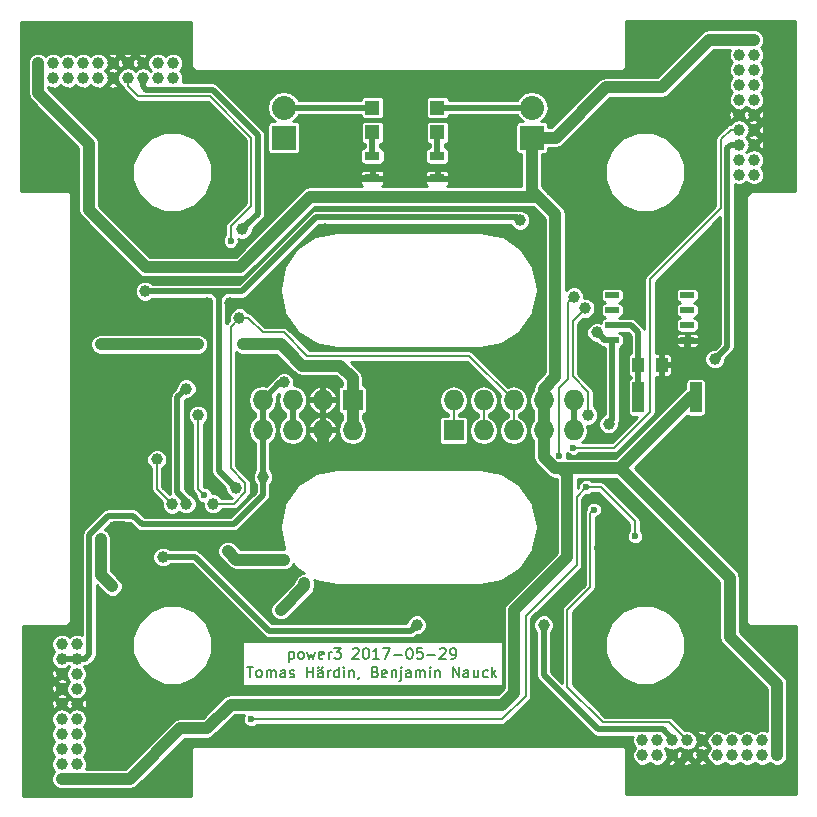
<source format=gtl>
G04 #@! TF.FileFunction,Copper,L1,Top,Signal*
%FSLAX46Y46*%
G04 Gerber Fmt 4.6, Leading zero omitted, Abs format (unit mm)*
G04 Created by KiCad (PCBNEW 4.0.5+dfsg1-4) date Mon May 29 14:43:21 2017*
%MOMM*%
%LPD*%
G01*
G04 APERTURE LIST*
%ADD10C,0.100000*%
%ADD11C,0.200000*%
%ADD12R,1.000000X2.500000*%
%ADD13R,1.727200X1.727200*%
%ADD14O,1.727200X1.727200*%
%ADD15R,1.143000X0.508000*%
%ADD16R,1.000000X1.250000*%
%ADD17C,1.000000*%
%ADD18R,1.198880X1.198880*%
%ADD19R,2.032000X2.032000*%
%ADD20O,2.032000X2.032000*%
%ADD21R,1.300000X0.700000*%
%ADD22C,0.600000*%
%ADD23C,1.000000*%
%ADD24C,0.500000*%
%ADD25C,0.254000*%
G04 APERTURE END LIST*
D10*
D11*
X89949999Y-120532143D02*
X89949999Y-121432143D01*
X89949999Y-120575000D02*
X90035713Y-120532143D01*
X90207142Y-120532143D01*
X90292856Y-120575000D01*
X90335713Y-120617857D01*
X90378570Y-120703571D01*
X90378570Y-120960714D01*
X90335713Y-121046429D01*
X90292856Y-121089286D01*
X90207142Y-121132143D01*
X90035713Y-121132143D01*
X89949999Y-121089286D01*
X90892856Y-121132143D02*
X90807142Y-121089286D01*
X90764285Y-121046429D01*
X90721428Y-120960714D01*
X90721428Y-120703571D01*
X90764285Y-120617857D01*
X90807142Y-120575000D01*
X90892856Y-120532143D01*
X91021428Y-120532143D01*
X91107142Y-120575000D01*
X91149999Y-120617857D01*
X91192856Y-120703571D01*
X91192856Y-120960714D01*
X91149999Y-121046429D01*
X91107142Y-121089286D01*
X91021428Y-121132143D01*
X90892856Y-121132143D01*
X91492856Y-120532143D02*
X91664285Y-121132143D01*
X91835714Y-120703571D01*
X92007142Y-121132143D01*
X92178571Y-120532143D01*
X92864285Y-121089286D02*
X92778571Y-121132143D01*
X92607142Y-121132143D01*
X92521428Y-121089286D01*
X92478571Y-121003571D01*
X92478571Y-120660714D01*
X92521428Y-120575000D01*
X92607142Y-120532143D01*
X92778571Y-120532143D01*
X92864285Y-120575000D01*
X92907142Y-120660714D01*
X92907142Y-120746429D01*
X92478571Y-120832143D01*
X93292857Y-121132143D02*
X93292857Y-120532143D01*
X93292857Y-120703571D02*
X93335714Y-120617857D01*
X93378571Y-120575000D01*
X93464285Y-120532143D01*
X93550000Y-120532143D01*
X93764285Y-120232143D02*
X94321428Y-120232143D01*
X94021428Y-120575000D01*
X94150000Y-120575000D01*
X94235714Y-120617857D01*
X94278571Y-120660714D01*
X94321428Y-120746429D01*
X94321428Y-120960714D01*
X94278571Y-121046429D01*
X94235714Y-121089286D01*
X94150000Y-121132143D01*
X93892857Y-121132143D01*
X93807143Y-121089286D01*
X93764285Y-121046429D01*
X95350000Y-120317857D02*
X95392857Y-120275000D01*
X95478571Y-120232143D01*
X95692857Y-120232143D01*
X95778571Y-120275000D01*
X95821428Y-120317857D01*
X95864285Y-120403571D01*
X95864285Y-120489286D01*
X95821428Y-120617857D01*
X95307142Y-121132143D01*
X95864285Y-121132143D01*
X96421428Y-120232143D02*
X96507143Y-120232143D01*
X96592857Y-120275000D01*
X96635714Y-120317857D01*
X96678571Y-120403571D01*
X96721428Y-120575000D01*
X96721428Y-120789286D01*
X96678571Y-120960714D01*
X96635714Y-121046429D01*
X96592857Y-121089286D01*
X96507143Y-121132143D01*
X96421428Y-121132143D01*
X96335714Y-121089286D01*
X96292857Y-121046429D01*
X96250000Y-120960714D01*
X96207143Y-120789286D01*
X96207143Y-120575000D01*
X96250000Y-120403571D01*
X96292857Y-120317857D01*
X96335714Y-120275000D01*
X96421428Y-120232143D01*
X97578571Y-121132143D02*
X97064286Y-121132143D01*
X97321428Y-121132143D02*
X97321428Y-120232143D01*
X97235714Y-120360714D01*
X97150000Y-120446429D01*
X97064286Y-120489286D01*
X97878571Y-120232143D02*
X98478571Y-120232143D01*
X98092857Y-121132143D01*
X98821429Y-120789286D02*
X99507143Y-120789286D01*
X100107143Y-120232143D02*
X100192858Y-120232143D01*
X100278572Y-120275000D01*
X100321429Y-120317857D01*
X100364286Y-120403571D01*
X100407143Y-120575000D01*
X100407143Y-120789286D01*
X100364286Y-120960714D01*
X100321429Y-121046429D01*
X100278572Y-121089286D01*
X100192858Y-121132143D01*
X100107143Y-121132143D01*
X100021429Y-121089286D01*
X99978572Y-121046429D01*
X99935715Y-120960714D01*
X99892858Y-120789286D01*
X99892858Y-120575000D01*
X99935715Y-120403571D01*
X99978572Y-120317857D01*
X100021429Y-120275000D01*
X100107143Y-120232143D01*
X101221429Y-120232143D02*
X100792858Y-120232143D01*
X100750001Y-120660714D01*
X100792858Y-120617857D01*
X100878572Y-120575000D01*
X101092858Y-120575000D01*
X101178572Y-120617857D01*
X101221429Y-120660714D01*
X101264286Y-120746429D01*
X101264286Y-120960714D01*
X101221429Y-121046429D01*
X101178572Y-121089286D01*
X101092858Y-121132143D01*
X100878572Y-121132143D01*
X100792858Y-121089286D01*
X100750001Y-121046429D01*
X101650001Y-120789286D02*
X102335715Y-120789286D01*
X102721430Y-120317857D02*
X102764287Y-120275000D01*
X102850001Y-120232143D01*
X103064287Y-120232143D01*
X103150001Y-120275000D01*
X103192858Y-120317857D01*
X103235715Y-120403571D01*
X103235715Y-120489286D01*
X103192858Y-120617857D01*
X102678572Y-121132143D01*
X103235715Y-121132143D01*
X103664287Y-121132143D02*
X103835715Y-121132143D01*
X103921430Y-121089286D01*
X103964287Y-121046429D01*
X104050001Y-120917857D01*
X104092858Y-120746429D01*
X104092858Y-120403571D01*
X104050001Y-120317857D01*
X104007144Y-120275000D01*
X103921430Y-120232143D01*
X103750001Y-120232143D01*
X103664287Y-120275000D01*
X103621430Y-120317857D01*
X103578573Y-120403571D01*
X103578573Y-120617857D01*
X103621430Y-120703571D01*
X103664287Y-120746429D01*
X103750001Y-120789286D01*
X103921430Y-120789286D01*
X104007144Y-120746429D01*
X104050001Y-120703571D01*
X104092858Y-120617857D01*
X86414286Y-121782143D02*
X86928572Y-121782143D01*
X86671429Y-122682143D02*
X86671429Y-121782143D01*
X87357143Y-122682143D02*
X87271429Y-122639286D01*
X87228572Y-122596429D01*
X87185715Y-122510714D01*
X87185715Y-122253571D01*
X87228572Y-122167857D01*
X87271429Y-122125000D01*
X87357143Y-122082143D01*
X87485715Y-122082143D01*
X87571429Y-122125000D01*
X87614286Y-122167857D01*
X87657143Y-122253571D01*
X87657143Y-122510714D01*
X87614286Y-122596429D01*
X87571429Y-122639286D01*
X87485715Y-122682143D01*
X87357143Y-122682143D01*
X88042858Y-122682143D02*
X88042858Y-122082143D01*
X88042858Y-122167857D02*
X88085715Y-122125000D01*
X88171429Y-122082143D01*
X88300001Y-122082143D01*
X88385715Y-122125000D01*
X88428572Y-122210714D01*
X88428572Y-122682143D01*
X88428572Y-122210714D02*
X88471429Y-122125000D01*
X88557143Y-122082143D01*
X88685715Y-122082143D01*
X88771429Y-122125000D01*
X88814286Y-122210714D01*
X88814286Y-122682143D01*
X89628572Y-122682143D02*
X89628572Y-122210714D01*
X89585715Y-122125000D01*
X89500001Y-122082143D01*
X89328572Y-122082143D01*
X89242858Y-122125000D01*
X89628572Y-122639286D02*
X89542858Y-122682143D01*
X89328572Y-122682143D01*
X89242858Y-122639286D01*
X89200001Y-122553571D01*
X89200001Y-122467857D01*
X89242858Y-122382143D01*
X89328572Y-122339286D01*
X89542858Y-122339286D01*
X89628572Y-122296429D01*
X90014287Y-122639286D02*
X90100001Y-122682143D01*
X90271429Y-122682143D01*
X90357144Y-122639286D01*
X90400001Y-122553571D01*
X90400001Y-122510714D01*
X90357144Y-122425000D01*
X90271429Y-122382143D01*
X90142858Y-122382143D01*
X90057144Y-122339286D01*
X90014287Y-122253571D01*
X90014287Y-122210714D01*
X90057144Y-122125000D01*
X90142858Y-122082143D01*
X90271429Y-122082143D01*
X90357144Y-122125000D01*
X91471429Y-122682143D02*
X91471429Y-121782143D01*
X91471429Y-122210714D02*
X91985714Y-122210714D01*
X91985714Y-122682143D02*
X91985714Y-121782143D01*
X92800000Y-122682143D02*
X92800000Y-122210714D01*
X92757143Y-122125000D01*
X92671429Y-122082143D01*
X92500000Y-122082143D01*
X92414286Y-122125000D01*
X92800000Y-122639286D02*
X92714286Y-122682143D01*
X92500000Y-122682143D01*
X92414286Y-122639286D01*
X92371429Y-122553571D01*
X92371429Y-122467857D01*
X92414286Y-122382143D01*
X92500000Y-122339286D01*
X92714286Y-122339286D01*
X92800000Y-122296429D01*
X92414286Y-121782143D02*
X92457143Y-121825000D01*
X92414286Y-121867857D01*
X92371429Y-121825000D01*
X92414286Y-121782143D01*
X92414286Y-121867857D01*
X92757143Y-121782143D02*
X92800000Y-121825000D01*
X92757143Y-121867857D01*
X92714286Y-121825000D01*
X92757143Y-121782143D01*
X92757143Y-121867857D01*
X93228572Y-122682143D02*
X93228572Y-122082143D01*
X93228572Y-122253571D02*
X93271429Y-122167857D01*
X93314286Y-122125000D01*
X93400000Y-122082143D01*
X93485715Y-122082143D01*
X94171429Y-122682143D02*
X94171429Y-121782143D01*
X94171429Y-122639286D02*
X94085715Y-122682143D01*
X93914286Y-122682143D01*
X93828572Y-122639286D01*
X93785715Y-122596429D01*
X93742858Y-122510714D01*
X93742858Y-122253571D01*
X93785715Y-122167857D01*
X93828572Y-122125000D01*
X93914286Y-122082143D01*
X94085715Y-122082143D01*
X94171429Y-122125000D01*
X94600001Y-122682143D02*
X94600001Y-122082143D01*
X94600001Y-121782143D02*
X94557144Y-121825000D01*
X94600001Y-121867857D01*
X94642858Y-121825000D01*
X94600001Y-121782143D01*
X94600001Y-121867857D01*
X95028572Y-122082143D02*
X95028572Y-122682143D01*
X95028572Y-122167857D02*
X95071429Y-122125000D01*
X95157143Y-122082143D01*
X95285715Y-122082143D01*
X95371429Y-122125000D01*
X95414286Y-122210714D01*
X95414286Y-122682143D01*
X95885715Y-122639286D02*
X95885715Y-122682143D01*
X95842858Y-122767857D01*
X95800001Y-122810714D01*
X97257143Y-122210714D02*
X97385714Y-122253571D01*
X97428571Y-122296429D01*
X97471428Y-122382143D01*
X97471428Y-122510714D01*
X97428571Y-122596429D01*
X97385714Y-122639286D01*
X97300000Y-122682143D01*
X96957143Y-122682143D01*
X96957143Y-121782143D01*
X97257143Y-121782143D01*
X97342857Y-121825000D01*
X97385714Y-121867857D01*
X97428571Y-121953571D01*
X97428571Y-122039286D01*
X97385714Y-122125000D01*
X97342857Y-122167857D01*
X97257143Y-122210714D01*
X96957143Y-122210714D01*
X98200000Y-122639286D02*
X98114286Y-122682143D01*
X97942857Y-122682143D01*
X97857143Y-122639286D01*
X97814286Y-122553571D01*
X97814286Y-122210714D01*
X97857143Y-122125000D01*
X97942857Y-122082143D01*
X98114286Y-122082143D01*
X98200000Y-122125000D01*
X98242857Y-122210714D01*
X98242857Y-122296429D01*
X97814286Y-122382143D01*
X98628572Y-122082143D02*
X98628572Y-122682143D01*
X98628572Y-122167857D02*
X98671429Y-122125000D01*
X98757143Y-122082143D01*
X98885715Y-122082143D01*
X98971429Y-122125000D01*
X99014286Y-122210714D01*
X99014286Y-122682143D01*
X99442858Y-122082143D02*
X99442858Y-122853571D01*
X99400001Y-122939286D01*
X99314286Y-122982143D01*
X99271429Y-122982143D01*
X99442858Y-121782143D02*
X99400001Y-121825000D01*
X99442858Y-121867857D01*
X99485715Y-121825000D01*
X99442858Y-121782143D01*
X99442858Y-121867857D01*
X100257143Y-122682143D02*
X100257143Y-122210714D01*
X100214286Y-122125000D01*
X100128572Y-122082143D01*
X99957143Y-122082143D01*
X99871429Y-122125000D01*
X100257143Y-122639286D02*
X100171429Y-122682143D01*
X99957143Y-122682143D01*
X99871429Y-122639286D01*
X99828572Y-122553571D01*
X99828572Y-122467857D01*
X99871429Y-122382143D01*
X99957143Y-122339286D01*
X100171429Y-122339286D01*
X100257143Y-122296429D01*
X100685715Y-122682143D02*
X100685715Y-122082143D01*
X100685715Y-122167857D02*
X100728572Y-122125000D01*
X100814286Y-122082143D01*
X100942858Y-122082143D01*
X101028572Y-122125000D01*
X101071429Y-122210714D01*
X101071429Y-122682143D01*
X101071429Y-122210714D02*
X101114286Y-122125000D01*
X101200000Y-122082143D01*
X101328572Y-122082143D01*
X101414286Y-122125000D01*
X101457143Y-122210714D01*
X101457143Y-122682143D01*
X101885715Y-122682143D02*
X101885715Y-122082143D01*
X101885715Y-121782143D02*
X101842858Y-121825000D01*
X101885715Y-121867857D01*
X101928572Y-121825000D01*
X101885715Y-121782143D01*
X101885715Y-121867857D01*
X102314286Y-122082143D02*
X102314286Y-122682143D01*
X102314286Y-122167857D02*
X102357143Y-122125000D01*
X102442857Y-122082143D01*
X102571429Y-122082143D01*
X102657143Y-122125000D01*
X102700000Y-122210714D01*
X102700000Y-122682143D01*
X103814286Y-122682143D02*
X103814286Y-121782143D01*
X104328571Y-122682143D01*
X104328571Y-121782143D01*
X105142857Y-122682143D02*
X105142857Y-122210714D01*
X105100000Y-122125000D01*
X105014286Y-122082143D01*
X104842857Y-122082143D01*
X104757143Y-122125000D01*
X105142857Y-122639286D02*
X105057143Y-122682143D01*
X104842857Y-122682143D01*
X104757143Y-122639286D01*
X104714286Y-122553571D01*
X104714286Y-122467857D01*
X104757143Y-122382143D01*
X104842857Y-122339286D01*
X105057143Y-122339286D01*
X105142857Y-122296429D01*
X105957143Y-122082143D02*
X105957143Y-122682143D01*
X105571429Y-122082143D02*
X105571429Y-122553571D01*
X105614286Y-122639286D01*
X105700000Y-122682143D01*
X105828572Y-122682143D01*
X105914286Y-122639286D01*
X105957143Y-122596429D01*
X106771429Y-122639286D02*
X106685715Y-122682143D01*
X106514286Y-122682143D01*
X106428572Y-122639286D01*
X106385715Y-122596429D01*
X106342858Y-122510714D01*
X106342858Y-122253571D01*
X106385715Y-122167857D01*
X106428572Y-122125000D01*
X106514286Y-122082143D01*
X106685715Y-122082143D01*
X106771429Y-122125000D01*
X107157144Y-122682143D02*
X107157144Y-121782143D01*
X107242858Y-122339286D02*
X107500001Y-122682143D01*
X107500001Y-122082143D02*
X107157144Y-122425000D01*
D12*
X124400000Y-99000000D03*
X119500000Y-99000000D03*
D13*
X95330000Y-99210000D03*
D14*
X95330000Y-101750000D03*
X92790000Y-99210000D03*
X92790000Y-101750000D03*
X90250000Y-99210000D03*
X90250000Y-101750000D03*
X87710000Y-99210000D03*
X87710000Y-101750000D03*
D13*
X103880000Y-101790000D03*
D14*
X103880000Y-99250000D03*
X106420000Y-101790000D03*
X106420000Y-99250000D03*
X108960000Y-101790000D03*
X108960000Y-99250000D03*
X111500000Y-101790000D03*
X111500000Y-99250000D03*
X114040000Y-101790000D03*
X114040000Y-99250000D03*
D15*
X123675000Y-90345000D03*
X123675000Y-91615000D03*
X123675000Y-92885000D03*
X123675000Y-94155000D03*
X117325000Y-94155000D03*
X117325000Y-92885000D03*
X117325000Y-91615000D03*
X117325000Y-90345000D03*
D16*
X121500000Y-96250000D03*
X119500000Y-96250000D03*
D17*
X131295000Y-128035000D03*
X131295000Y-129305000D03*
X130025000Y-128035000D03*
X130025000Y-129305000D03*
X128755000Y-128035000D03*
X128755000Y-129305000D03*
X127485000Y-128035000D03*
X127485000Y-129305000D03*
X126215000Y-128035000D03*
X126215000Y-129305000D03*
X124945000Y-128035000D03*
X124945000Y-129305000D03*
X123675000Y-128035000D03*
X123675000Y-129305000D03*
X122405000Y-128035000D03*
X122405000Y-129305000D03*
X121135000Y-128035000D03*
X121135000Y-129305000D03*
X119865000Y-128035000D03*
X119865000Y-129305000D03*
X128035000Y-68705000D03*
X129305000Y-68705000D03*
X128035000Y-69975000D03*
X129305000Y-69975000D03*
X128035000Y-71245000D03*
X129305000Y-71245000D03*
X128035000Y-72515000D03*
X129305000Y-72515000D03*
X128035000Y-73785000D03*
X129305000Y-73785000D03*
X128035000Y-75055000D03*
X129305000Y-75055000D03*
X128035000Y-76325000D03*
X129305000Y-76325000D03*
X128035000Y-77595000D03*
X129305000Y-77595000D03*
X128035000Y-78865000D03*
X129305000Y-78865000D03*
X128035000Y-80135000D03*
X129305000Y-80135000D03*
X68705000Y-71965000D03*
X68705000Y-70695000D03*
X69975000Y-71965000D03*
X69975000Y-70695000D03*
X71245000Y-71965000D03*
X71245000Y-70695000D03*
X72515000Y-71965000D03*
X72515000Y-70695000D03*
X73785000Y-71965000D03*
X73785000Y-70695000D03*
X75055000Y-71965000D03*
X75055000Y-70695000D03*
X76325000Y-71965000D03*
X76325000Y-70695000D03*
X77595000Y-71965000D03*
X77595000Y-70695000D03*
X78865000Y-71965000D03*
X78865000Y-70695000D03*
X80135000Y-71965000D03*
X80135000Y-70695000D03*
X71965000Y-131295000D03*
X70695000Y-131295000D03*
X71965000Y-130025000D03*
X70695000Y-130025000D03*
X71965000Y-128755000D03*
X70695000Y-128755000D03*
X71965000Y-127485000D03*
X70695000Y-127485000D03*
X71965000Y-126215000D03*
X70695000Y-126215000D03*
X71965000Y-124945000D03*
X70695000Y-124945000D03*
X71965000Y-123675000D03*
X70695000Y-123675000D03*
X71965000Y-122405000D03*
X70695000Y-122405000D03*
X71965000Y-121135000D03*
X70695000Y-121135000D03*
X71965000Y-119865000D03*
X70695000Y-119865000D03*
D18*
X102500000Y-74450980D03*
X102500000Y-76549020D03*
X97000000Y-74450980D03*
X97000000Y-76549020D03*
D19*
X110500000Y-77000000D03*
D20*
X110500000Y-74460000D03*
D19*
X89500000Y-77000000D03*
D20*
X89500000Y-74460000D03*
D21*
X102500000Y-78550000D03*
X102500000Y-80450000D03*
X97000000Y-78550000D03*
X97000000Y-80450000D03*
D17*
X91249998Y-114750000D03*
X89250000Y-117000000D03*
X93000000Y-84750000D03*
X116300010Y-111747015D03*
X121400000Y-97800000D03*
X75203241Y-109953241D03*
X112250000Y-111750000D03*
X93000002Y-80500000D03*
X116250000Y-98250000D03*
X75250000Y-108000000D03*
X115000004Y-95500000D03*
X111250000Y-95500000D03*
X119750000Y-88000000D03*
X121500000Y-89750000D03*
X121500000Y-106750004D03*
X119750000Y-108500000D03*
X84949990Y-91000000D03*
X83000000Y-91000000D03*
X84000000Y-86750000D03*
X87750000Y-105750000D03*
X89518825Y-97731175D03*
D22*
X115749990Y-108500000D03*
X114000000Y-103250000D03*
D17*
X83500000Y-108000000D03*
D22*
X85000000Y-85750000D03*
D17*
X85750000Y-92250000D03*
X115999998Y-93500000D03*
X117000000Y-101250000D03*
X85434307Y-106684307D03*
X109500000Y-84000000D03*
X77750000Y-90000000D03*
D22*
X82750000Y-107250000D03*
D17*
X82250000Y-100500006D03*
X115046759Y-91453241D03*
X115250000Y-100500000D03*
X80046759Y-108046759D03*
D22*
X86750000Y-126250000D03*
X119250000Y-110750000D03*
X112832114Y-103917886D03*
D17*
X114046759Y-90453241D03*
X78750000Y-104250000D03*
D22*
X115116866Y-106580205D03*
D17*
X126000000Y-95750000D03*
X81250000Y-108000000D03*
X86002985Y-84758957D03*
X79250000Y-112500000D03*
X100750000Y-118250004D03*
X111500000Y-118250000D03*
X81250000Y-98250000D03*
X89500000Y-112750000D03*
X84750000Y-112000000D03*
X89250000Y-94500000D03*
X74000000Y-111000000D03*
X86049990Y-94500000D03*
X80250000Y-94500000D03*
X75000000Y-94500000D03*
X82250000Y-94500000D03*
X75000004Y-115000000D03*
X74000000Y-94500000D03*
D23*
X91249998Y-115000002D02*
X91249998Y-114750000D01*
X89250000Y-117000000D02*
X91249998Y-115000002D01*
X119752986Y-112247014D02*
X116800009Y-112247014D01*
X116800009Y-112247014D02*
X116300010Y-111747015D01*
X120500000Y-111500000D02*
X119752986Y-112247014D01*
X120500000Y-109250000D02*
X120500000Y-111500000D01*
X119750000Y-108500000D02*
X120500000Y-109250000D01*
X92790000Y-101750000D02*
X92790000Y-103710000D01*
X92790000Y-103710000D02*
X85750000Y-110750000D01*
X85750000Y-110750000D02*
X76707106Y-110750000D01*
X76707106Y-110750000D02*
X75910347Y-109953241D01*
X75910347Y-109953241D02*
X75203241Y-109953241D01*
D24*
X121500000Y-97700000D02*
X121400000Y-97800000D01*
X121500000Y-96250000D02*
X121500000Y-97700000D01*
X123675000Y-94155000D02*
X123675000Y-95175000D01*
X123675000Y-95175000D02*
X125750000Y-97250000D01*
X125750000Y-97250000D02*
X125750000Y-100000000D01*
X125750000Y-100000000D02*
X125750000Y-102500004D01*
X128500000Y-82000000D02*
X128500000Y-97250000D01*
X128500000Y-97250000D02*
X125750000Y-100000000D01*
X129250000Y-81250000D02*
X128500000Y-82000000D01*
X130000000Y-81250000D02*
X129250000Y-81250000D01*
X131230000Y-80020000D02*
X130000000Y-81250000D01*
X131230000Y-78250000D02*
X131230000Y-80020000D01*
X129305000Y-76325000D02*
X131230000Y-78250000D01*
X76325000Y-70695000D02*
X78270000Y-68750000D01*
X78270000Y-68750000D02*
X80250000Y-68750000D01*
X80250000Y-68750000D02*
X81250000Y-69750000D01*
X81250000Y-69750000D02*
X81250000Y-70750000D01*
X81250000Y-70750000D02*
X82000000Y-71500000D01*
X82000000Y-71500000D02*
X118500000Y-71500000D01*
X118500000Y-71500000D02*
X122250000Y-67750000D01*
X122250000Y-67750000D02*
X130000000Y-67750000D01*
X130000000Y-67750000D02*
X131250000Y-69000000D01*
X131250000Y-69000000D02*
X131250000Y-74380000D01*
X131250000Y-74380000D02*
X129804999Y-75825001D01*
X129804999Y-75825001D02*
X129305000Y-76325000D01*
X68500000Y-68750000D02*
X74380000Y-68750000D01*
X74380000Y-68750000D02*
X76325000Y-70695000D01*
X67754999Y-69495001D02*
X68500000Y-68750000D01*
X71750000Y-81250000D02*
X67754999Y-77254999D01*
X67754999Y-77254999D02*
X67754999Y-69495001D01*
X71750000Y-98500000D02*
X71750000Y-81250000D01*
X75250000Y-102000000D02*
X71750000Y-98500000D01*
X75250000Y-108000000D02*
X75250000Y-102000000D01*
X70695000Y-123675000D02*
X69020000Y-122000000D01*
X69020000Y-122000000D02*
X69020000Y-119730000D01*
X71750000Y-118000000D02*
X71750000Y-108000000D01*
X69020000Y-119730000D02*
X70250000Y-118500000D01*
X70250000Y-118500000D02*
X71250000Y-118500000D01*
X71250000Y-118500000D02*
X71750000Y-118000000D01*
X71750000Y-108000000D02*
X75250000Y-108000000D01*
X70695000Y-123675000D02*
X69000000Y-125370000D01*
X69000000Y-125370000D02*
X69000000Y-131006002D01*
X69000000Y-131006002D02*
X70493998Y-132500000D01*
X70493998Y-132500000D02*
X77000000Y-132500000D01*
X77000000Y-132500000D02*
X81250000Y-128250000D01*
X81250000Y-128250000D02*
X118250000Y-128250000D01*
X118250000Y-128250000D02*
X118750000Y-128750000D01*
X118750000Y-128750000D02*
X118750000Y-130000000D01*
X118750000Y-130000000D02*
X119750000Y-131000000D01*
X119750000Y-131000000D02*
X121980000Y-131000000D01*
X121980000Y-131000000D02*
X123675000Y-129305000D01*
X123675000Y-129305000D02*
X125370000Y-131000000D01*
X128500000Y-118250000D02*
X128500000Y-113750004D01*
X125370000Y-131000000D02*
X131000000Y-131000000D01*
X131000000Y-131000000D02*
X132245001Y-129754999D01*
X132245001Y-129754999D02*
X132245001Y-121995001D01*
X132245001Y-121995001D02*
X128500000Y-118250000D01*
X128500000Y-113750004D02*
X121500000Y-106750004D01*
X97000000Y-80450000D02*
X93050002Y-80450000D01*
X92292896Y-80500000D02*
X93000002Y-80500000D01*
X93050002Y-80450000D02*
X93000002Y-80500000D01*
X84000000Y-86750000D02*
X85500000Y-86750000D01*
X91750000Y-80500000D02*
X92292896Y-80500000D01*
X85500000Y-86750000D02*
X91750000Y-80500000D01*
D23*
X115000004Y-95500000D02*
X115000004Y-97000004D01*
X115000004Y-97000004D02*
X116250000Y-98250000D01*
D24*
X115000004Y-94792894D02*
X115000004Y-95500000D01*
X115000004Y-93093994D02*
X115000004Y-94792894D01*
X116000000Y-92093998D02*
X115000004Y-93093994D01*
X116000000Y-90034498D02*
X116000000Y-92093998D01*
X118034498Y-88000000D02*
X116000000Y-90034498D01*
X119750000Y-88000000D02*
X118034498Y-88000000D01*
X125750000Y-102500004D02*
X121999999Y-106250005D01*
X121999999Y-106250005D02*
X121500000Y-106750004D01*
X121500000Y-96500000D02*
X121500000Y-89750000D01*
X90250000Y-99210000D02*
X90250000Y-101750000D01*
X87750000Y-105750000D02*
X87750000Y-107250000D01*
X87750000Y-107250000D02*
X85250000Y-109750000D01*
X74653243Y-109003239D02*
X73049999Y-110606483D01*
X85250000Y-109750000D02*
X77500000Y-109750000D01*
X77500000Y-109750000D02*
X76753239Y-109003239D01*
X76753239Y-109003239D02*
X74653243Y-109003239D01*
X73049999Y-110606483D02*
X73049999Y-120757107D01*
X72672106Y-121135000D02*
X71965000Y-121135000D01*
X73049999Y-120757107D02*
X72672106Y-121135000D01*
X87710000Y-105710000D02*
X87750000Y-105750000D01*
X87710000Y-101750000D02*
X87710000Y-105710000D01*
X89188825Y-97731175D02*
X89518825Y-97731175D01*
X87710000Y-99210000D02*
X89188825Y-97731175D01*
X87710000Y-99210000D02*
X87710000Y-101750000D01*
X70695000Y-121135000D02*
X71965000Y-121135000D01*
D11*
X123675000Y-128035000D02*
X122140000Y-126500000D01*
X122140000Y-126500000D02*
X116500000Y-126500000D01*
X113500000Y-123500000D02*
X113500000Y-117000000D01*
X116500000Y-126500000D02*
X113500000Y-123500000D01*
X113500000Y-117000000D02*
X115449991Y-115050009D01*
X115449991Y-115050009D02*
X115449991Y-108799999D01*
X115449991Y-108799999D02*
X115749990Y-108500000D01*
X114424264Y-103250000D02*
X114000000Y-103250000D01*
X126500000Y-83000000D02*
X120500000Y-89000000D01*
X126500000Y-77152894D02*
X126500000Y-83000000D01*
X127327894Y-76325000D02*
X126500000Y-77152894D01*
X128035000Y-76325000D02*
X127327894Y-76325000D01*
X120500000Y-89000000D02*
X120500000Y-100250000D01*
X117500000Y-103250000D02*
X114424264Y-103250000D01*
X120500000Y-100250000D02*
X117500000Y-103250000D01*
X108960000Y-99250000D02*
X105210000Y-95500000D01*
X105210000Y-95500000D02*
X91500000Y-95500000D01*
X91500000Y-95500000D02*
X89500000Y-93500000D01*
X89500000Y-93500000D02*
X87707106Y-93500000D01*
X87707106Y-93500000D02*
X86457106Y-92250000D01*
X86457106Y-92250000D02*
X85750000Y-92250000D01*
X85750000Y-92250000D02*
X85000000Y-93000000D01*
X86250000Y-106250000D02*
X86250000Y-107000000D01*
X85000000Y-93000000D02*
X85000000Y-105000000D01*
X85000000Y-105000000D02*
X86250000Y-106250000D01*
X86250000Y-107000000D02*
X85250000Y-108000000D01*
X85250000Y-108000000D02*
X84207106Y-108000000D01*
X84207106Y-108000000D02*
X83500000Y-108000000D01*
X85000000Y-84500000D02*
X85000000Y-85750000D01*
X86750000Y-82750000D02*
X85000000Y-84500000D01*
X86750000Y-77000000D02*
X86750000Y-82750000D01*
X83250000Y-73500000D02*
X86750000Y-77000000D01*
X77152894Y-73500000D02*
X83250000Y-73500000D01*
X76325000Y-71965000D02*
X76325000Y-72672106D01*
X76325000Y-72672106D02*
X77152894Y-73500000D01*
X108960000Y-99250000D02*
X108960000Y-100471314D01*
X108960000Y-100471314D02*
X108960000Y-101790000D01*
D24*
X84500000Y-90000000D02*
X86000000Y-90000000D01*
X86000000Y-90000000D02*
X92250000Y-83750000D01*
X92250000Y-83750000D02*
X109250000Y-83750000D01*
X109250000Y-83750000D02*
X109500000Y-84000000D01*
X117325000Y-94155000D02*
X116655000Y-94155000D01*
X116655000Y-94155000D02*
X116499998Y-94000000D01*
X116499998Y-94000000D02*
X115999998Y-93500000D01*
X117325000Y-94155000D02*
X117325000Y-100925000D01*
X117325000Y-100925000D02*
X117000000Y-101250000D01*
X83999989Y-90500011D02*
X83999989Y-105249989D01*
X84934308Y-106184308D02*
X85434307Y-106684307D01*
X83999989Y-105249989D02*
X84934308Y-106184308D01*
X84000000Y-90500000D02*
X83999989Y-90500011D01*
X84500000Y-90000000D02*
X83500000Y-90000000D01*
X84500000Y-90000000D02*
X84000000Y-90500000D01*
X84000000Y-90500000D02*
X83500000Y-90000000D01*
X83500000Y-90000000D02*
X78457106Y-90000000D01*
X78457106Y-90000000D02*
X77750000Y-90000000D01*
D23*
X113000000Y-105000000D02*
X113499976Y-105499976D01*
X113499976Y-105499976D02*
X113499976Y-112500024D01*
X85000000Y-125000000D02*
X83000000Y-127000000D01*
X113499976Y-112500024D02*
X109000000Y-117000000D01*
X109000000Y-117000000D02*
X109000000Y-124000000D01*
X72672106Y-131295000D02*
X71965000Y-131295000D01*
X109000000Y-124000000D02*
X108000000Y-125000000D01*
X108000000Y-125000000D02*
X85000000Y-125000000D01*
X83000000Y-127000000D02*
X80750000Y-127000000D01*
X76455000Y-131295000D02*
X72672106Y-131295000D01*
X80750000Y-127000000D02*
X76455000Y-131295000D01*
X68705000Y-71965000D02*
X68705000Y-73205000D01*
X68705000Y-73205000D02*
X73000000Y-77500000D01*
X73000000Y-83131386D02*
X77818616Y-87950002D01*
X73000000Y-77500000D02*
X73000000Y-83131386D01*
X77818616Y-87950002D02*
X85799998Y-87950002D01*
X85799998Y-87950002D02*
X91750000Y-82000000D01*
X111000000Y-82000000D02*
X111500000Y-82500000D01*
X91750000Y-82000000D02*
X111000000Y-82000000D01*
X113000000Y-105000000D02*
X113250000Y-105000000D01*
X111500000Y-101790000D02*
X111500000Y-104000000D01*
X111500000Y-104000000D02*
X112500000Y-105000000D01*
X112500000Y-105000000D02*
X113000000Y-105000000D01*
X113250000Y-105000000D02*
X117950000Y-105000000D01*
X117950000Y-105000000D02*
X123950000Y-99000000D01*
X123950000Y-99000000D02*
X124250000Y-99000000D01*
X124250000Y-99000000D02*
X124400000Y-99000000D01*
X128035000Y-68705000D02*
X125545000Y-68705000D01*
X112516000Y-77000000D02*
X110500000Y-77000000D01*
X125545000Y-68705000D02*
X121500000Y-72750000D01*
X121500000Y-72750000D02*
X116766000Y-72750000D01*
X116766000Y-72750000D02*
X112516000Y-77000000D01*
X117950000Y-105000000D02*
X118000000Y-105000000D01*
X118000000Y-105000000D02*
X127250000Y-114250000D01*
X127250000Y-114250000D02*
X127250000Y-119250000D01*
X127250000Y-119250000D02*
X131295000Y-123295000D01*
X131295000Y-123295000D02*
X131295000Y-126705000D01*
X131295000Y-126705000D02*
X131295000Y-128035000D01*
X111500000Y-99250000D02*
X111500000Y-98250000D01*
X111500000Y-98250000D02*
X112500000Y-97250000D01*
X112500000Y-97250000D02*
X112500000Y-83500000D01*
X112500000Y-83500000D02*
X111500000Y-82500000D01*
X111500000Y-82500000D02*
X110500000Y-81500000D01*
X110500000Y-81500000D02*
X110500000Y-77000000D01*
X68705000Y-71965000D02*
X68705000Y-70695000D01*
X131295000Y-128035000D02*
X131295000Y-129305000D01*
X128035000Y-68705000D02*
X129305000Y-68705000D01*
X71965000Y-131295000D02*
X70695000Y-131295000D01*
X111500000Y-101790000D02*
X111500000Y-99250000D01*
D24*
X119500000Y-93500000D02*
X119500000Y-96250000D01*
X119500000Y-99000000D02*
X119500000Y-96250000D01*
X119500000Y-93500000D02*
X118885000Y-92885000D01*
X118885000Y-92885000D02*
X117325000Y-92885000D01*
D11*
X82250000Y-106750000D02*
X82450001Y-106950001D01*
X82450001Y-106950001D02*
X82750000Y-107250000D01*
X82250000Y-100500006D02*
X82250000Y-106750000D01*
X115250000Y-100500000D02*
X115250000Y-98500000D01*
X115250000Y-98500000D02*
X113949998Y-97199998D01*
X113949998Y-97199998D02*
X113949998Y-92550002D01*
X113949998Y-92550002D02*
X114546760Y-91953240D01*
X114546760Y-91953240D02*
X115046759Y-91453241D01*
X103880000Y-99250000D02*
X103880000Y-100471314D01*
X103880000Y-100471314D02*
X103880000Y-101790000D01*
X115116866Y-106580205D02*
X114299987Y-107397084D01*
X114299987Y-107397084D02*
X114299987Y-113200013D01*
X114299987Y-113200013D02*
X110000000Y-117500000D01*
X87174264Y-126250000D02*
X86750000Y-126250000D01*
X110000000Y-117500000D02*
X110000000Y-124250000D01*
X110000000Y-124250000D02*
X108000000Y-126250000D01*
X108000000Y-126250000D02*
X87174264Y-126250000D01*
X119250000Y-110750000D02*
X119250000Y-109500000D01*
X119250000Y-109500000D02*
X116330205Y-106580205D01*
X116330205Y-106580205D02*
X115116866Y-106580205D01*
X78750000Y-106750000D02*
X79546760Y-107546760D01*
X79546760Y-107546760D02*
X80046759Y-108046759D01*
X78750000Y-104250000D02*
X78750000Y-106750000D01*
X119250000Y-110713339D02*
X119250000Y-110750000D01*
X112832114Y-98167886D02*
X112832114Y-103493622D01*
X113546760Y-97453240D02*
X112832114Y-98167886D01*
X113546760Y-90953240D02*
X113546760Y-97453240D01*
X114046759Y-90453241D02*
X113546760Y-90953240D01*
X112832114Y-103493622D02*
X112832114Y-103917886D01*
X106420000Y-99250000D02*
X106420000Y-100471314D01*
X106420000Y-100471314D02*
X106420000Y-101790000D01*
D24*
X100750000Y-118250004D02*
X100250004Y-118750000D01*
X88250000Y-118750000D02*
X82000000Y-112500000D01*
X100250004Y-118750000D02*
X88250000Y-118750000D01*
X82000000Y-112500000D02*
X79957106Y-112500000D01*
X79957106Y-112500000D02*
X79250000Y-112500000D01*
X81250000Y-108000000D02*
X81250000Y-107750000D01*
X81250000Y-107750000D02*
X80500000Y-107000000D01*
X80500000Y-107000000D02*
X80500000Y-99000000D01*
X80500000Y-99000000D02*
X81250000Y-98250000D01*
X126499999Y-95250001D02*
X126000000Y-95750000D01*
X127050011Y-94699989D02*
X126499999Y-95250001D01*
X127050011Y-77872883D02*
X127050011Y-94699989D01*
X127327894Y-77595000D02*
X127050011Y-77872883D01*
X128035000Y-77595000D02*
X127327894Y-77595000D01*
X86502984Y-84258958D02*
X86002985Y-84758957D01*
X87300011Y-83461931D02*
X86502984Y-84258958D01*
X87300011Y-76772178D02*
X87300011Y-83461931D01*
X77872883Y-72949989D02*
X83477822Y-72949989D01*
X77595000Y-71965000D02*
X77595000Y-72672106D01*
X77595000Y-72672106D02*
X77872883Y-72949989D01*
X83477822Y-72949989D02*
X87300011Y-76772178D01*
X111500000Y-122500000D02*
X111500000Y-118957106D01*
X116084999Y-127084999D02*
X111500000Y-122500000D01*
X121591001Y-127084999D02*
X116084999Y-127084999D01*
X122405000Y-127898998D02*
X121591001Y-127084999D01*
X122405000Y-128035000D02*
X122405000Y-127898998D01*
X111500000Y-118957106D02*
X111500000Y-118250000D01*
X114040000Y-101790000D02*
X114040000Y-99250000D01*
D23*
X85500000Y-112750000D02*
X88792894Y-112750000D01*
X84750000Y-112000000D02*
X85500000Y-112750000D01*
X88792894Y-112750000D02*
X89500000Y-112750000D01*
X94283611Y-96300011D02*
X91050011Y-96300011D01*
X89749999Y-94999999D02*
X89250000Y-94500000D01*
X95330000Y-97346400D02*
X94283611Y-96300011D01*
X91050011Y-96300011D02*
X89749999Y-94999999D01*
X95330000Y-99210000D02*
X95330000Y-97346400D01*
X89000000Y-94500000D02*
X89250000Y-94500000D01*
X86049990Y-94500000D02*
X89000000Y-94500000D01*
X74000000Y-111707106D02*
X74000000Y-111000000D01*
X74000000Y-113999996D02*
X74000000Y-111707106D01*
X75000004Y-115000000D02*
X74000000Y-113999996D01*
X75000000Y-94500000D02*
X80250000Y-94500000D01*
X82250000Y-94500000D02*
X80250000Y-94500000D01*
X74000000Y-94500000D02*
X75000000Y-94500000D01*
X95330000Y-101750000D02*
X95330000Y-99210000D01*
D24*
X110500000Y-74460000D02*
X102509020Y-74460000D01*
X102509020Y-74460000D02*
X102500000Y-74450980D01*
X102500000Y-76549020D02*
X102500000Y-78550000D01*
X89500000Y-74460000D02*
X96990980Y-74460000D01*
X96990980Y-74460000D02*
X97000000Y-74450980D01*
X97000000Y-76549020D02*
X97000000Y-78550000D01*
D25*
G36*
X132746814Y-81502711D02*
X129069103Y-81502711D01*
X128905697Y-81535214D01*
X128767168Y-81627776D01*
X128674606Y-81766305D01*
X128642103Y-81929711D01*
X128642103Y-117929711D01*
X128674606Y-118093117D01*
X128767168Y-118231646D01*
X128905697Y-118324208D01*
X129069103Y-118356711D01*
X132886206Y-118356711D01*
X132886206Y-132607422D01*
X118496103Y-132607422D01*
X118496103Y-128929711D01*
X118463600Y-128766305D01*
X118371038Y-128627776D01*
X118232509Y-128535214D01*
X118069103Y-128502711D01*
X82069103Y-128502711D01*
X81905697Y-128535214D01*
X81767168Y-128627776D01*
X81674606Y-128766305D01*
X81642103Y-128929711D01*
X81642103Y-132746814D01*
X67391392Y-132746814D01*
X67391392Y-124861864D01*
X69804692Y-124861864D01*
X69840647Y-125208899D01*
X69904277Y-125362513D01*
X70046735Y-125413660D01*
X70515395Y-124945000D01*
X70874605Y-124945000D01*
X71107427Y-125177822D01*
X71110647Y-125208899D01*
X71174277Y-125362513D01*
X71316735Y-125413660D01*
X71330000Y-125400395D01*
X71343265Y-125413660D01*
X71485723Y-125362513D01*
X71535704Y-125194691D01*
X71785395Y-124945000D01*
X72144605Y-124945000D01*
X72613265Y-125413660D01*
X72755723Y-125362513D01*
X72855308Y-125028136D01*
X72819353Y-124681101D01*
X72755723Y-124527487D01*
X72613265Y-124476340D01*
X72144605Y-124945000D01*
X71785395Y-124945000D01*
X71552573Y-124712178D01*
X71549353Y-124681101D01*
X71485723Y-124527487D01*
X71343265Y-124476340D01*
X71330000Y-124489605D01*
X71316735Y-124476340D01*
X71174277Y-124527487D01*
X71124296Y-124695309D01*
X70874605Y-124945000D01*
X70515395Y-124945000D01*
X70046735Y-124476340D01*
X69904277Y-124527487D01*
X69804692Y-124861864D01*
X67391392Y-124861864D01*
X67391392Y-124296735D01*
X70226340Y-124296735D01*
X70239605Y-124310000D01*
X70226340Y-124323265D01*
X70277487Y-124465723D01*
X70445309Y-124515704D01*
X70695000Y-124765395D01*
X70927822Y-124532573D01*
X70958899Y-124529353D01*
X71112513Y-124465723D01*
X71163660Y-124323265D01*
X71150395Y-124310000D01*
X71163660Y-124296735D01*
X71112513Y-124154277D01*
X70944691Y-124104296D01*
X70695000Y-123854605D01*
X70462178Y-124087427D01*
X70431101Y-124090647D01*
X70277487Y-124154277D01*
X70226340Y-124296735D01*
X67391392Y-124296735D01*
X67391392Y-123591864D01*
X69804692Y-123591864D01*
X69840647Y-123938899D01*
X69904277Y-124092513D01*
X70046735Y-124143660D01*
X70515395Y-123675000D01*
X70046735Y-123206340D01*
X69904277Y-123257487D01*
X69804692Y-123591864D01*
X67391392Y-123591864D01*
X67391392Y-123026735D01*
X70226340Y-123026735D01*
X70239605Y-123040000D01*
X70226340Y-123053265D01*
X70277487Y-123195723D01*
X70445309Y-123245704D01*
X70695000Y-123495395D01*
X70927822Y-123262573D01*
X70958899Y-123259353D01*
X71112513Y-123195723D01*
X71163660Y-123053265D01*
X71150395Y-123040000D01*
X71163660Y-123026735D01*
X71112513Y-122884277D01*
X70944691Y-122834296D01*
X70695000Y-122584605D01*
X70462178Y-122817427D01*
X70431101Y-122820647D01*
X70277487Y-122884277D01*
X70226340Y-123026735D01*
X67391392Y-123026735D01*
X67391392Y-122321864D01*
X69804692Y-122321864D01*
X69840647Y-122668899D01*
X69904277Y-122822513D01*
X70046735Y-122873660D01*
X70515395Y-122405000D01*
X70046735Y-121936340D01*
X69904277Y-121987487D01*
X69804692Y-122321864D01*
X67391392Y-122321864D01*
X67391392Y-120038681D01*
X69817849Y-120038681D01*
X69951082Y-120361131D01*
X70089735Y-120500026D01*
X69951949Y-120637571D01*
X69818153Y-120959789D01*
X69817849Y-121308681D01*
X69951082Y-121631131D01*
X70197571Y-121878051D01*
X70454229Y-121984624D01*
X70695000Y-122225395D01*
X70936101Y-121984294D01*
X71191131Y-121878918D01*
X71308253Y-121762000D01*
X71351723Y-121762000D01*
X71359735Y-121770026D01*
X71221949Y-121907571D01*
X71115376Y-122164229D01*
X70874605Y-122405000D01*
X71115706Y-122646101D01*
X71221082Y-122901131D01*
X71359735Y-123040026D01*
X71221949Y-123177571D01*
X71115376Y-123434229D01*
X70874605Y-123675000D01*
X71115706Y-123916101D01*
X71221082Y-124171131D01*
X71467571Y-124418051D01*
X71724229Y-124524624D01*
X71965000Y-124765395D01*
X72206101Y-124524294D01*
X72461131Y-124418918D01*
X72708051Y-124172429D01*
X72841847Y-123850211D01*
X72842151Y-123501319D01*
X72708918Y-123178869D01*
X72570265Y-123039974D01*
X72708051Y-122902429D01*
X72841847Y-122580211D01*
X72842151Y-122231319D01*
X72708918Y-121908869D01*
X72570265Y-121769974D01*
X72578253Y-121762000D01*
X72672106Y-121762000D01*
X72912049Y-121714272D01*
X73115462Y-121578356D01*
X73493355Y-121200463D01*
X73537096Y-121135000D01*
X73629271Y-120997050D01*
X73676999Y-120757107D01*
X73676999Y-120598491D01*
X76691518Y-120598491D01*
X77204553Y-121840129D01*
X78153689Y-122790923D01*
X79394429Y-123306123D01*
X80737883Y-123307296D01*
X81979521Y-122794261D01*
X82930315Y-121845125D01*
X83445515Y-120604385D01*
X83446376Y-119618000D01*
X85951572Y-119618000D01*
X85951572Y-123472000D01*
X108048429Y-123472000D01*
X108048429Y-119618000D01*
X85951572Y-119618000D01*
X83446376Y-119618000D01*
X83446688Y-119260931D01*
X82933653Y-118019293D01*
X81984517Y-117068499D01*
X80743777Y-116553299D01*
X79400323Y-116552126D01*
X78158685Y-117065161D01*
X77207891Y-118014297D01*
X76692691Y-119255037D01*
X76691518Y-120598491D01*
X73676999Y-120598491D01*
X73676999Y-114917261D01*
X74379617Y-115619878D01*
X74502575Y-115743051D01*
X74824793Y-115876847D01*
X75000002Y-115877000D01*
X75000006Y-115877000D01*
X75173685Y-115877151D01*
X75496135Y-115743918D01*
X75743055Y-115497429D01*
X75876851Y-115175211D01*
X75877155Y-114826319D01*
X75743922Y-114503869D01*
X75497433Y-114256949D01*
X75497066Y-114256796D01*
X74877000Y-113636730D01*
X74877000Y-112673681D01*
X78372849Y-112673681D01*
X78506082Y-112996131D01*
X78752571Y-113243051D01*
X79074789Y-113376847D01*
X79423681Y-113377151D01*
X79746131Y-113243918D01*
X79863253Y-113127000D01*
X81740288Y-113127000D01*
X87806644Y-119193356D01*
X88010058Y-119329273D01*
X88250000Y-119377000D01*
X100250004Y-119377000D01*
X100489947Y-119329272D01*
X100693360Y-119193356D01*
X100759704Y-119127012D01*
X100923681Y-119127155D01*
X101246131Y-118993922D01*
X101493051Y-118747433D01*
X101626847Y-118425215D01*
X101627151Y-118076323D01*
X101493918Y-117753873D01*
X101247429Y-117506953D01*
X100925211Y-117373157D01*
X100576319Y-117372853D01*
X100253869Y-117506086D01*
X100006949Y-117752575D01*
X99873153Y-118074793D01*
X99873111Y-118123000D01*
X88509712Y-118123000D01*
X82560393Y-112173681D01*
X83872849Y-112173681D01*
X84006082Y-112496131D01*
X84129866Y-112620131D01*
X84129867Y-112620133D01*
X84130184Y-112620450D01*
X84252571Y-112743051D01*
X84252937Y-112743203D01*
X84879867Y-113370133D01*
X85164386Y-113560242D01*
X85500000Y-113627000D01*
X89500002Y-113627000D01*
X89673681Y-113627151D01*
X89996131Y-113493918D01*
X90120131Y-113370134D01*
X90120133Y-113370133D01*
X90120134Y-113370131D01*
X90243051Y-113247429D01*
X90315032Y-113074079D01*
X90532083Y-113398918D01*
X90532084Y-113398921D01*
X90649894Y-113516730D01*
X91183004Y-113872942D01*
X91076317Y-113872849D01*
X90753867Y-114006082D01*
X90629867Y-114129866D01*
X90629865Y-114129867D01*
X90629864Y-114129869D01*
X90506947Y-114252571D01*
X90373151Y-114574789D01*
X90373097Y-114636638D01*
X88629867Y-116379867D01*
X88629866Y-116379869D01*
X88506949Y-116502571D01*
X88373153Y-116824789D01*
X88372849Y-117173681D01*
X88506082Y-117496131D01*
X88629866Y-117620131D01*
X88629867Y-117620133D01*
X88629869Y-117620134D01*
X88752571Y-117743051D01*
X89074789Y-117876847D01*
X89249998Y-117877000D01*
X89250002Y-117877000D01*
X89423681Y-117877151D01*
X89746131Y-117743918D01*
X89870131Y-117620134D01*
X89870133Y-117620133D01*
X89870450Y-117619816D01*
X89993051Y-117497429D01*
X89993203Y-117497063D01*
X91870128Y-115620137D01*
X91870131Y-115620135D01*
X92025706Y-115387299D01*
X92060240Y-115335616D01*
X92126998Y-115000002D01*
X92126998Y-114749998D01*
X92127149Y-114576319D01*
X92085757Y-114476141D01*
X92109796Y-114492204D01*
X92109799Y-114492207D01*
X92186762Y-114524086D01*
X92263724Y-114555965D01*
X92263729Y-114555965D01*
X93985799Y-114898506D01*
X94027854Y-114898506D01*
X94069103Y-114906711D01*
X106069103Y-114906711D01*
X106110352Y-114898506D01*
X106152407Y-114898506D01*
X107874476Y-114555965D01*
X107874481Y-114555965D01*
X108028406Y-114492207D01*
X109488310Y-113516731D01*
X109488313Y-113516730D01*
X109606122Y-113398920D01*
X110581596Y-111939018D01*
X110581599Y-111939015D01*
X110628279Y-111826319D01*
X110645357Y-111785090D01*
X110645357Y-111785085D01*
X110987897Y-110063018D01*
X110987899Y-110063014D01*
X110987899Y-109896408D01*
X110987897Y-109896404D01*
X110645357Y-108174337D01*
X110645357Y-108174332D01*
X110613477Y-108097369D01*
X110581599Y-108020407D01*
X110581596Y-108020404D01*
X109606122Y-106560502D01*
X109488313Y-106442692D01*
X109488310Y-106442691D01*
X108028406Y-105467215D01*
X107874481Y-105403457D01*
X107874476Y-105403457D01*
X106152407Y-105060916D01*
X106110352Y-105060916D01*
X106069103Y-105052711D01*
X94069103Y-105052711D01*
X94027854Y-105060916D01*
X93985799Y-105060916D01*
X92263729Y-105403457D01*
X92263724Y-105403457D01*
X92186761Y-105435337D01*
X92109799Y-105467215D01*
X92109796Y-105467218D01*
X90649894Y-106442692D01*
X90532084Y-106560501D01*
X90532084Y-106560502D01*
X89556607Y-108020408D01*
X89492849Y-108174333D01*
X89492849Y-108174338D01*
X89150309Y-109896402D01*
X89150307Y-109896407D01*
X89150308Y-109979711D01*
X89150307Y-110063015D01*
X89150309Y-110063020D01*
X89492849Y-111785084D01*
X89492849Y-111785089D01*
X89529274Y-111873026D01*
X89500002Y-111873000D01*
X89499617Y-111873000D01*
X89326319Y-111872849D01*
X89325954Y-111873000D01*
X85863266Y-111873000D01*
X85370133Y-111379867D01*
X85370131Y-111379866D01*
X85247429Y-111256949D01*
X84925211Y-111123153D01*
X84750002Y-111123000D01*
X84749998Y-111123000D01*
X84576319Y-111122849D01*
X84253869Y-111256082D01*
X84129869Y-111379866D01*
X84129867Y-111379867D01*
X84129866Y-111379869D01*
X84006949Y-111502571D01*
X83873153Y-111824789D01*
X83872849Y-112173681D01*
X82560393Y-112173681D01*
X82443356Y-112056644D01*
X82367684Y-112006082D01*
X82239943Y-111920728D01*
X82000000Y-111873000D01*
X79863277Y-111873000D01*
X79747429Y-111756949D01*
X79425211Y-111623153D01*
X79076319Y-111622849D01*
X78753869Y-111756082D01*
X78506949Y-112002571D01*
X78373153Y-112324789D01*
X78372849Y-112673681D01*
X74877000Y-112673681D01*
X74877000Y-110999998D01*
X74877151Y-110826319D01*
X74743918Y-110503869D01*
X74620134Y-110379869D01*
X74620133Y-110379867D01*
X74620131Y-110379866D01*
X74497429Y-110256949D01*
X74348207Y-110194987D01*
X74912955Y-109630239D01*
X76493527Y-109630239D01*
X77056644Y-110193356D01*
X77260058Y-110329273D01*
X77500000Y-110377000D01*
X85250000Y-110377000D01*
X85489943Y-110329272D01*
X85693356Y-110193356D01*
X88193356Y-107693356D01*
X88329273Y-107489942D01*
X88377000Y-107250000D01*
X88377000Y-106363277D01*
X88493051Y-106247429D01*
X88626847Y-105925211D01*
X88627151Y-105576319D01*
X88493918Y-105253869D01*
X88337000Y-105096677D01*
X88337000Y-102818745D01*
X88587237Y-102651542D01*
X88856165Y-102249062D01*
X88950600Y-101774305D01*
X88950600Y-101725695D01*
X88856165Y-101250938D01*
X88587237Y-100848458D01*
X88337000Y-100681255D01*
X88337000Y-100278745D01*
X88587237Y-100111542D01*
X88856165Y-99709062D01*
X88950600Y-99234305D01*
X88950600Y-99185695D01*
X88895919Y-98910793D01*
X89120067Y-98686645D01*
X89103835Y-98710938D01*
X89009400Y-99185695D01*
X89009400Y-99234305D01*
X89103835Y-99709062D01*
X89372763Y-100111542D01*
X89623000Y-100278745D01*
X89623000Y-100681255D01*
X89372763Y-100848458D01*
X89103835Y-101250938D01*
X89009400Y-101725695D01*
X89009400Y-101774305D01*
X89103835Y-102249062D01*
X89372763Y-102651542D01*
X89775243Y-102920470D01*
X90250000Y-103014905D01*
X90724757Y-102920470D01*
X91127237Y-102651542D01*
X91396165Y-102249062D01*
X91432082Y-102068491D01*
X91590967Y-102068491D01*
X91804119Y-102503097D01*
X92167362Y-102823051D01*
X92471511Y-102949021D01*
X92663000Y-102889293D01*
X92663000Y-101877000D01*
X92917000Y-101877000D01*
X92917000Y-102889293D01*
X93108489Y-102949021D01*
X93412638Y-102823051D01*
X93775881Y-102503097D01*
X93989033Y-102068491D01*
X93929844Y-101877000D01*
X92917000Y-101877000D01*
X92663000Y-101877000D01*
X91650156Y-101877000D01*
X91590967Y-102068491D01*
X91432082Y-102068491D01*
X91490600Y-101774305D01*
X91490600Y-101725695D01*
X91432083Y-101431509D01*
X91590967Y-101431509D01*
X91650156Y-101623000D01*
X92663000Y-101623000D01*
X92663000Y-100610707D01*
X92917000Y-100610707D01*
X92917000Y-101623000D01*
X93929844Y-101623000D01*
X93989033Y-101431509D01*
X93775881Y-100996903D01*
X93412638Y-100676949D01*
X93108489Y-100550979D01*
X92917000Y-100610707D01*
X92663000Y-100610707D01*
X92471511Y-100550979D01*
X92167362Y-100676949D01*
X91804119Y-100996903D01*
X91590967Y-101431509D01*
X91432083Y-101431509D01*
X91396165Y-101250938D01*
X91127237Y-100848458D01*
X90877000Y-100681255D01*
X90877000Y-100278745D01*
X91127237Y-100111542D01*
X91396165Y-99709062D01*
X91432082Y-99528491D01*
X91590967Y-99528491D01*
X91804119Y-99963097D01*
X92167362Y-100283051D01*
X92471511Y-100409021D01*
X92663000Y-100349293D01*
X92663000Y-99337000D01*
X92917000Y-99337000D01*
X92917000Y-100349293D01*
X93108489Y-100409021D01*
X93412638Y-100283051D01*
X93775881Y-99963097D01*
X93989033Y-99528491D01*
X93929844Y-99337000D01*
X92917000Y-99337000D01*
X92663000Y-99337000D01*
X91650156Y-99337000D01*
X91590967Y-99528491D01*
X91432082Y-99528491D01*
X91490600Y-99234305D01*
X91490600Y-99185695D01*
X91432083Y-98891509D01*
X91590967Y-98891509D01*
X91650156Y-99083000D01*
X92663000Y-99083000D01*
X92663000Y-98070707D01*
X92917000Y-98070707D01*
X92917000Y-99083000D01*
X93929844Y-99083000D01*
X93989033Y-98891509D01*
X93775881Y-98456903D01*
X93412638Y-98136949D01*
X93108489Y-98010979D01*
X92917000Y-98070707D01*
X92663000Y-98070707D01*
X92471511Y-98010979D01*
X92167362Y-98136949D01*
X91804119Y-98456903D01*
X91590967Y-98891509D01*
X91432083Y-98891509D01*
X91396165Y-98710938D01*
X91127237Y-98308458D01*
X90724757Y-98039530D01*
X90369711Y-97968907D01*
X90395672Y-97906386D01*
X90395976Y-97557494D01*
X90262743Y-97235044D01*
X90016254Y-96988124D01*
X89694036Y-96854328D01*
X89345144Y-96854024D01*
X89022694Y-96987257D01*
X88775774Y-97233746D01*
X88756336Y-97280558D01*
X88745469Y-97287819D01*
X88025447Y-98007841D01*
X87710000Y-97945095D01*
X87235243Y-98039530D01*
X86832763Y-98308458D01*
X86563835Y-98710938D01*
X86469400Y-99185695D01*
X86469400Y-99234305D01*
X86563835Y-99709062D01*
X86832763Y-100111542D01*
X87083000Y-100278745D01*
X87083000Y-100681255D01*
X86832763Y-100848458D01*
X86563835Y-101250938D01*
X86469400Y-101725695D01*
X86469400Y-101774305D01*
X86563835Y-102249062D01*
X86832763Y-102651542D01*
X87083000Y-102818745D01*
X87083000Y-105176653D01*
X87006949Y-105252571D01*
X86873153Y-105574789D01*
X86872849Y-105923681D01*
X87006082Y-106246131D01*
X87123000Y-106363253D01*
X87123000Y-106990288D01*
X84990288Y-109123000D01*
X77759712Y-109123000D01*
X77196595Y-108559883D01*
X77171163Y-108542890D01*
X76993182Y-108423967D01*
X76753239Y-108376239D01*
X74653243Y-108376239D01*
X74413300Y-108423967D01*
X74235319Y-108542890D01*
X74209887Y-108559883D01*
X72606643Y-110163127D01*
X72470727Y-110366540D01*
X72422999Y-110606483D01*
X72422999Y-119105576D01*
X72140211Y-118988153D01*
X71791319Y-118987849D01*
X71468869Y-119121082D01*
X71329974Y-119259735D01*
X71192429Y-119121949D01*
X70870211Y-118988153D01*
X70521319Y-118987849D01*
X70198869Y-119121082D01*
X69951949Y-119367571D01*
X69818153Y-119689789D01*
X69817849Y-120038681D01*
X67391392Y-120038681D01*
X67391392Y-118356711D01*
X71069103Y-118356711D01*
X71232509Y-118324208D01*
X71371038Y-118231646D01*
X71463600Y-118093117D01*
X71496103Y-117929711D01*
X71496103Y-104423681D01*
X77872849Y-104423681D01*
X78006082Y-104746131D01*
X78252571Y-104993051D01*
X78273000Y-105001534D01*
X78273000Y-106750000D01*
X78309309Y-106932540D01*
X78412710Y-107087290D01*
X79177850Y-107852430D01*
X79169912Y-107871548D01*
X79169608Y-108220440D01*
X79302841Y-108542890D01*
X79549330Y-108789810D01*
X79871548Y-108923606D01*
X80220440Y-108923910D01*
X80542890Y-108790677D01*
X80671727Y-108662065D01*
X80752571Y-108743051D01*
X81074789Y-108876847D01*
X81423681Y-108877151D01*
X81746131Y-108743918D01*
X81993051Y-108497429D01*
X82126847Y-108175211D01*
X82127151Y-107826319D01*
X81993918Y-107503869D01*
X81747429Y-107256949D01*
X81569977Y-107183265D01*
X81127000Y-106740288D01*
X81127000Y-99259712D01*
X81259704Y-99127008D01*
X81423681Y-99127151D01*
X81746131Y-98993918D01*
X81993051Y-98747429D01*
X82126847Y-98425211D01*
X82127151Y-98076319D01*
X81993918Y-97753869D01*
X81747429Y-97506949D01*
X81425211Y-97373153D01*
X81076319Y-97372849D01*
X80753869Y-97506082D01*
X80506949Y-97752571D01*
X80373153Y-98074789D01*
X80373009Y-98240279D01*
X80056644Y-98556644D01*
X79920728Y-98760057D01*
X79873000Y-99000000D01*
X79873000Y-107000000D01*
X79906743Y-107169637D01*
X79873078Y-107169608D01*
X79852635Y-107178055D01*
X79227000Y-106552420D01*
X79227000Y-105001823D01*
X79246131Y-104993918D01*
X79493051Y-104747429D01*
X79626847Y-104425211D01*
X79627151Y-104076319D01*
X79493918Y-103753869D01*
X79247429Y-103506949D01*
X78925211Y-103373153D01*
X78576319Y-103372849D01*
X78253869Y-103506082D01*
X78006949Y-103752571D01*
X77873153Y-104074789D01*
X77872849Y-104423681D01*
X71496103Y-104423681D01*
X71496103Y-94673681D01*
X73122849Y-94673681D01*
X73256082Y-94996131D01*
X73379866Y-95120131D01*
X73379867Y-95120133D01*
X73379869Y-95120134D01*
X73502571Y-95243051D01*
X73824789Y-95376847D01*
X73999998Y-95377000D01*
X74000383Y-95377000D01*
X74173681Y-95377151D01*
X74174046Y-95377000D01*
X75000383Y-95377000D01*
X75173681Y-95377151D01*
X75174046Y-95377000D01*
X80250383Y-95377000D01*
X80423681Y-95377151D01*
X80424046Y-95377000D01*
X82250002Y-95377000D01*
X82423681Y-95377151D01*
X82746131Y-95243918D01*
X82870131Y-95120134D01*
X82870133Y-95120133D01*
X82870134Y-95120131D01*
X82993051Y-94997429D01*
X83126847Y-94675211D01*
X83127151Y-94326319D01*
X82993918Y-94003869D01*
X82870134Y-93879869D01*
X82870133Y-93879867D01*
X82870131Y-93879866D01*
X82747429Y-93756949D01*
X82425211Y-93623153D01*
X82250002Y-93623000D01*
X82249617Y-93623000D01*
X82076319Y-93622849D01*
X82075954Y-93623000D01*
X80249617Y-93623000D01*
X80076319Y-93622849D01*
X80075954Y-93623000D01*
X74999617Y-93623000D01*
X74826319Y-93622849D01*
X74825954Y-93623000D01*
X73999998Y-93623000D01*
X73826319Y-93622849D01*
X73503869Y-93756082D01*
X73379869Y-93879866D01*
X73379867Y-93879867D01*
X73379866Y-93879869D01*
X73256949Y-94002571D01*
X73123153Y-94324789D01*
X73122849Y-94673681D01*
X71496103Y-94673681D01*
X71496103Y-90173681D01*
X76872849Y-90173681D01*
X77006082Y-90496131D01*
X77252571Y-90743051D01*
X77574789Y-90876847D01*
X77923681Y-90877151D01*
X78246131Y-90743918D01*
X78363253Y-90627000D01*
X83240288Y-90627000D01*
X83372989Y-90759701D01*
X83372989Y-105249989D01*
X83420717Y-105489932D01*
X83523072Y-105643117D01*
X83556633Y-105693345D01*
X84557299Y-106694011D01*
X84557156Y-106857988D01*
X84690389Y-107180438D01*
X84936878Y-107427358D01*
X85086100Y-107489320D01*
X85052420Y-107523000D01*
X84251823Y-107523000D01*
X84243918Y-107503869D01*
X83997429Y-107256949D01*
X83675211Y-107123153D01*
X83427111Y-107122937D01*
X83427117Y-107115927D01*
X83324267Y-106867011D01*
X83133990Y-106676402D01*
X82885254Y-106573118D01*
X82747578Y-106572998D01*
X82727000Y-106552420D01*
X82727000Y-101251829D01*
X82746131Y-101243924D01*
X82993051Y-100997435D01*
X83126847Y-100675217D01*
X83127151Y-100326325D01*
X82993918Y-100003875D01*
X82747429Y-99756955D01*
X82425211Y-99623159D01*
X82076319Y-99622855D01*
X81753869Y-99756088D01*
X81506949Y-100002577D01*
X81373153Y-100324795D01*
X81372849Y-100673687D01*
X81506082Y-100996137D01*
X81752571Y-101243057D01*
X81773000Y-101251540D01*
X81773000Y-106750000D01*
X81809309Y-106932540D01*
X81912710Y-107087290D01*
X82073002Y-107247582D01*
X82072883Y-107384073D01*
X82175733Y-107632989D01*
X82366010Y-107823598D01*
X82614746Y-107926882D01*
X82623064Y-107926889D01*
X82622849Y-108173681D01*
X82756082Y-108496131D01*
X83002571Y-108743051D01*
X83324789Y-108876847D01*
X83673681Y-108877151D01*
X83996131Y-108743918D01*
X84243051Y-108497429D01*
X84251534Y-108477000D01*
X85250000Y-108477000D01*
X85432540Y-108440691D01*
X85587290Y-108337290D01*
X86587290Y-107337290D01*
X86690691Y-107182540D01*
X86727000Y-107000000D01*
X86727000Y-106250000D01*
X86690691Y-106067460D01*
X86587290Y-105912710D01*
X85477000Y-104802420D01*
X85477000Y-95167358D01*
X85552561Y-95243051D01*
X85874779Y-95376847D01*
X86049988Y-95377000D01*
X86050373Y-95377000D01*
X86223671Y-95377151D01*
X86224036Y-95377000D01*
X88886735Y-95377000D01*
X89129864Y-95620129D01*
X89129866Y-95620132D01*
X90429876Y-96920141D01*
X90429878Y-96920144D01*
X90705302Y-97104175D01*
X90714398Y-97110253D01*
X91050011Y-97177012D01*
X91050016Y-97177011D01*
X93920345Y-97177011D01*
X94453000Y-97709665D01*
X94453000Y-97964536D01*
X94326692Y-97988303D01*
X94198380Y-98070870D01*
X94112299Y-98196853D01*
X94082015Y-98346400D01*
X94082015Y-100073600D01*
X94108303Y-100213308D01*
X94190870Y-100341620D01*
X94316853Y-100427701D01*
X94453000Y-100455271D01*
X94453000Y-100848300D01*
X94452763Y-100848458D01*
X94183835Y-101250938D01*
X94089400Y-101725695D01*
X94089400Y-101774305D01*
X94183835Y-102249062D01*
X94452763Y-102651542D01*
X94855243Y-102920470D01*
X95330000Y-103014905D01*
X95804757Y-102920470D01*
X96207237Y-102651542D01*
X96476165Y-102249062D01*
X96570600Y-101774305D01*
X96570600Y-101725695D01*
X96476165Y-101250938D01*
X96259317Y-100926400D01*
X102632015Y-100926400D01*
X102632015Y-102653600D01*
X102658303Y-102793308D01*
X102740870Y-102921620D01*
X102866853Y-103007701D01*
X103016400Y-103037985D01*
X104743600Y-103037985D01*
X104883308Y-103011697D01*
X105011620Y-102929130D01*
X105097701Y-102803147D01*
X105127985Y-102653600D01*
X105127985Y-100926400D01*
X105101697Y-100786692D01*
X105019130Y-100658380D01*
X104893147Y-100572299D01*
X104743600Y-100542015D01*
X104357000Y-100542015D01*
X104357000Y-100418971D01*
X104757237Y-100151542D01*
X105026165Y-99749062D01*
X105120600Y-99274305D01*
X105120600Y-99225695D01*
X105179400Y-99225695D01*
X105179400Y-99274305D01*
X105273835Y-99749062D01*
X105542763Y-100151542D01*
X105943000Y-100418971D01*
X105943000Y-100621029D01*
X105542763Y-100888458D01*
X105273835Y-101290938D01*
X105179400Y-101765695D01*
X105179400Y-101814305D01*
X105273835Y-102289062D01*
X105542763Y-102691542D01*
X105945243Y-102960470D01*
X106420000Y-103054905D01*
X106894757Y-102960470D01*
X107297237Y-102691542D01*
X107566165Y-102289062D01*
X107660600Y-101814305D01*
X107660600Y-101765695D01*
X107566165Y-101290938D01*
X107297237Y-100888458D01*
X106897000Y-100621029D01*
X106897000Y-100418971D01*
X107297237Y-100151542D01*
X107566165Y-99749062D01*
X107660600Y-99274305D01*
X107660600Y-99225695D01*
X107566165Y-98750938D01*
X107297237Y-98348458D01*
X106894757Y-98079530D01*
X106420000Y-97985095D01*
X105945243Y-98079530D01*
X105542763Y-98348458D01*
X105273835Y-98750938D01*
X105179400Y-99225695D01*
X105120600Y-99225695D01*
X105026165Y-98750938D01*
X104757237Y-98348458D01*
X104354757Y-98079530D01*
X103880000Y-97985095D01*
X103405243Y-98079530D01*
X103002763Y-98348458D01*
X102733835Y-98750938D01*
X102639400Y-99225695D01*
X102639400Y-99274305D01*
X102733835Y-99749062D01*
X103002763Y-100151542D01*
X103403000Y-100418971D01*
X103403000Y-100542015D01*
X103016400Y-100542015D01*
X102876692Y-100568303D01*
X102748380Y-100650870D01*
X102662299Y-100776853D01*
X102632015Y-100926400D01*
X96259317Y-100926400D01*
X96207237Y-100848458D01*
X96207000Y-100848300D01*
X96207000Y-100455464D01*
X96333308Y-100431697D01*
X96461620Y-100349130D01*
X96547701Y-100223147D01*
X96577985Y-100073600D01*
X96577985Y-98346400D01*
X96551697Y-98206692D01*
X96469130Y-98078380D01*
X96343147Y-97992299D01*
X96207000Y-97964729D01*
X96207000Y-97346405D01*
X96207001Y-97346400D01*
X96140242Y-97010787D01*
X96124520Y-96987257D01*
X95950133Y-96726267D01*
X95950130Y-96726265D01*
X95200866Y-95977000D01*
X105012420Y-95977000D01*
X107809276Y-98773856D01*
X107719400Y-99225695D01*
X107719400Y-99274305D01*
X107813835Y-99749062D01*
X108082763Y-100151542D01*
X108483000Y-100418971D01*
X108483000Y-100621029D01*
X108082763Y-100888458D01*
X107813835Y-101290938D01*
X107719400Y-101765695D01*
X107719400Y-101814305D01*
X107813835Y-102289062D01*
X108082763Y-102691542D01*
X108485243Y-102960470D01*
X108960000Y-103054905D01*
X109434757Y-102960470D01*
X109837237Y-102691542D01*
X110106165Y-102289062D01*
X110200600Y-101814305D01*
X110200600Y-101765695D01*
X110106165Y-101290938D01*
X109837237Y-100888458D01*
X109437000Y-100621029D01*
X109437000Y-100418971D01*
X109837237Y-100151542D01*
X110106165Y-99749062D01*
X110200600Y-99274305D01*
X110200600Y-99225695D01*
X110106165Y-98750938D01*
X109837237Y-98348458D01*
X109434757Y-98079530D01*
X108960000Y-97985095D01*
X108485243Y-98079530D01*
X108472575Y-98087995D01*
X105547290Y-95162710D01*
X105392540Y-95059309D01*
X105210000Y-95023000D01*
X91697580Y-95023000D01*
X89837290Y-93162710D01*
X89682540Y-93059309D01*
X89500000Y-93023000D01*
X87904686Y-93023000D01*
X86794396Y-91912710D01*
X86639646Y-91809309D01*
X86505827Y-91782691D01*
X86493918Y-91753869D01*
X86247429Y-91506949D01*
X85925211Y-91373153D01*
X85576319Y-91372849D01*
X85253869Y-91506082D01*
X85006949Y-91752571D01*
X84873153Y-92074789D01*
X84872849Y-92423681D01*
X84881296Y-92444124D01*
X84662710Y-92662710D01*
X84626989Y-92716170D01*
X84626989Y-90759723D01*
X84759712Y-90627000D01*
X86000000Y-90627000D01*
X86239943Y-90579272D01*
X86443356Y-90443356D01*
X87090305Y-89796407D01*
X89150307Y-89796407D01*
X89150308Y-89879711D01*
X89150307Y-89963015D01*
X89150309Y-89963020D01*
X89492849Y-91685084D01*
X89492849Y-91685089D01*
X89556607Y-91839014D01*
X90532083Y-93298918D01*
X90532084Y-93298921D01*
X90649894Y-93416730D01*
X92109796Y-94392204D01*
X92109799Y-94392207D01*
X92186761Y-94424085D01*
X92263724Y-94455965D01*
X92263729Y-94455965D01*
X93985799Y-94798506D01*
X94027854Y-94798506D01*
X94069103Y-94806711D01*
X106069103Y-94806711D01*
X106110352Y-94798506D01*
X106152407Y-94798506D01*
X107874476Y-94455965D01*
X107874481Y-94455965D01*
X108028406Y-94392207D01*
X109488310Y-93416731D01*
X109488313Y-93416730D01*
X109606122Y-93298920D01*
X110581596Y-91839018D01*
X110581599Y-91839015D01*
X110617405Y-91752571D01*
X110645357Y-91685090D01*
X110645357Y-91685085D01*
X110987897Y-89963018D01*
X110987899Y-89963014D01*
X110987899Y-89796408D01*
X110987897Y-89796404D01*
X110645357Y-88074337D01*
X110645357Y-88074332D01*
X110593857Y-87950002D01*
X110581599Y-87920407D01*
X110581596Y-87920404D01*
X109606122Y-86460502D01*
X109488313Y-86342692D01*
X109488310Y-86342691D01*
X108028406Y-85367215D01*
X107874481Y-85303457D01*
X107874476Y-85303457D01*
X106152407Y-84960916D01*
X106110352Y-84960916D01*
X106069103Y-84952711D01*
X94069103Y-84952711D01*
X94027854Y-84960916D01*
X93985799Y-84960916D01*
X92263729Y-85303457D01*
X92263724Y-85303457D01*
X92186761Y-85335337D01*
X92109799Y-85367215D01*
X92109796Y-85367218D01*
X90649894Y-86342692D01*
X90532084Y-86460501D01*
X90532084Y-86460502D01*
X89556607Y-87920408D01*
X89492849Y-88074333D01*
X89492849Y-88074338D01*
X89150309Y-89796402D01*
X89150307Y-89796407D01*
X87090305Y-89796407D01*
X92509712Y-84377000D01*
X108706858Y-84377000D01*
X108756082Y-84496131D01*
X109002571Y-84743051D01*
X109324789Y-84876847D01*
X109673681Y-84877151D01*
X109996131Y-84743918D01*
X110243051Y-84497429D01*
X110376847Y-84175211D01*
X110377151Y-83826319D01*
X110243918Y-83503869D01*
X109997429Y-83256949D01*
X109675211Y-83123153D01*
X109326319Y-83122849D01*
X109301271Y-83133199D01*
X109250000Y-83123000D01*
X92250000Y-83123000D01*
X92010058Y-83170727D01*
X91806644Y-83306644D01*
X85740288Y-89373000D01*
X78363277Y-89373000D01*
X78247429Y-89256949D01*
X77925211Y-89123153D01*
X77576319Y-89122849D01*
X77253869Y-89256082D01*
X77006949Y-89502571D01*
X76873153Y-89824789D01*
X76872849Y-90173681D01*
X71496103Y-90173681D01*
X71496103Y-81929711D01*
X71463600Y-81766305D01*
X71371038Y-81627776D01*
X71232509Y-81535214D01*
X71069103Y-81502711D01*
X67252000Y-81502711D01*
X67252000Y-70868681D01*
X67827849Y-70868681D01*
X67828000Y-70869046D01*
X67828000Y-71965000D01*
X67827849Y-72138681D01*
X67828000Y-72139046D01*
X67828000Y-73205000D01*
X67894758Y-73540613D01*
X68084867Y-73825133D01*
X72123000Y-77863265D01*
X72123000Y-83131386D01*
X72189758Y-83466999D01*
X72379867Y-83751519D01*
X77198483Y-88570135D01*
X77483003Y-88760244D01*
X77818616Y-88827002D01*
X85799998Y-88827002D01*
X86135611Y-88760244D01*
X86420131Y-88570135D01*
X92113265Y-82877000D01*
X110636735Y-82877000D01*
X110879865Y-83120130D01*
X110879867Y-83120133D01*
X111623000Y-83863265D01*
X111623000Y-96886735D01*
X110879867Y-97629867D01*
X110689758Y-97914387D01*
X110623000Y-98250000D01*
X110623000Y-98348300D01*
X110622763Y-98348458D01*
X110353835Y-98750938D01*
X110259400Y-99225695D01*
X110259400Y-99274305D01*
X110353835Y-99749062D01*
X110622763Y-100151542D01*
X110623000Y-100151700D01*
X110623000Y-100888300D01*
X110622763Y-100888458D01*
X110353835Y-101290938D01*
X110259400Y-101765695D01*
X110259400Y-101814305D01*
X110353835Y-102289062D01*
X110622763Y-102691542D01*
X110623000Y-102691700D01*
X110623000Y-104000000D01*
X110689758Y-104335613D01*
X110879867Y-104620133D01*
X111879865Y-105620130D01*
X111879867Y-105620133D01*
X112060687Y-105740952D01*
X112164387Y-105810242D01*
X112500000Y-105877001D01*
X112500005Y-105877000D01*
X112622976Y-105877000D01*
X112622976Y-112136758D01*
X108379867Y-116379867D01*
X108189758Y-116664387D01*
X108123000Y-117000000D01*
X108123000Y-123636735D01*
X107636734Y-124123000D01*
X85000000Y-124123000D01*
X84664387Y-124189758D01*
X84379867Y-124379867D01*
X82636734Y-126123000D01*
X80750000Y-126123000D01*
X80414386Y-126189758D01*
X80324228Y-126250000D01*
X80129867Y-126379867D01*
X80129865Y-126379870D01*
X76091734Y-130418000D01*
X72751414Y-130418000D01*
X72841847Y-130200211D01*
X72842151Y-129851319D01*
X72708918Y-129528869D01*
X72570265Y-129389974D01*
X72708051Y-129252429D01*
X72841847Y-128930211D01*
X72842151Y-128581319D01*
X72708918Y-128258869D01*
X72570265Y-128119974D01*
X72708051Y-127982429D01*
X72841847Y-127660211D01*
X72842151Y-127311319D01*
X72708918Y-126988869D01*
X72570265Y-126849974D01*
X72708051Y-126712429D01*
X72841847Y-126390211D01*
X72842151Y-126041319D01*
X72708918Y-125718869D01*
X72462429Y-125471949D01*
X72205771Y-125365376D01*
X71965000Y-125124605D01*
X71723899Y-125365706D01*
X71468869Y-125471082D01*
X71329974Y-125609735D01*
X71192429Y-125471949D01*
X70935771Y-125365376D01*
X70695000Y-125124605D01*
X70453899Y-125365706D01*
X70198869Y-125471082D01*
X69951949Y-125717571D01*
X69818153Y-126039789D01*
X69817849Y-126388681D01*
X69951082Y-126711131D01*
X70089735Y-126850026D01*
X69951949Y-126987571D01*
X69818153Y-127309789D01*
X69817849Y-127658681D01*
X69951082Y-127981131D01*
X70089735Y-128120026D01*
X69951949Y-128257571D01*
X69818153Y-128579789D01*
X69817849Y-128928681D01*
X69951082Y-129251131D01*
X70089735Y-129390026D01*
X69951949Y-129527571D01*
X69818153Y-129849789D01*
X69817849Y-130198681D01*
X69951082Y-130521131D01*
X70089735Y-130660026D01*
X70074869Y-130674866D01*
X70074867Y-130674867D01*
X70074866Y-130674869D01*
X69951949Y-130797571D01*
X69818153Y-131119789D01*
X69817849Y-131468681D01*
X69951082Y-131791131D01*
X70074866Y-131915131D01*
X70074867Y-131915133D01*
X70074869Y-131915134D01*
X70197571Y-132038051D01*
X70519789Y-132171847D01*
X70694998Y-132172000D01*
X70695383Y-132172000D01*
X70868681Y-132172151D01*
X70869046Y-132172000D01*
X71965383Y-132172000D01*
X72138681Y-132172151D01*
X72139046Y-132172000D01*
X76455000Y-132172000D01*
X76790613Y-132105242D01*
X77075133Y-131915133D01*
X81113265Y-127877000D01*
X83000000Y-127877000D01*
X83335613Y-127810242D01*
X83620133Y-127620133D01*
X85363266Y-125877000D01*
X86171839Y-125877000D01*
X86073118Y-126114746D01*
X86072883Y-126384073D01*
X86175733Y-126632989D01*
X86366010Y-126823598D01*
X86614746Y-126926882D01*
X86884073Y-126927117D01*
X87132989Y-126824267D01*
X87230426Y-126727000D01*
X108000000Y-126727000D01*
X108182540Y-126690691D01*
X108337290Y-126587290D01*
X110337290Y-124587290D01*
X110440691Y-124432540D01*
X110477000Y-124250000D01*
X110477000Y-118423681D01*
X110622849Y-118423681D01*
X110756082Y-118746131D01*
X110873000Y-118863253D01*
X110873000Y-122500000D01*
X110920728Y-122739943D01*
X111048443Y-122931082D01*
X111056644Y-122943356D01*
X115641643Y-127528355D01*
X115845057Y-127664272D01*
X116084999Y-127711999D01*
X119049520Y-127711999D01*
X118988153Y-127859789D01*
X118987849Y-128208681D01*
X119121082Y-128531131D01*
X119259735Y-128670026D01*
X119121949Y-128807571D01*
X118988153Y-129129789D01*
X118987849Y-129478681D01*
X119121082Y-129801131D01*
X119367571Y-130048051D01*
X119689789Y-130181847D01*
X120038681Y-130182151D01*
X120361131Y-130048918D01*
X120500026Y-129910265D01*
X120637571Y-130048051D01*
X120959789Y-130181847D01*
X121308681Y-130182151D01*
X121631131Y-130048918D01*
X121726951Y-129953265D01*
X121936340Y-129953265D01*
X121987487Y-130095723D01*
X122321864Y-130195308D01*
X122668899Y-130159353D01*
X122822513Y-130095723D01*
X122873660Y-129953265D01*
X123206340Y-129953265D01*
X123257487Y-130095723D01*
X123591864Y-130195308D01*
X123938899Y-130159353D01*
X124092513Y-130095723D01*
X124143660Y-129953265D01*
X124476340Y-129953265D01*
X124527487Y-130095723D01*
X124861864Y-130195308D01*
X125208899Y-130159353D01*
X125362513Y-130095723D01*
X125413660Y-129953265D01*
X124945000Y-129484605D01*
X124476340Y-129953265D01*
X124143660Y-129953265D01*
X123675000Y-129484605D01*
X123206340Y-129953265D01*
X122873660Y-129953265D01*
X122405000Y-129484605D01*
X121936340Y-129953265D01*
X121726951Y-129953265D01*
X121878051Y-129802429D01*
X121984624Y-129545771D01*
X122225395Y-129305000D01*
X122584605Y-129305000D01*
X122817427Y-129537822D01*
X122820647Y-129568899D01*
X122884277Y-129722513D01*
X123026735Y-129773660D01*
X123040000Y-129760395D01*
X123053265Y-129773660D01*
X123195723Y-129722513D01*
X123245704Y-129554691D01*
X123495395Y-129305000D01*
X123854605Y-129305000D01*
X124087427Y-129537822D01*
X124090647Y-129568899D01*
X124154277Y-129722513D01*
X124296735Y-129773660D01*
X124310000Y-129760395D01*
X124323265Y-129773660D01*
X124465723Y-129722513D01*
X124515704Y-129554691D01*
X124765395Y-129305000D01*
X124532573Y-129072178D01*
X124529353Y-129041101D01*
X124465723Y-128887487D01*
X124323265Y-128836340D01*
X124310000Y-128849605D01*
X124296735Y-128836340D01*
X124154277Y-128887487D01*
X124104296Y-129055309D01*
X123854605Y-129305000D01*
X123495395Y-129305000D01*
X123262573Y-129072178D01*
X123259353Y-129041101D01*
X123195723Y-128887487D01*
X123053265Y-128836340D01*
X123040000Y-128849605D01*
X123026735Y-128836340D01*
X122884277Y-128887487D01*
X122834296Y-129055309D01*
X122584605Y-129305000D01*
X122225395Y-129305000D01*
X121984294Y-129063899D01*
X121878918Y-128808869D01*
X121740265Y-128669974D01*
X121770026Y-128640265D01*
X121907571Y-128778051D01*
X122164229Y-128884624D01*
X122405000Y-129125395D01*
X122646101Y-128884294D01*
X122901131Y-128778918D01*
X123040026Y-128640265D01*
X123177571Y-128778051D01*
X123434229Y-128884624D01*
X123675000Y-129125395D01*
X123916101Y-128884294D01*
X124171131Y-128778918D01*
X124293527Y-128656735D01*
X124476340Y-128656735D01*
X124489605Y-128670000D01*
X124476340Y-128683265D01*
X124527487Y-128825723D01*
X124695309Y-128875704D01*
X124945000Y-129125395D01*
X125177822Y-128892573D01*
X125208899Y-128889353D01*
X125362513Y-128825723D01*
X125413660Y-128683265D01*
X125400395Y-128670000D01*
X125413660Y-128656735D01*
X125362513Y-128514277D01*
X125194691Y-128464296D01*
X124945000Y-128214605D01*
X124712178Y-128447427D01*
X124681101Y-128450647D01*
X124527487Y-128514277D01*
X124476340Y-128656735D01*
X124293527Y-128656735D01*
X124418051Y-128532429D01*
X124524624Y-128275771D01*
X124765395Y-128035000D01*
X124524294Y-127793899D01*
X124418918Y-127538869D01*
X124267050Y-127386735D01*
X124476340Y-127386735D01*
X124945000Y-127855395D01*
X125413660Y-127386735D01*
X125362513Y-127244277D01*
X125028136Y-127144692D01*
X124681101Y-127180647D01*
X124527487Y-127244277D01*
X124476340Y-127386735D01*
X124267050Y-127386735D01*
X124172429Y-127291949D01*
X123850211Y-127158153D01*
X123501319Y-127157849D01*
X123480876Y-127166296D01*
X122477290Y-126162710D01*
X122322540Y-126059309D01*
X122140000Y-126023000D01*
X116697580Y-126023000D01*
X113977000Y-123302420D01*
X113977000Y-120598491D01*
X116691518Y-120598491D01*
X117204553Y-121840129D01*
X118153689Y-122790923D01*
X119394429Y-123306123D01*
X120737883Y-123307296D01*
X121979521Y-122794261D01*
X122930315Y-121845125D01*
X123445515Y-120604385D01*
X123446688Y-119260931D01*
X122933653Y-118019293D01*
X121984517Y-117068499D01*
X120743777Y-116553299D01*
X119400323Y-116552126D01*
X118158685Y-117065161D01*
X117207891Y-118014297D01*
X116692691Y-119255037D01*
X116691518Y-120598491D01*
X113977000Y-120598491D01*
X113977000Y-117197580D01*
X115787281Y-115387299D01*
X115890682Y-115232549D01*
X115926991Y-115050009D01*
X115926991Y-109159380D01*
X116132979Y-109074267D01*
X116323588Y-108883990D01*
X116426872Y-108635254D01*
X116427107Y-108365927D01*
X116324257Y-108117011D01*
X116133980Y-107926402D01*
X115885244Y-107823118D01*
X115615917Y-107822883D01*
X115367001Y-107925733D01*
X115176392Y-108116010D01*
X115073108Y-108364746D01*
X115072971Y-108522169D01*
X115009300Y-108617459D01*
X114972991Y-108799999D01*
X114972991Y-114852429D01*
X113162710Y-116662710D01*
X113059309Y-116817460D01*
X113023000Y-117000000D01*
X113023000Y-123136288D01*
X112127000Y-122240288D01*
X112127000Y-118863277D01*
X112243051Y-118747429D01*
X112376847Y-118425211D01*
X112377151Y-118076319D01*
X112243918Y-117753869D01*
X111997429Y-117506949D01*
X111675211Y-117373153D01*
X111326319Y-117372849D01*
X111003869Y-117506082D01*
X110756949Y-117752571D01*
X110623153Y-118074789D01*
X110622849Y-118423681D01*
X110477000Y-118423681D01*
X110477000Y-117697580D01*
X114637277Y-113537303D01*
X114740678Y-113382553D01*
X114776987Y-113200013D01*
X114776987Y-107594664D01*
X115114448Y-107257203D01*
X115250939Y-107257322D01*
X115499855Y-107154472D01*
X115597292Y-107057205D01*
X116132625Y-107057205D01*
X118773000Y-109697580D01*
X118773000Y-110269580D01*
X118676402Y-110366010D01*
X118573118Y-110614746D01*
X118572883Y-110884073D01*
X118675733Y-111132989D01*
X118866010Y-111323598D01*
X119114746Y-111426882D01*
X119384073Y-111427117D01*
X119632989Y-111324267D01*
X119823598Y-111133990D01*
X119926882Y-110885254D01*
X119927117Y-110615927D01*
X119824267Y-110367011D01*
X119727000Y-110269574D01*
X119727000Y-109500000D01*
X119690691Y-109317460D01*
X119587290Y-109162710D01*
X116667495Y-106242915D01*
X116512745Y-106139514D01*
X116330205Y-106103205D01*
X115597286Y-106103205D01*
X115500856Y-106006607D01*
X115252120Y-105903323D01*
X114982793Y-105903088D01*
X114733877Y-106005938D01*
X114543268Y-106196215D01*
X114439984Y-106444951D01*
X114439864Y-106582627D01*
X114376976Y-106645515D01*
X114376976Y-105877000D01*
X117636734Y-105877000D01*
X126373000Y-114613265D01*
X126373000Y-119250000D01*
X126439758Y-119585613D01*
X126629867Y-119870133D01*
X130418000Y-123658266D01*
X130418000Y-127248586D01*
X130200211Y-127158153D01*
X129851319Y-127157849D01*
X129528869Y-127291082D01*
X129389974Y-127429735D01*
X129252429Y-127291949D01*
X128930211Y-127158153D01*
X128581319Y-127157849D01*
X128258869Y-127291082D01*
X128119974Y-127429735D01*
X127982429Y-127291949D01*
X127660211Y-127158153D01*
X127311319Y-127157849D01*
X126988869Y-127291082D01*
X126849974Y-127429735D01*
X126712429Y-127291949D01*
X126390211Y-127158153D01*
X126041319Y-127157849D01*
X125718869Y-127291082D01*
X125471949Y-127537571D01*
X125365376Y-127794229D01*
X125124605Y-128035000D01*
X125365706Y-128276101D01*
X125471082Y-128531131D01*
X125609735Y-128670026D01*
X125471949Y-128807571D01*
X125365376Y-129064229D01*
X125124605Y-129305000D01*
X125365706Y-129546101D01*
X125471082Y-129801131D01*
X125717571Y-130048051D01*
X126039789Y-130181847D01*
X126388681Y-130182151D01*
X126711131Y-130048918D01*
X126850026Y-129910265D01*
X126987571Y-130048051D01*
X127309789Y-130181847D01*
X127658681Y-130182151D01*
X127981131Y-130048918D01*
X128120026Y-129910265D01*
X128257571Y-130048051D01*
X128579789Y-130181847D01*
X128928681Y-130182151D01*
X129251131Y-130048918D01*
X129390026Y-129910265D01*
X129527571Y-130048051D01*
X129849789Y-130181847D01*
X130198681Y-130182151D01*
X130521131Y-130048918D01*
X130660026Y-129910265D01*
X130674866Y-129925131D01*
X130674867Y-129925133D01*
X130674869Y-129925134D01*
X130797571Y-130048051D01*
X131119789Y-130181847D01*
X131294998Y-130182000D01*
X131295002Y-130182000D01*
X131468681Y-130182151D01*
X131791131Y-130048918D01*
X131915131Y-129925134D01*
X131915133Y-129925133D01*
X131915134Y-129925131D01*
X132038051Y-129802429D01*
X132171847Y-129480211D01*
X132172151Y-129131319D01*
X132172000Y-129130954D01*
X132172000Y-128034998D01*
X132172151Y-127861319D01*
X132172000Y-127860954D01*
X132172000Y-123295005D01*
X132172001Y-123295000D01*
X132105242Y-122959387D01*
X131915133Y-122674867D01*
X128127000Y-118886734D01*
X128127000Y-114250000D01*
X128078654Y-114006949D01*
X128060242Y-113914386D01*
X127929270Y-113718373D01*
X127870133Y-113629867D01*
X127870130Y-113629865D01*
X119215266Y-104975000D01*
X123652852Y-100537413D01*
X123750453Y-100604101D01*
X123900000Y-100634385D01*
X124900000Y-100634385D01*
X125039708Y-100608097D01*
X125168020Y-100525530D01*
X125254101Y-100399547D01*
X125284385Y-100250000D01*
X125284385Y-97750000D01*
X125258097Y-97610292D01*
X125175530Y-97481980D01*
X125049547Y-97395899D01*
X124900000Y-97365615D01*
X123900000Y-97365615D01*
X123760292Y-97391903D01*
X123631980Y-97474470D01*
X123545899Y-97600453D01*
X123515615Y-97750000D01*
X123515615Y-98255755D01*
X123329867Y-98379867D01*
X123329865Y-98379870D01*
X117586734Y-104123000D01*
X113479988Y-104123000D01*
X113508996Y-104053140D01*
X113509231Y-103783813D01*
X113461869Y-103669188D01*
X113616010Y-103823598D01*
X113864746Y-103926882D01*
X114134073Y-103927117D01*
X114382989Y-103824267D01*
X114480426Y-103727000D01*
X117500000Y-103727000D01*
X117682540Y-103690691D01*
X117837290Y-103587290D01*
X120837290Y-100587290D01*
X120940691Y-100432540D01*
X120977000Y-100250000D01*
X120977000Y-97252000D01*
X121278750Y-97252000D01*
X121373000Y-97157750D01*
X121373000Y-96377000D01*
X121627000Y-96377000D01*
X121627000Y-97157750D01*
X121721250Y-97252000D01*
X122074990Y-97252000D01*
X122213553Y-97194605D01*
X122319605Y-97088553D01*
X122377000Y-96949990D01*
X122377000Y-96471250D01*
X122282750Y-96377000D01*
X121627000Y-96377000D01*
X121373000Y-96377000D01*
X121353000Y-96377000D01*
X121353000Y-96123000D01*
X121373000Y-96123000D01*
X121373000Y-95342250D01*
X121627000Y-95342250D01*
X121627000Y-96123000D01*
X122282750Y-96123000D01*
X122377000Y-96028750D01*
X122377000Y-95550010D01*
X122319605Y-95411447D01*
X122213553Y-95305395D01*
X122074990Y-95248000D01*
X121721250Y-95248000D01*
X121627000Y-95342250D01*
X121373000Y-95342250D01*
X121278750Y-95248000D01*
X120977000Y-95248000D01*
X120977000Y-94376250D01*
X122726500Y-94376250D01*
X122726500Y-94483990D01*
X122783895Y-94622553D01*
X122889947Y-94728605D01*
X123028510Y-94786000D01*
X123453750Y-94786000D01*
X123548000Y-94691750D01*
X123548000Y-94282000D01*
X123802000Y-94282000D01*
X123802000Y-94691750D01*
X123896250Y-94786000D01*
X124321490Y-94786000D01*
X124460053Y-94728605D01*
X124566105Y-94622553D01*
X124623500Y-94483990D01*
X124623500Y-94376250D01*
X124529250Y-94282000D01*
X123802000Y-94282000D01*
X123548000Y-94282000D01*
X122820750Y-94282000D01*
X122726500Y-94376250D01*
X120977000Y-94376250D01*
X120977000Y-93826010D01*
X122726500Y-93826010D01*
X122726500Y-93933750D01*
X122820750Y-94028000D01*
X123548000Y-94028000D01*
X123548000Y-93618250D01*
X123802000Y-93618250D01*
X123802000Y-94028000D01*
X124529250Y-94028000D01*
X124623500Y-93933750D01*
X124623500Y-93826010D01*
X124566105Y-93687447D01*
X124460053Y-93581395D01*
X124321490Y-93524000D01*
X123896250Y-93524000D01*
X123802000Y-93618250D01*
X123548000Y-93618250D01*
X123453750Y-93524000D01*
X123028510Y-93524000D01*
X122889947Y-93581395D01*
X122783895Y-93687447D01*
X122726500Y-93826010D01*
X120977000Y-93826010D01*
X120977000Y-90091000D01*
X122719115Y-90091000D01*
X122719115Y-90599000D01*
X122745403Y-90738708D01*
X122827970Y-90867020D01*
X122953953Y-90953101D01*
X123086171Y-90979876D01*
X122963792Y-91002903D01*
X122835480Y-91085470D01*
X122749399Y-91211453D01*
X122719115Y-91361000D01*
X122719115Y-91869000D01*
X122745403Y-92008708D01*
X122827970Y-92137020D01*
X122953953Y-92223101D01*
X123086171Y-92249876D01*
X122963792Y-92272903D01*
X122835480Y-92355470D01*
X122749399Y-92481453D01*
X122719115Y-92631000D01*
X122719115Y-93139000D01*
X122745403Y-93278708D01*
X122827970Y-93407020D01*
X122953953Y-93493101D01*
X123103500Y-93523385D01*
X124246500Y-93523385D01*
X124386208Y-93497097D01*
X124514520Y-93414530D01*
X124600601Y-93288547D01*
X124630885Y-93139000D01*
X124630885Y-92631000D01*
X124604597Y-92491292D01*
X124522030Y-92362980D01*
X124396047Y-92276899D01*
X124263829Y-92250124D01*
X124386208Y-92227097D01*
X124514520Y-92144530D01*
X124600601Y-92018547D01*
X124630885Y-91869000D01*
X124630885Y-91361000D01*
X124604597Y-91221292D01*
X124522030Y-91092980D01*
X124396047Y-91006899D01*
X124263829Y-90980124D01*
X124386208Y-90957097D01*
X124514520Y-90874530D01*
X124600601Y-90748547D01*
X124630885Y-90599000D01*
X124630885Y-90091000D01*
X124604597Y-89951292D01*
X124522030Y-89822980D01*
X124396047Y-89736899D01*
X124246500Y-89706615D01*
X123103500Y-89706615D01*
X122963792Y-89732903D01*
X122835480Y-89815470D01*
X122749399Y-89941453D01*
X122719115Y-90091000D01*
X120977000Y-90091000D01*
X120977000Y-89197580D01*
X126423011Y-83751569D01*
X126423011Y-94440277D01*
X125990296Y-94872992D01*
X125826319Y-94872849D01*
X125503869Y-95006082D01*
X125256949Y-95252571D01*
X125123153Y-95574789D01*
X125122849Y-95923681D01*
X125256082Y-96246131D01*
X125502571Y-96493051D01*
X125824789Y-96626847D01*
X126173681Y-96627151D01*
X126496131Y-96493918D01*
X126743051Y-96247429D01*
X126876847Y-95925211D01*
X126876991Y-95759721D01*
X127493367Y-95143345D01*
X127549518Y-95059309D01*
X127629283Y-94939932D01*
X127677011Y-94699989D01*
X127677011Y-80935951D01*
X127859789Y-81011847D01*
X128208681Y-81012151D01*
X128531131Y-80878918D01*
X128670026Y-80740265D01*
X128807571Y-80878051D01*
X129129789Y-81011847D01*
X129478681Y-81012151D01*
X129801131Y-80878918D01*
X130048051Y-80632429D01*
X130181847Y-80310211D01*
X130182151Y-79961319D01*
X130048918Y-79638869D01*
X129910265Y-79499974D01*
X130048051Y-79362429D01*
X130181847Y-79040211D01*
X130182151Y-78691319D01*
X130048918Y-78368869D01*
X129802429Y-78121949D01*
X129545771Y-78015376D01*
X129305000Y-77774605D01*
X129063899Y-78015706D01*
X128808869Y-78121082D01*
X128669974Y-78259735D01*
X128640265Y-78229974D01*
X128778051Y-78092429D01*
X128884624Y-77835771D01*
X129125395Y-77595000D01*
X129484605Y-77595000D01*
X129953265Y-78063660D01*
X130095723Y-78012513D01*
X130195308Y-77678136D01*
X130159353Y-77331101D01*
X130095723Y-77177487D01*
X129953265Y-77126340D01*
X129484605Y-77595000D01*
X129125395Y-77595000D01*
X128884294Y-77353899D01*
X128778918Y-77098869D01*
X128640265Y-76959974D01*
X128653527Y-76946735D01*
X128836340Y-76946735D01*
X128849605Y-76960000D01*
X128836340Y-76973265D01*
X128887487Y-77115723D01*
X129055309Y-77165704D01*
X129305000Y-77415395D01*
X129537822Y-77182573D01*
X129568899Y-77179353D01*
X129722513Y-77115723D01*
X129773660Y-76973265D01*
X129760395Y-76960000D01*
X129773660Y-76946735D01*
X129722513Y-76804277D01*
X129554691Y-76754296D01*
X129305000Y-76504605D01*
X129072178Y-76737427D01*
X129041101Y-76740647D01*
X128887487Y-76804277D01*
X128836340Y-76946735D01*
X128653527Y-76946735D01*
X128778051Y-76822429D01*
X128884624Y-76565771D01*
X129125395Y-76325000D01*
X129484605Y-76325000D01*
X129953265Y-76793660D01*
X130095723Y-76742513D01*
X130195308Y-76408136D01*
X130159353Y-76061101D01*
X130095723Y-75907487D01*
X129953265Y-75856340D01*
X129484605Y-76325000D01*
X129125395Y-76325000D01*
X128884294Y-76083899D01*
X128778918Y-75828869D01*
X128627050Y-75676735D01*
X128836340Y-75676735D01*
X128849605Y-75690000D01*
X128836340Y-75703265D01*
X128887487Y-75845723D01*
X129055309Y-75895704D01*
X129305000Y-76145395D01*
X129537822Y-75912573D01*
X129568899Y-75909353D01*
X129722513Y-75845723D01*
X129773660Y-75703265D01*
X129760395Y-75690000D01*
X129773660Y-75676735D01*
X129722513Y-75534277D01*
X129554691Y-75484296D01*
X129305000Y-75234605D01*
X129072178Y-75467427D01*
X129041101Y-75470647D01*
X128887487Y-75534277D01*
X128836340Y-75676735D01*
X128627050Y-75676735D01*
X128532429Y-75581949D01*
X128275771Y-75475376D01*
X128035000Y-75234605D01*
X127793899Y-75475706D01*
X127538869Y-75581082D01*
X127291949Y-75827571D01*
X127279466Y-75857633D01*
X127145354Y-75884309D01*
X126990604Y-75987710D01*
X126162710Y-76815604D01*
X126059309Y-76970354D01*
X126023000Y-77152894D01*
X126023000Y-82802420D01*
X120162710Y-88662710D01*
X120059309Y-88817460D01*
X120023000Y-89000000D01*
X120023000Y-93175840D01*
X119943356Y-93056644D01*
X119328356Y-92441644D01*
X119256948Y-92393931D01*
X119124943Y-92305728D01*
X118885000Y-92258000D01*
X117952721Y-92258000D01*
X117913829Y-92250124D01*
X118036208Y-92227097D01*
X118164520Y-92144530D01*
X118250601Y-92018547D01*
X118280885Y-91869000D01*
X118280885Y-91361000D01*
X118254597Y-91221292D01*
X118172030Y-91092980D01*
X118046047Y-91006899D01*
X117913829Y-90980124D01*
X118036208Y-90957097D01*
X118164520Y-90874530D01*
X118250601Y-90748547D01*
X118280885Y-90599000D01*
X118280885Y-90091000D01*
X118254597Y-89951292D01*
X118172030Y-89822980D01*
X118046047Y-89736899D01*
X117896500Y-89706615D01*
X116753500Y-89706615D01*
X116613792Y-89732903D01*
X116485480Y-89815470D01*
X116399399Y-89941453D01*
X116369115Y-90091000D01*
X116369115Y-90599000D01*
X116395403Y-90738708D01*
X116477970Y-90867020D01*
X116603953Y-90953101D01*
X116736171Y-90979876D01*
X116613792Y-91002903D01*
X116485480Y-91085470D01*
X116399399Y-91211453D01*
X116369115Y-91361000D01*
X116369115Y-91869000D01*
X116395403Y-92008708D01*
X116477970Y-92137020D01*
X116603953Y-92223101D01*
X116736171Y-92249876D01*
X116613792Y-92272903D01*
X116485480Y-92355470D01*
X116399399Y-92481453D01*
X116369115Y-92631000D01*
X116369115Y-92703669D01*
X116175209Y-92623153D01*
X115826317Y-92622849D01*
X115503867Y-92756082D01*
X115256947Y-93002571D01*
X115123151Y-93324789D01*
X115122847Y-93673681D01*
X115256080Y-93996131D01*
X115502569Y-94243051D01*
X115824787Y-94376847D01*
X115990277Y-94376991D01*
X116056642Y-94443356D01*
X116056644Y-94443357D01*
X116056645Y-94443359D01*
X116211647Y-94598359D01*
X116298317Y-94656269D01*
X116415057Y-94734272D01*
X116415060Y-94734273D01*
X116415062Y-94734274D01*
X116549006Y-94760916D01*
X116655000Y-94782000D01*
X116697279Y-94782000D01*
X116698000Y-94782146D01*
X116698000Y-100425869D01*
X116503869Y-100506082D01*
X116256949Y-100752571D01*
X116123153Y-101074789D01*
X116122849Y-101423681D01*
X116256082Y-101746131D01*
X116502571Y-101993051D01*
X116824789Y-102126847D01*
X117173681Y-102127151D01*
X117496131Y-101993918D01*
X117743051Y-101747429D01*
X117876847Y-101425211D01*
X117877038Y-101205701D01*
X117904272Y-101164943D01*
X117952000Y-100925000D01*
X117952000Y-94782942D01*
X118036208Y-94767097D01*
X118164520Y-94684530D01*
X118250601Y-94558547D01*
X118280885Y-94409000D01*
X118280885Y-93901000D01*
X118254597Y-93761292D01*
X118172030Y-93632980D01*
X118046047Y-93546899D01*
X117913829Y-93520124D01*
X117957006Y-93512000D01*
X118625288Y-93512000D01*
X118873000Y-93759712D01*
X118873000Y-95264512D01*
X118860292Y-95266903D01*
X118731980Y-95349470D01*
X118645899Y-95475453D01*
X118615615Y-95625000D01*
X118615615Y-96875000D01*
X118641903Y-97014708D01*
X118724470Y-97143020D01*
X118850453Y-97229101D01*
X118873000Y-97233667D01*
X118873000Y-97389512D01*
X118860292Y-97391903D01*
X118731980Y-97474470D01*
X118645899Y-97600453D01*
X118615615Y-97750000D01*
X118615615Y-100250000D01*
X118641903Y-100389708D01*
X118724470Y-100518020D01*
X118850453Y-100604101D01*
X119000000Y-100634385D01*
X119441035Y-100634385D01*
X117302420Y-102773000D01*
X114795326Y-102773000D01*
X114917237Y-102691542D01*
X115186165Y-102289062D01*
X115280600Y-101814305D01*
X115280600Y-101765695D01*
X115203276Y-101376959D01*
X115423681Y-101377151D01*
X115746131Y-101243918D01*
X115993051Y-100997429D01*
X116126847Y-100675211D01*
X116127151Y-100326319D01*
X115993918Y-100003869D01*
X115747429Y-99756949D01*
X115727000Y-99748466D01*
X115727000Y-98500000D01*
X115703104Y-98379867D01*
X115690691Y-98317459D01*
X115587290Y-98162710D01*
X114426998Y-97002418D01*
X114426998Y-92747582D01*
X114852430Y-92322150D01*
X114871548Y-92330088D01*
X115220440Y-92330392D01*
X115542890Y-92197159D01*
X115789810Y-91950670D01*
X115923606Y-91628452D01*
X115923910Y-91279560D01*
X115790677Y-90957110D01*
X115544188Y-90710190D01*
X115221970Y-90576394D01*
X114923652Y-90576134D01*
X114923910Y-90279560D01*
X114790677Y-89957110D01*
X114544188Y-89710190D01*
X114221970Y-89576394D01*
X113873078Y-89576090D01*
X113550628Y-89709323D01*
X113377000Y-89882648D01*
X113377000Y-83500005D01*
X113377001Y-83500000D01*
X113310242Y-83164387D01*
X113120133Y-82879867D01*
X113120130Y-82879865D01*
X112120133Y-81879867D01*
X112120130Y-81879865D01*
X111904651Y-81664386D01*
X111620133Y-81379867D01*
X111620131Y-81379866D01*
X111377000Y-81136734D01*
X111377000Y-80598491D01*
X116691518Y-80598491D01*
X117204553Y-81840129D01*
X118153689Y-82790923D01*
X119394429Y-83306123D01*
X120737883Y-83307296D01*
X121979521Y-82794261D01*
X122930315Y-81845125D01*
X123445515Y-80604385D01*
X123446688Y-79260931D01*
X122933653Y-78019293D01*
X121984517Y-77068499D01*
X120743777Y-76553299D01*
X119400323Y-76552126D01*
X118158685Y-77065161D01*
X117207891Y-78014297D01*
X116692691Y-79255037D01*
X116691518Y-80598491D01*
X111377000Y-80598491D01*
X111377000Y-78400385D01*
X111516000Y-78400385D01*
X111655708Y-78374097D01*
X111784020Y-78291530D01*
X111870101Y-78165547D01*
X111900385Y-78016000D01*
X111900385Y-77877000D01*
X112516000Y-77877000D01*
X112851613Y-77810242D01*
X113136133Y-77620133D01*
X115784401Y-74971864D01*
X127144692Y-74971864D01*
X127180647Y-75318899D01*
X127244277Y-75472513D01*
X127386735Y-75523660D01*
X127855395Y-75055000D01*
X128214605Y-75055000D01*
X128447427Y-75287822D01*
X128450647Y-75318899D01*
X128514277Y-75472513D01*
X128656735Y-75523660D01*
X128670000Y-75510395D01*
X128683265Y-75523660D01*
X128825723Y-75472513D01*
X128875704Y-75304691D01*
X129125395Y-75055000D01*
X129484605Y-75055000D01*
X129953265Y-75523660D01*
X130095723Y-75472513D01*
X130195308Y-75138136D01*
X130159353Y-74791101D01*
X130095723Y-74637487D01*
X129953265Y-74586340D01*
X129484605Y-75055000D01*
X129125395Y-75055000D01*
X128892573Y-74822178D01*
X128889353Y-74791101D01*
X128825723Y-74637487D01*
X128683265Y-74586340D01*
X128670000Y-74599605D01*
X128656735Y-74586340D01*
X128514277Y-74637487D01*
X128464296Y-74805309D01*
X128214605Y-75055000D01*
X127855395Y-75055000D01*
X127386735Y-74586340D01*
X127244277Y-74637487D01*
X127144692Y-74971864D01*
X115784401Y-74971864D01*
X117129265Y-73627000D01*
X121500000Y-73627000D01*
X121835613Y-73560242D01*
X122120133Y-73370133D01*
X125908266Y-69582000D01*
X127248586Y-69582000D01*
X127158153Y-69799789D01*
X127157849Y-70148681D01*
X127291082Y-70471131D01*
X127429735Y-70610026D01*
X127291949Y-70747571D01*
X127158153Y-71069789D01*
X127157849Y-71418681D01*
X127291082Y-71741131D01*
X127429735Y-71880026D01*
X127291949Y-72017571D01*
X127158153Y-72339789D01*
X127157849Y-72688681D01*
X127291082Y-73011131D01*
X127429735Y-73150026D01*
X127291949Y-73287571D01*
X127158153Y-73609789D01*
X127157849Y-73958681D01*
X127291082Y-74281131D01*
X127537571Y-74528051D01*
X127794229Y-74634624D01*
X128035000Y-74875395D01*
X128276101Y-74634294D01*
X128531131Y-74528918D01*
X128670026Y-74390265D01*
X128807571Y-74528051D01*
X129064229Y-74634624D01*
X129305000Y-74875395D01*
X129546101Y-74634294D01*
X129801131Y-74528918D01*
X130048051Y-74282429D01*
X130181847Y-73960211D01*
X130182151Y-73611319D01*
X130048918Y-73288869D01*
X129910265Y-73149974D01*
X130048051Y-73012429D01*
X130181847Y-72690211D01*
X130182151Y-72341319D01*
X130048918Y-72018869D01*
X129910265Y-71879974D01*
X130048051Y-71742429D01*
X130181847Y-71420211D01*
X130182151Y-71071319D01*
X130048918Y-70748869D01*
X129910265Y-70609974D01*
X130048051Y-70472429D01*
X130181847Y-70150211D01*
X130182151Y-69801319D01*
X130048918Y-69478869D01*
X129910265Y-69339974D01*
X129925131Y-69325134D01*
X129925133Y-69325133D01*
X129925134Y-69325131D01*
X130048051Y-69202429D01*
X130181847Y-68880211D01*
X130182151Y-68531319D01*
X130048918Y-68208869D01*
X129925134Y-68084869D01*
X129925133Y-68084867D01*
X129925131Y-68084866D01*
X129802429Y-67961949D01*
X129480211Y-67828153D01*
X129305002Y-67828000D01*
X129304617Y-67828000D01*
X129131319Y-67827849D01*
X129130954Y-67828000D01*
X128034617Y-67828000D01*
X127861319Y-67827849D01*
X127860954Y-67828000D01*
X125545005Y-67828000D01*
X125545000Y-67827999D01*
X125209387Y-67894758D01*
X124924867Y-68084867D01*
X121136734Y-71873000D01*
X116766005Y-71873000D01*
X116766000Y-71872999D01*
X116430387Y-71939758D01*
X116145867Y-72129867D01*
X116145865Y-72129870D01*
X112152734Y-76123000D01*
X111900385Y-76123000D01*
X111900385Y-75984000D01*
X111874097Y-75844292D01*
X111791530Y-75715980D01*
X111665547Y-75629899D01*
X111516000Y-75599615D01*
X111280892Y-75599615D01*
X111512290Y-75445000D01*
X111814254Y-74993078D01*
X111920290Y-74460000D01*
X111814254Y-73926922D01*
X111512290Y-73475000D01*
X111060368Y-73173036D01*
X110527290Y-73067000D01*
X110472710Y-73067000D01*
X109939632Y-73173036D01*
X109487710Y-73475000D01*
X109248503Y-73833000D01*
X103480336Y-73833000D01*
X103457537Y-73711832D01*
X103374970Y-73583520D01*
X103248987Y-73497439D01*
X103099440Y-73467155D01*
X101900560Y-73467155D01*
X101760852Y-73493443D01*
X101632540Y-73576010D01*
X101546459Y-73701993D01*
X101516175Y-73851540D01*
X101516175Y-75050420D01*
X101542463Y-75190128D01*
X101625030Y-75318440D01*
X101751013Y-75404521D01*
X101900560Y-75434805D01*
X103099440Y-75434805D01*
X103239148Y-75408517D01*
X103367460Y-75325950D01*
X103453541Y-75199967D01*
X103476417Y-75087000D01*
X109248503Y-75087000D01*
X109487710Y-75445000D01*
X109719108Y-75599615D01*
X109484000Y-75599615D01*
X109344292Y-75625903D01*
X109215980Y-75708470D01*
X109129899Y-75834453D01*
X109099615Y-75984000D01*
X109099615Y-78016000D01*
X109125903Y-78155708D01*
X109208470Y-78284020D01*
X109334453Y-78370101D01*
X109484000Y-78400385D01*
X109623000Y-78400385D01*
X109623000Y-81123000D01*
X103355357Y-81123000D01*
X103363553Y-81119605D01*
X103469605Y-81013553D01*
X103527000Y-80874990D01*
X103527000Y-80671250D01*
X103432750Y-80577000D01*
X102627000Y-80577000D01*
X102627000Y-80597000D01*
X102373000Y-80597000D01*
X102373000Y-80577000D01*
X101567250Y-80577000D01*
X101473000Y-80671250D01*
X101473000Y-80874990D01*
X101530395Y-81013553D01*
X101636447Y-81119605D01*
X101644643Y-81123000D01*
X97855357Y-81123000D01*
X97863553Y-81119605D01*
X97969605Y-81013553D01*
X98027000Y-80874990D01*
X98027000Y-80671250D01*
X97932750Y-80577000D01*
X97127000Y-80577000D01*
X97127000Y-80597000D01*
X96873000Y-80597000D01*
X96873000Y-80577000D01*
X96067250Y-80577000D01*
X95973000Y-80671250D01*
X95973000Y-80874990D01*
X96030395Y-81013553D01*
X96136447Y-81119605D01*
X96144643Y-81123000D01*
X91750005Y-81123000D01*
X91750000Y-81122999D01*
X91414387Y-81189758D01*
X91129867Y-81379867D01*
X91129865Y-81379870D01*
X85436732Y-87073002D01*
X78181882Y-87073002D01*
X73877000Y-82768120D01*
X73877000Y-80598491D01*
X76691518Y-80598491D01*
X77204553Y-81840129D01*
X78153689Y-82790923D01*
X79394429Y-83306123D01*
X80737883Y-83307296D01*
X81979521Y-82794261D01*
X82930315Y-81845125D01*
X83445515Y-80604385D01*
X83446688Y-79260931D01*
X82933653Y-78019293D01*
X81984517Y-77068499D01*
X80743777Y-76553299D01*
X79400323Y-76552126D01*
X78158685Y-77065161D01*
X77207891Y-78014297D01*
X76692691Y-79255037D01*
X76691518Y-80598491D01*
X73877000Y-80598491D01*
X73877000Y-77500000D01*
X73836821Y-77298007D01*
X73810242Y-77164386D01*
X73664812Y-76946735D01*
X73620133Y-76879867D01*
X73620130Y-76879865D01*
X69582000Y-72841734D01*
X69582000Y-72751414D01*
X69799789Y-72841847D01*
X70148681Y-72842151D01*
X70471131Y-72708918D01*
X70610026Y-72570265D01*
X70747571Y-72708051D01*
X71069789Y-72841847D01*
X71418681Y-72842151D01*
X71741131Y-72708918D01*
X71880026Y-72570265D01*
X72017571Y-72708051D01*
X72339789Y-72841847D01*
X72688681Y-72842151D01*
X73011131Y-72708918D01*
X73150026Y-72570265D01*
X73287571Y-72708051D01*
X73609789Y-72841847D01*
X73958681Y-72842151D01*
X74281131Y-72708918D01*
X74376951Y-72613265D01*
X74586340Y-72613265D01*
X74637487Y-72755723D01*
X74971864Y-72855308D01*
X75318899Y-72819353D01*
X75472513Y-72755723D01*
X75523660Y-72613265D01*
X75055000Y-72144605D01*
X74586340Y-72613265D01*
X74376951Y-72613265D01*
X74528051Y-72462429D01*
X74634624Y-72205771D01*
X74875395Y-71965000D01*
X75234605Y-71965000D01*
X75475706Y-72206101D01*
X75581082Y-72461131D01*
X75827571Y-72708051D01*
X75857633Y-72720534D01*
X75884309Y-72854646D01*
X75987710Y-73009396D01*
X76815604Y-73837290D01*
X76970354Y-73940691D01*
X77152894Y-73977000D01*
X83052420Y-73977000D01*
X86273000Y-77197580D01*
X86273000Y-82552420D01*
X84662710Y-84162710D01*
X84559309Y-84317460D01*
X84523000Y-84500000D01*
X84523000Y-85269580D01*
X84426402Y-85366010D01*
X84323118Y-85614746D01*
X84322883Y-85884073D01*
X84425733Y-86132989D01*
X84616010Y-86323598D01*
X84864746Y-86426882D01*
X85134073Y-86427117D01*
X85382989Y-86324267D01*
X85573598Y-86133990D01*
X85676882Y-85885254D01*
X85677117Y-85615927D01*
X85655829Y-85564407D01*
X85827774Y-85635804D01*
X86176666Y-85636108D01*
X86499116Y-85502875D01*
X86746036Y-85256386D01*
X86879832Y-84934168D01*
X86879976Y-84768678D01*
X87743367Y-83905287D01*
X87789921Y-83835614D01*
X87879283Y-83701874D01*
X87927011Y-83461931D01*
X87927011Y-80025010D01*
X95973000Y-80025010D01*
X95973000Y-80228750D01*
X96067250Y-80323000D01*
X96873000Y-80323000D01*
X96873000Y-79817250D01*
X97127000Y-79817250D01*
X97127000Y-80323000D01*
X97932750Y-80323000D01*
X98027000Y-80228750D01*
X98027000Y-80025010D01*
X101473000Y-80025010D01*
X101473000Y-80228750D01*
X101567250Y-80323000D01*
X102373000Y-80323000D01*
X102373000Y-79817250D01*
X102627000Y-79817250D01*
X102627000Y-80323000D01*
X103432750Y-80323000D01*
X103527000Y-80228750D01*
X103527000Y-80025010D01*
X103469605Y-79886447D01*
X103363553Y-79780395D01*
X103224990Y-79723000D01*
X102721250Y-79723000D01*
X102627000Y-79817250D01*
X102373000Y-79817250D01*
X102278750Y-79723000D01*
X101775010Y-79723000D01*
X101636447Y-79780395D01*
X101530395Y-79886447D01*
X101473000Y-80025010D01*
X98027000Y-80025010D01*
X97969605Y-79886447D01*
X97863553Y-79780395D01*
X97724990Y-79723000D01*
X97221250Y-79723000D01*
X97127000Y-79817250D01*
X96873000Y-79817250D01*
X96778750Y-79723000D01*
X96275010Y-79723000D01*
X96136447Y-79780395D01*
X96030395Y-79886447D01*
X95973000Y-80025010D01*
X87927011Y-80025010D01*
X87927011Y-76772178D01*
X87905570Y-76664387D01*
X87879284Y-76532237D01*
X87743367Y-76328822D01*
X85874545Y-74460000D01*
X88079710Y-74460000D01*
X88185746Y-74993078D01*
X88487710Y-75445000D01*
X88719108Y-75599615D01*
X88484000Y-75599615D01*
X88344292Y-75625903D01*
X88215980Y-75708470D01*
X88129899Y-75834453D01*
X88099615Y-75984000D01*
X88099615Y-78016000D01*
X88125903Y-78155708D01*
X88208470Y-78284020D01*
X88334453Y-78370101D01*
X88484000Y-78400385D01*
X90516000Y-78400385D01*
X90655708Y-78374097D01*
X90784020Y-78291530D01*
X90846560Y-78200000D01*
X95965615Y-78200000D01*
X95965615Y-78900000D01*
X95991903Y-79039708D01*
X96074470Y-79168020D01*
X96200453Y-79254101D01*
X96350000Y-79284385D01*
X97650000Y-79284385D01*
X97789708Y-79258097D01*
X97918020Y-79175530D01*
X98004101Y-79049547D01*
X98034385Y-78900000D01*
X98034385Y-78200000D01*
X101465615Y-78200000D01*
X101465615Y-78900000D01*
X101491903Y-79039708D01*
X101574470Y-79168020D01*
X101700453Y-79254101D01*
X101850000Y-79284385D01*
X103150000Y-79284385D01*
X103289708Y-79258097D01*
X103418020Y-79175530D01*
X103504101Y-79049547D01*
X103534385Y-78900000D01*
X103534385Y-78200000D01*
X103508097Y-78060292D01*
X103425530Y-77931980D01*
X103299547Y-77845899D01*
X103150000Y-77815615D01*
X103127000Y-77815615D01*
X103127000Y-77527659D01*
X103239148Y-77506557D01*
X103367460Y-77423990D01*
X103453541Y-77298007D01*
X103483825Y-77148460D01*
X103483825Y-75949580D01*
X103457537Y-75809872D01*
X103374970Y-75681560D01*
X103248987Y-75595479D01*
X103099440Y-75565195D01*
X101900560Y-75565195D01*
X101760852Y-75591483D01*
X101632540Y-75674050D01*
X101546459Y-75800033D01*
X101516175Y-75949580D01*
X101516175Y-77148460D01*
X101542463Y-77288168D01*
X101625030Y-77416480D01*
X101751013Y-77502561D01*
X101873000Y-77527264D01*
X101873000Y-77815615D01*
X101850000Y-77815615D01*
X101710292Y-77841903D01*
X101581980Y-77924470D01*
X101495899Y-78050453D01*
X101465615Y-78200000D01*
X98034385Y-78200000D01*
X98008097Y-78060292D01*
X97925530Y-77931980D01*
X97799547Y-77845899D01*
X97650000Y-77815615D01*
X97627000Y-77815615D01*
X97627000Y-77527659D01*
X97739148Y-77506557D01*
X97867460Y-77423990D01*
X97953541Y-77298007D01*
X97983825Y-77148460D01*
X97983825Y-75949580D01*
X97957537Y-75809872D01*
X97874970Y-75681560D01*
X97748987Y-75595479D01*
X97599440Y-75565195D01*
X96400560Y-75565195D01*
X96260852Y-75591483D01*
X96132540Y-75674050D01*
X96046459Y-75800033D01*
X96016175Y-75949580D01*
X96016175Y-77148460D01*
X96042463Y-77288168D01*
X96125030Y-77416480D01*
X96251013Y-77502561D01*
X96373000Y-77527264D01*
X96373000Y-77815615D01*
X96350000Y-77815615D01*
X96210292Y-77841903D01*
X96081980Y-77924470D01*
X95995899Y-78050453D01*
X95965615Y-78200000D01*
X90846560Y-78200000D01*
X90870101Y-78165547D01*
X90900385Y-78016000D01*
X90900385Y-75984000D01*
X90874097Y-75844292D01*
X90791530Y-75715980D01*
X90665547Y-75629899D01*
X90516000Y-75599615D01*
X90280892Y-75599615D01*
X90512290Y-75445000D01*
X90751497Y-75087000D01*
X96023058Y-75087000D01*
X96042463Y-75190128D01*
X96125030Y-75318440D01*
X96251013Y-75404521D01*
X96400560Y-75434805D01*
X97599440Y-75434805D01*
X97739148Y-75408517D01*
X97867460Y-75325950D01*
X97953541Y-75199967D01*
X97983825Y-75050420D01*
X97983825Y-73851540D01*
X97957537Y-73711832D01*
X97874970Y-73583520D01*
X97748987Y-73497439D01*
X97599440Y-73467155D01*
X96400560Y-73467155D01*
X96260852Y-73493443D01*
X96132540Y-73576010D01*
X96046459Y-73701993D01*
X96019929Y-73833000D01*
X90751497Y-73833000D01*
X90512290Y-73475000D01*
X90060368Y-73173036D01*
X89527290Y-73067000D01*
X89472710Y-73067000D01*
X88939632Y-73173036D01*
X88487710Y-73475000D01*
X88185746Y-73926922D01*
X88079710Y-74460000D01*
X85874545Y-74460000D01*
X83921178Y-72506633D01*
X83853079Y-72461131D01*
X83717765Y-72370717D01*
X83477822Y-72322989D01*
X80935951Y-72322989D01*
X81011847Y-72140211D01*
X81012151Y-71791319D01*
X80878918Y-71468869D01*
X80740265Y-71329974D01*
X80878051Y-71192429D01*
X81011847Y-70870211D01*
X81012151Y-70521319D01*
X80878918Y-70198869D01*
X80632429Y-69951949D01*
X80310211Y-69818153D01*
X79961319Y-69817849D01*
X79638869Y-69951082D01*
X79499974Y-70089735D01*
X79362429Y-69951949D01*
X79040211Y-69818153D01*
X78691319Y-69817849D01*
X78368869Y-69951082D01*
X78121949Y-70197571D01*
X78015376Y-70454229D01*
X77774605Y-70695000D01*
X78015706Y-70936101D01*
X78121082Y-71191131D01*
X78259735Y-71330026D01*
X78229974Y-71359735D01*
X78092429Y-71221949D01*
X77835771Y-71115376D01*
X77595000Y-70874605D01*
X77353899Y-71115706D01*
X77098869Y-71221082D01*
X76959974Y-71359735D01*
X76822429Y-71221949D01*
X76565771Y-71115376D01*
X76325000Y-70874605D01*
X76083899Y-71115706D01*
X75828869Y-71221082D01*
X75581949Y-71467571D01*
X75475376Y-71724229D01*
X75234605Y-71965000D01*
X74875395Y-71965000D01*
X74634294Y-71723899D01*
X74528918Y-71468869D01*
X74390265Y-71329974D01*
X74403527Y-71316735D01*
X74586340Y-71316735D01*
X74599605Y-71330000D01*
X74586340Y-71343265D01*
X74637487Y-71485723D01*
X74805309Y-71535704D01*
X75055000Y-71785395D01*
X75287822Y-71552573D01*
X75318899Y-71549353D01*
X75472513Y-71485723D01*
X75523660Y-71343265D01*
X75510395Y-71330000D01*
X75523660Y-71316735D01*
X75472513Y-71174277D01*
X75304691Y-71124296D01*
X75055000Y-70874605D01*
X74822178Y-71107427D01*
X74791101Y-71110647D01*
X74637487Y-71174277D01*
X74586340Y-71316735D01*
X74403527Y-71316735D01*
X74528051Y-71192429D01*
X74634624Y-70935771D01*
X74875395Y-70695000D01*
X75234605Y-70695000D01*
X75467427Y-70927822D01*
X75470647Y-70958899D01*
X75534277Y-71112513D01*
X75676735Y-71163660D01*
X75690000Y-71150395D01*
X75703265Y-71163660D01*
X75845723Y-71112513D01*
X75895704Y-70944691D01*
X76145395Y-70695000D01*
X76504605Y-70695000D01*
X76737427Y-70927822D01*
X76740647Y-70958899D01*
X76804277Y-71112513D01*
X76946735Y-71163660D01*
X76960000Y-71150395D01*
X76973265Y-71163660D01*
X77115723Y-71112513D01*
X77165704Y-70944691D01*
X77415395Y-70695000D01*
X77182573Y-70462178D01*
X77179353Y-70431101D01*
X77115723Y-70277487D01*
X76973265Y-70226340D01*
X76960000Y-70239605D01*
X76946735Y-70226340D01*
X76804277Y-70277487D01*
X76754296Y-70445309D01*
X76504605Y-70695000D01*
X76145395Y-70695000D01*
X75912573Y-70462178D01*
X75909353Y-70431101D01*
X75845723Y-70277487D01*
X75703265Y-70226340D01*
X75690000Y-70239605D01*
X75676735Y-70226340D01*
X75534277Y-70277487D01*
X75484296Y-70445309D01*
X75234605Y-70695000D01*
X74875395Y-70695000D01*
X74634294Y-70453899D01*
X74528918Y-70198869D01*
X74377050Y-70046735D01*
X74586340Y-70046735D01*
X75055000Y-70515395D01*
X75523660Y-70046735D01*
X75856340Y-70046735D01*
X76325000Y-70515395D01*
X76793660Y-70046735D01*
X77126340Y-70046735D01*
X77595000Y-70515395D01*
X78063660Y-70046735D01*
X78012513Y-69904277D01*
X77678136Y-69804692D01*
X77331101Y-69840647D01*
X77177487Y-69904277D01*
X77126340Y-70046735D01*
X76793660Y-70046735D01*
X76742513Y-69904277D01*
X76408136Y-69804692D01*
X76061101Y-69840647D01*
X75907487Y-69904277D01*
X75856340Y-70046735D01*
X75523660Y-70046735D01*
X75472513Y-69904277D01*
X75138136Y-69804692D01*
X74791101Y-69840647D01*
X74637487Y-69904277D01*
X74586340Y-70046735D01*
X74377050Y-70046735D01*
X74282429Y-69951949D01*
X73960211Y-69818153D01*
X73611319Y-69817849D01*
X73288869Y-69951082D01*
X73149974Y-70089735D01*
X73012429Y-69951949D01*
X72690211Y-69818153D01*
X72341319Y-69817849D01*
X72018869Y-69951082D01*
X71879974Y-70089735D01*
X71742429Y-69951949D01*
X71420211Y-69818153D01*
X71071319Y-69817849D01*
X70748869Y-69951082D01*
X70609974Y-70089735D01*
X70472429Y-69951949D01*
X70150211Y-69818153D01*
X69801319Y-69817849D01*
X69478869Y-69951082D01*
X69339974Y-70089735D01*
X69325134Y-70074869D01*
X69325133Y-70074867D01*
X69325131Y-70074866D01*
X69202429Y-69951949D01*
X68880211Y-69818153D01*
X68705002Y-69818000D01*
X68704998Y-69818000D01*
X68531319Y-69817849D01*
X68208869Y-69951082D01*
X68084869Y-70074866D01*
X68084867Y-70074867D01*
X68084866Y-70074869D01*
X67961949Y-70197571D01*
X67828153Y-70519789D01*
X67827849Y-70868681D01*
X67252000Y-70868681D01*
X67252000Y-67252000D01*
X81642103Y-67252000D01*
X81642103Y-70929711D01*
X81674606Y-71093117D01*
X81767168Y-71231646D01*
X81905697Y-71324208D01*
X82069103Y-71356711D01*
X118069103Y-71356711D01*
X118232509Y-71324208D01*
X118371038Y-71231646D01*
X118463600Y-71093117D01*
X118496103Y-70929711D01*
X118496103Y-67112608D01*
X132746814Y-67112608D01*
X132746814Y-81502711D01*
X132746814Y-81502711D01*
G37*
X132746814Y-81502711D02*
X129069103Y-81502711D01*
X128905697Y-81535214D01*
X128767168Y-81627776D01*
X128674606Y-81766305D01*
X128642103Y-81929711D01*
X128642103Y-117929711D01*
X128674606Y-118093117D01*
X128767168Y-118231646D01*
X128905697Y-118324208D01*
X129069103Y-118356711D01*
X132886206Y-118356711D01*
X132886206Y-132607422D01*
X118496103Y-132607422D01*
X118496103Y-128929711D01*
X118463600Y-128766305D01*
X118371038Y-128627776D01*
X118232509Y-128535214D01*
X118069103Y-128502711D01*
X82069103Y-128502711D01*
X81905697Y-128535214D01*
X81767168Y-128627776D01*
X81674606Y-128766305D01*
X81642103Y-128929711D01*
X81642103Y-132746814D01*
X67391392Y-132746814D01*
X67391392Y-124861864D01*
X69804692Y-124861864D01*
X69840647Y-125208899D01*
X69904277Y-125362513D01*
X70046735Y-125413660D01*
X70515395Y-124945000D01*
X70874605Y-124945000D01*
X71107427Y-125177822D01*
X71110647Y-125208899D01*
X71174277Y-125362513D01*
X71316735Y-125413660D01*
X71330000Y-125400395D01*
X71343265Y-125413660D01*
X71485723Y-125362513D01*
X71535704Y-125194691D01*
X71785395Y-124945000D01*
X72144605Y-124945000D01*
X72613265Y-125413660D01*
X72755723Y-125362513D01*
X72855308Y-125028136D01*
X72819353Y-124681101D01*
X72755723Y-124527487D01*
X72613265Y-124476340D01*
X72144605Y-124945000D01*
X71785395Y-124945000D01*
X71552573Y-124712178D01*
X71549353Y-124681101D01*
X71485723Y-124527487D01*
X71343265Y-124476340D01*
X71330000Y-124489605D01*
X71316735Y-124476340D01*
X71174277Y-124527487D01*
X71124296Y-124695309D01*
X70874605Y-124945000D01*
X70515395Y-124945000D01*
X70046735Y-124476340D01*
X69904277Y-124527487D01*
X69804692Y-124861864D01*
X67391392Y-124861864D01*
X67391392Y-124296735D01*
X70226340Y-124296735D01*
X70239605Y-124310000D01*
X70226340Y-124323265D01*
X70277487Y-124465723D01*
X70445309Y-124515704D01*
X70695000Y-124765395D01*
X70927822Y-124532573D01*
X70958899Y-124529353D01*
X71112513Y-124465723D01*
X71163660Y-124323265D01*
X71150395Y-124310000D01*
X71163660Y-124296735D01*
X71112513Y-124154277D01*
X70944691Y-124104296D01*
X70695000Y-123854605D01*
X70462178Y-124087427D01*
X70431101Y-124090647D01*
X70277487Y-124154277D01*
X70226340Y-124296735D01*
X67391392Y-124296735D01*
X67391392Y-123591864D01*
X69804692Y-123591864D01*
X69840647Y-123938899D01*
X69904277Y-124092513D01*
X70046735Y-124143660D01*
X70515395Y-123675000D01*
X70046735Y-123206340D01*
X69904277Y-123257487D01*
X69804692Y-123591864D01*
X67391392Y-123591864D01*
X67391392Y-123026735D01*
X70226340Y-123026735D01*
X70239605Y-123040000D01*
X70226340Y-123053265D01*
X70277487Y-123195723D01*
X70445309Y-123245704D01*
X70695000Y-123495395D01*
X70927822Y-123262573D01*
X70958899Y-123259353D01*
X71112513Y-123195723D01*
X71163660Y-123053265D01*
X71150395Y-123040000D01*
X71163660Y-123026735D01*
X71112513Y-122884277D01*
X70944691Y-122834296D01*
X70695000Y-122584605D01*
X70462178Y-122817427D01*
X70431101Y-122820647D01*
X70277487Y-122884277D01*
X70226340Y-123026735D01*
X67391392Y-123026735D01*
X67391392Y-122321864D01*
X69804692Y-122321864D01*
X69840647Y-122668899D01*
X69904277Y-122822513D01*
X70046735Y-122873660D01*
X70515395Y-122405000D01*
X70046735Y-121936340D01*
X69904277Y-121987487D01*
X69804692Y-122321864D01*
X67391392Y-122321864D01*
X67391392Y-120038681D01*
X69817849Y-120038681D01*
X69951082Y-120361131D01*
X70089735Y-120500026D01*
X69951949Y-120637571D01*
X69818153Y-120959789D01*
X69817849Y-121308681D01*
X69951082Y-121631131D01*
X70197571Y-121878051D01*
X70454229Y-121984624D01*
X70695000Y-122225395D01*
X70936101Y-121984294D01*
X71191131Y-121878918D01*
X71308253Y-121762000D01*
X71351723Y-121762000D01*
X71359735Y-121770026D01*
X71221949Y-121907571D01*
X71115376Y-122164229D01*
X70874605Y-122405000D01*
X71115706Y-122646101D01*
X71221082Y-122901131D01*
X71359735Y-123040026D01*
X71221949Y-123177571D01*
X71115376Y-123434229D01*
X70874605Y-123675000D01*
X71115706Y-123916101D01*
X71221082Y-124171131D01*
X71467571Y-124418051D01*
X71724229Y-124524624D01*
X71965000Y-124765395D01*
X72206101Y-124524294D01*
X72461131Y-124418918D01*
X72708051Y-124172429D01*
X72841847Y-123850211D01*
X72842151Y-123501319D01*
X72708918Y-123178869D01*
X72570265Y-123039974D01*
X72708051Y-122902429D01*
X72841847Y-122580211D01*
X72842151Y-122231319D01*
X72708918Y-121908869D01*
X72570265Y-121769974D01*
X72578253Y-121762000D01*
X72672106Y-121762000D01*
X72912049Y-121714272D01*
X73115462Y-121578356D01*
X73493355Y-121200463D01*
X73537096Y-121135000D01*
X73629271Y-120997050D01*
X73676999Y-120757107D01*
X73676999Y-120598491D01*
X76691518Y-120598491D01*
X77204553Y-121840129D01*
X78153689Y-122790923D01*
X79394429Y-123306123D01*
X80737883Y-123307296D01*
X81979521Y-122794261D01*
X82930315Y-121845125D01*
X83445515Y-120604385D01*
X83446376Y-119618000D01*
X85951572Y-119618000D01*
X85951572Y-123472000D01*
X108048429Y-123472000D01*
X108048429Y-119618000D01*
X85951572Y-119618000D01*
X83446376Y-119618000D01*
X83446688Y-119260931D01*
X82933653Y-118019293D01*
X81984517Y-117068499D01*
X80743777Y-116553299D01*
X79400323Y-116552126D01*
X78158685Y-117065161D01*
X77207891Y-118014297D01*
X76692691Y-119255037D01*
X76691518Y-120598491D01*
X73676999Y-120598491D01*
X73676999Y-114917261D01*
X74379617Y-115619878D01*
X74502575Y-115743051D01*
X74824793Y-115876847D01*
X75000002Y-115877000D01*
X75000006Y-115877000D01*
X75173685Y-115877151D01*
X75496135Y-115743918D01*
X75743055Y-115497429D01*
X75876851Y-115175211D01*
X75877155Y-114826319D01*
X75743922Y-114503869D01*
X75497433Y-114256949D01*
X75497066Y-114256796D01*
X74877000Y-113636730D01*
X74877000Y-112673681D01*
X78372849Y-112673681D01*
X78506082Y-112996131D01*
X78752571Y-113243051D01*
X79074789Y-113376847D01*
X79423681Y-113377151D01*
X79746131Y-113243918D01*
X79863253Y-113127000D01*
X81740288Y-113127000D01*
X87806644Y-119193356D01*
X88010058Y-119329273D01*
X88250000Y-119377000D01*
X100250004Y-119377000D01*
X100489947Y-119329272D01*
X100693360Y-119193356D01*
X100759704Y-119127012D01*
X100923681Y-119127155D01*
X101246131Y-118993922D01*
X101493051Y-118747433D01*
X101626847Y-118425215D01*
X101627151Y-118076323D01*
X101493918Y-117753873D01*
X101247429Y-117506953D01*
X100925211Y-117373157D01*
X100576319Y-117372853D01*
X100253869Y-117506086D01*
X100006949Y-117752575D01*
X99873153Y-118074793D01*
X99873111Y-118123000D01*
X88509712Y-118123000D01*
X82560393Y-112173681D01*
X83872849Y-112173681D01*
X84006082Y-112496131D01*
X84129866Y-112620131D01*
X84129867Y-112620133D01*
X84130184Y-112620450D01*
X84252571Y-112743051D01*
X84252937Y-112743203D01*
X84879867Y-113370133D01*
X85164386Y-113560242D01*
X85500000Y-113627000D01*
X89500002Y-113627000D01*
X89673681Y-113627151D01*
X89996131Y-113493918D01*
X90120131Y-113370134D01*
X90120133Y-113370133D01*
X90120134Y-113370131D01*
X90243051Y-113247429D01*
X90315032Y-113074079D01*
X90532083Y-113398918D01*
X90532084Y-113398921D01*
X90649894Y-113516730D01*
X91183004Y-113872942D01*
X91076317Y-113872849D01*
X90753867Y-114006082D01*
X90629867Y-114129866D01*
X90629865Y-114129867D01*
X90629864Y-114129869D01*
X90506947Y-114252571D01*
X90373151Y-114574789D01*
X90373097Y-114636638D01*
X88629867Y-116379867D01*
X88629866Y-116379869D01*
X88506949Y-116502571D01*
X88373153Y-116824789D01*
X88372849Y-117173681D01*
X88506082Y-117496131D01*
X88629866Y-117620131D01*
X88629867Y-117620133D01*
X88629869Y-117620134D01*
X88752571Y-117743051D01*
X89074789Y-117876847D01*
X89249998Y-117877000D01*
X89250002Y-117877000D01*
X89423681Y-117877151D01*
X89746131Y-117743918D01*
X89870131Y-117620134D01*
X89870133Y-117620133D01*
X89870450Y-117619816D01*
X89993051Y-117497429D01*
X89993203Y-117497063D01*
X91870128Y-115620137D01*
X91870131Y-115620135D01*
X92025706Y-115387299D01*
X92060240Y-115335616D01*
X92126998Y-115000002D01*
X92126998Y-114749998D01*
X92127149Y-114576319D01*
X92085757Y-114476141D01*
X92109796Y-114492204D01*
X92109799Y-114492207D01*
X92186762Y-114524086D01*
X92263724Y-114555965D01*
X92263729Y-114555965D01*
X93985799Y-114898506D01*
X94027854Y-114898506D01*
X94069103Y-114906711D01*
X106069103Y-114906711D01*
X106110352Y-114898506D01*
X106152407Y-114898506D01*
X107874476Y-114555965D01*
X107874481Y-114555965D01*
X108028406Y-114492207D01*
X109488310Y-113516731D01*
X109488313Y-113516730D01*
X109606122Y-113398920D01*
X110581596Y-111939018D01*
X110581599Y-111939015D01*
X110628279Y-111826319D01*
X110645357Y-111785090D01*
X110645357Y-111785085D01*
X110987897Y-110063018D01*
X110987899Y-110063014D01*
X110987899Y-109896408D01*
X110987897Y-109896404D01*
X110645357Y-108174337D01*
X110645357Y-108174332D01*
X110613477Y-108097369D01*
X110581599Y-108020407D01*
X110581596Y-108020404D01*
X109606122Y-106560502D01*
X109488313Y-106442692D01*
X109488310Y-106442691D01*
X108028406Y-105467215D01*
X107874481Y-105403457D01*
X107874476Y-105403457D01*
X106152407Y-105060916D01*
X106110352Y-105060916D01*
X106069103Y-105052711D01*
X94069103Y-105052711D01*
X94027854Y-105060916D01*
X93985799Y-105060916D01*
X92263729Y-105403457D01*
X92263724Y-105403457D01*
X92186761Y-105435337D01*
X92109799Y-105467215D01*
X92109796Y-105467218D01*
X90649894Y-106442692D01*
X90532084Y-106560501D01*
X90532084Y-106560502D01*
X89556607Y-108020408D01*
X89492849Y-108174333D01*
X89492849Y-108174338D01*
X89150309Y-109896402D01*
X89150307Y-109896407D01*
X89150308Y-109979711D01*
X89150307Y-110063015D01*
X89150309Y-110063020D01*
X89492849Y-111785084D01*
X89492849Y-111785089D01*
X89529274Y-111873026D01*
X89500002Y-111873000D01*
X89499617Y-111873000D01*
X89326319Y-111872849D01*
X89325954Y-111873000D01*
X85863266Y-111873000D01*
X85370133Y-111379867D01*
X85370131Y-111379866D01*
X85247429Y-111256949D01*
X84925211Y-111123153D01*
X84750002Y-111123000D01*
X84749998Y-111123000D01*
X84576319Y-111122849D01*
X84253869Y-111256082D01*
X84129869Y-111379866D01*
X84129867Y-111379867D01*
X84129866Y-111379869D01*
X84006949Y-111502571D01*
X83873153Y-111824789D01*
X83872849Y-112173681D01*
X82560393Y-112173681D01*
X82443356Y-112056644D01*
X82367684Y-112006082D01*
X82239943Y-111920728D01*
X82000000Y-111873000D01*
X79863277Y-111873000D01*
X79747429Y-111756949D01*
X79425211Y-111623153D01*
X79076319Y-111622849D01*
X78753869Y-111756082D01*
X78506949Y-112002571D01*
X78373153Y-112324789D01*
X78372849Y-112673681D01*
X74877000Y-112673681D01*
X74877000Y-110999998D01*
X74877151Y-110826319D01*
X74743918Y-110503869D01*
X74620134Y-110379869D01*
X74620133Y-110379867D01*
X74620131Y-110379866D01*
X74497429Y-110256949D01*
X74348207Y-110194987D01*
X74912955Y-109630239D01*
X76493527Y-109630239D01*
X77056644Y-110193356D01*
X77260058Y-110329273D01*
X77500000Y-110377000D01*
X85250000Y-110377000D01*
X85489943Y-110329272D01*
X85693356Y-110193356D01*
X88193356Y-107693356D01*
X88329273Y-107489942D01*
X88377000Y-107250000D01*
X88377000Y-106363277D01*
X88493051Y-106247429D01*
X88626847Y-105925211D01*
X88627151Y-105576319D01*
X88493918Y-105253869D01*
X88337000Y-105096677D01*
X88337000Y-102818745D01*
X88587237Y-102651542D01*
X88856165Y-102249062D01*
X88950600Y-101774305D01*
X88950600Y-101725695D01*
X88856165Y-101250938D01*
X88587237Y-100848458D01*
X88337000Y-100681255D01*
X88337000Y-100278745D01*
X88587237Y-100111542D01*
X88856165Y-99709062D01*
X88950600Y-99234305D01*
X88950600Y-99185695D01*
X88895919Y-98910793D01*
X89120067Y-98686645D01*
X89103835Y-98710938D01*
X89009400Y-99185695D01*
X89009400Y-99234305D01*
X89103835Y-99709062D01*
X89372763Y-100111542D01*
X89623000Y-100278745D01*
X89623000Y-100681255D01*
X89372763Y-100848458D01*
X89103835Y-101250938D01*
X89009400Y-101725695D01*
X89009400Y-101774305D01*
X89103835Y-102249062D01*
X89372763Y-102651542D01*
X89775243Y-102920470D01*
X90250000Y-103014905D01*
X90724757Y-102920470D01*
X91127237Y-102651542D01*
X91396165Y-102249062D01*
X91432082Y-102068491D01*
X91590967Y-102068491D01*
X91804119Y-102503097D01*
X92167362Y-102823051D01*
X92471511Y-102949021D01*
X92663000Y-102889293D01*
X92663000Y-101877000D01*
X92917000Y-101877000D01*
X92917000Y-102889293D01*
X93108489Y-102949021D01*
X93412638Y-102823051D01*
X93775881Y-102503097D01*
X93989033Y-102068491D01*
X93929844Y-101877000D01*
X92917000Y-101877000D01*
X92663000Y-101877000D01*
X91650156Y-101877000D01*
X91590967Y-102068491D01*
X91432082Y-102068491D01*
X91490600Y-101774305D01*
X91490600Y-101725695D01*
X91432083Y-101431509D01*
X91590967Y-101431509D01*
X91650156Y-101623000D01*
X92663000Y-101623000D01*
X92663000Y-100610707D01*
X92917000Y-100610707D01*
X92917000Y-101623000D01*
X93929844Y-101623000D01*
X93989033Y-101431509D01*
X93775881Y-100996903D01*
X93412638Y-100676949D01*
X93108489Y-100550979D01*
X92917000Y-100610707D01*
X92663000Y-100610707D01*
X92471511Y-100550979D01*
X92167362Y-100676949D01*
X91804119Y-100996903D01*
X91590967Y-101431509D01*
X91432083Y-101431509D01*
X91396165Y-101250938D01*
X91127237Y-100848458D01*
X90877000Y-100681255D01*
X90877000Y-100278745D01*
X91127237Y-100111542D01*
X91396165Y-99709062D01*
X91432082Y-99528491D01*
X91590967Y-99528491D01*
X91804119Y-99963097D01*
X92167362Y-100283051D01*
X92471511Y-100409021D01*
X92663000Y-100349293D01*
X92663000Y-99337000D01*
X92917000Y-99337000D01*
X92917000Y-100349293D01*
X93108489Y-100409021D01*
X93412638Y-100283051D01*
X93775881Y-99963097D01*
X93989033Y-99528491D01*
X93929844Y-99337000D01*
X92917000Y-99337000D01*
X92663000Y-99337000D01*
X91650156Y-99337000D01*
X91590967Y-99528491D01*
X91432082Y-99528491D01*
X91490600Y-99234305D01*
X91490600Y-99185695D01*
X91432083Y-98891509D01*
X91590967Y-98891509D01*
X91650156Y-99083000D01*
X92663000Y-99083000D01*
X92663000Y-98070707D01*
X92917000Y-98070707D01*
X92917000Y-99083000D01*
X93929844Y-99083000D01*
X93989033Y-98891509D01*
X93775881Y-98456903D01*
X93412638Y-98136949D01*
X93108489Y-98010979D01*
X92917000Y-98070707D01*
X92663000Y-98070707D01*
X92471511Y-98010979D01*
X92167362Y-98136949D01*
X91804119Y-98456903D01*
X91590967Y-98891509D01*
X91432083Y-98891509D01*
X91396165Y-98710938D01*
X91127237Y-98308458D01*
X90724757Y-98039530D01*
X90369711Y-97968907D01*
X90395672Y-97906386D01*
X90395976Y-97557494D01*
X90262743Y-97235044D01*
X90016254Y-96988124D01*
X89694036Y-96854328D01*
X89345144Y-96854024D01*
X89022694Y-96987257D01*
X88775774Y-97233746D01*
X88756336Y-97280558D01*
X88745469Y-97287819D01*
X88025447Y-98007841D01*
X87710000Y-97945095D01*
X87235243Y-98039530D01*
X86832763Y-98308458D01*
X86563835Y-98710938D01*
X86469400Y-99185695D01*
X86469400Y-99234305D01*
X86563835Y-99709062D01*
X86832763Y-100111542D01*
X87083000Y-100278745D01*
X87083000Y-100681255D01*
X86832763Y-100848458D01*
X86563835Y-101250938D01*
X86469400Y-101725695D01*
X86469400Y-101774305D01*
X86563835Y-102249062D01*
X86832763Y-102651542D01*
X87083000Y-102818745D01*
X87083000Y-105176653D01*
X87006949Y-105252571D01*
X86873153Y-105574789D01*
X86872849Y-105923681D01*
X87006082Y-106246131D01*
X87123000Y-106363253D01*
X87123000Y-106990288D01*
X84990288Y-109123000D01*
X77759712Y-109123000D01*
X77196595Y-108559883D01*
X77171163Y-108542890D01*
X76993182Y-108423967D01*
X76753239Y-108376239D01*
X74653243Y-108376239D01*
X74413300Y-108423967D01*
X74235319Y-108542890D01*
X74209887Y-108559883D01*
X72606643Y-110163127D01*
X72470727Y-110366540D01*
X72422999Y-110606483D01*
X72422999Y-119105576D01*
X72140211Y-118988153D01*
X71791319Y-118987849D01*
X71468869Y-119121082D01*
X71329974Y-119259735D01*
X71192429Y-119121949D01*
X70870211Y-118988153D01*
X70521319Y-118987849D01*
X70198869Y-119121082D01*
X69951949Y-119367571D01*
X69818153Y-119689789D01*
X69817849Y-120038681D01*
X67391392Y-120038681D01*
X67391392Y-118356711D01*
X71069103Y-118356711D01*
X71232509Y-118324208D01*
X71371038Y-118231646D01*
X71463600Y-118093117D01*
X71496103Y-117929711D01*
X71496103Y-104423681D01*
X77872849Y-104423681D01*
X78006082Y-104746131D01*
X78252571Y-104993051D01*
X78273000Y-105001534D01*
X78273000Y-106750000D01*
X78309309Y-106932540D01*
X78412710Y-107087290D01*
X79177850Y-107852430D01*
X79169912Y-107871548D01*
X79169608Y-108220440D01*
X79302841Y-108542890D01*
X79549330Y-108789810D01*
X79871548Y-108923606D01*
X80220440Y-108923910D01*
X80542890Y-108790677D01*
X80671727Y-108662065D01*
X80752571Y-108743051D01*
X81074789Y-108876847D01*
X81423681Y-108877151D01*
X81746131Y-108743918D01*
X81993051Y-108497429D01*
X82126847Y-108175211D01*
X82127151Y-107826319D01*
X81993918Y-107503869D01*
X81747429Y-107256949D01*
X81569977Y-107183265D01*
X81127000Y-106740288D01*
X81127000Y-99259712D01*
X81259704Y-99127008D01*
X81423681Y-99127151D01*
X81746131Y-98993918D01*
X81993051Y-98747429D01*
X82126847Y-98425211D01*
X82127151Y-98076319D01*
X81993918Y-97753869D01*
X81747429Y-97506949D01*
X81425211Y-97373153D01*
X81076319Y-97372849D01*
X80753869Y-97506082D01*
X80506949Y-97752571D01*
X80373153Y-98074789D01*
X80373009Y-98240279D01*
X80056644Y-98556644D01*
X79920728Y-98760057D01*
X79873000Y-99000000D01*
X79873000Y-107000000D01*
X79906743Y-107169637D01*
X79873078Y-107169608D01*
X79852635Y-107178055D01*
X79227000Y-106552420D01*
X79227000Y-105001823D01*
X79246131Y-104993918D01*
X79493051Y-104747429D01*
X79626847Y-104425211D01*
X79627151Y-104076319D01*
X79493918Y-103753869D01*
X79247429Y-103506949D01*
X78925211Y-103373153D01*
X78576319Y-103372849D01*
X78253869Y-103506082D01*
X78006949Y-103752571D01*
X77873153Y-104074789D01*
X77872849Y-104423681D01*
X71496103Y-104423681D01*
X71496103Y-94673681D01*
X73122849Y-94673681D01*
X73256082Y-94996131D01*
X73379866Y-95120131D01*
X73379867Y-95120133D01*
X73379869Y-95120134D01*
X73502571Y-95243051D01*
X73824789Y-95376847D01*
X73999998Y-95377000D01*
X74000383Y-95377000D01*
X74173681Y-95377151D01*
X74174046Y-95377000D01*
X75000383Y-95377000D01*
X75173681Y-95377151D01*
X75174046Y-95377000D01*
X80250383Y-95377000D01*
X80423681Y-95377151D01*
X80424046Y-95377000D01*
X82250002Y-95377000D01*
X82423681Y-95377151D01*
X82746131Y-95243918D01*
X82870131Y-95120134D01*
X82870133Y-95120133D01*
X82870134Y-95120131D01*
X82993051Y-94997429D01*
X83126847Y-94675211D01*
X83127151Y-94326319D01*
X82993918Y-94003869D01*
X82870134Y-93879869D01*
X82870133Y-93879867D01*
X82870131Y-93879866D01*
X82747429Y-93756949D01*
X82425211Y-93623153D01*
X82250002Y-93623000D01*
X82249617Y-93623000D01*
X82076319Y-93622849D01*
X82075954Y-93623000D01*
X80249617Y-93623000D01*
X80076319Y-93622849D01*
X80075954Y-93623000D01*
X74999617Y-93623000D01*
X74826319Y-93622849D01*
X74825954Y-93623000D01*
X73999998Y-93623000D01*
X73826319Y-93622849D01*
X73503869Y-93756082D01*
X73379869Y-93879866D01*
X73379867Y-93879867D01*
X73379866Y-93879869D01*
X73256949Y-94002571D01*
X73123153Y-94324789D01*
X73122849Y-94673681D01*
X71496103Y-94673681D01*
X71496103Y-90173681D01*
X76872849Y-90173681D01*
X77006082Y-90496131D01*
X77252571Y-90743051D01*
X77574789Y-90876847D01*
X77923681Y-90877151D01*
X78246131Y-90743918D01*
X78363253Y-90627000D01*
X83240288Y-90627000D01*
X83372989Y-90759701D01*
X83372989Y-105249989D01*
X83420717Y-105489932D01*
X83523072Y-105643117D01*
X83556633Y-105693345D01*
X84557299Y-106694011D01*
X84557156Y-106857988D01*
X84690389Y-107180438D01*
X84936878Y-107427358D01*
X85086100Y-107489320D01*
X85052420Y-107523000D01*
X84251823Y-107523000D01*
X84243918Y-107503869D01*
X83997429Y-107256949D01*
X83675211Y-107123153D01*
X83427111Y-107122937D01*
X83427117Y-107115927D01*
X83324267Y-106867011D01*
X83133990Y-106676402D01*
X82885254Y-106573118D01*
X82747578Y-106572998D01*
X82727000Y-106552420D01*
X82727000Y-101251829D01*
X82746131Y-101243924D01*
X82993051Y-100997435D01*
X83126847Y-100675217D01*
X83127151Y-100326325D01*
X82993918Y-100003875D01*
X82747429Y-99756955D01*
X82425211Y-99623159D01*
X82076319Y-99622855D01*
X81753869Y-99756088D01*
X81506949Y-100002577D01*
X81373153Y-100324795D01*
X81372849Y-100673687D01*
X81506082Y-100996137D01*
X81752571Y-101243057D01*
X81773000Y-101251540D01*
X81773000Y-106750000D01*
X81809309Y-106932540D01*
X81912710Y-107087290D01*
X82073002Y-107247582D01*
X82072883Y-107384073D01*
X82175733Y-107632989D01*
X82366010Y-107823598D01*
X82614746Y-107926882D01*
X82623064Y-107926889D01*
X82622849Y-108173681D01*
X82756082Y-108496131D01*
X83002571Y-108743051D01*
X83324789Y-108876847D01*
X83673681Y-108877151D01*
X83996131Y-108743918D01*
X84243051Y-108497429D01*
X84251534Y-108477000D01*
X85250000Y-108477000D01*
X85432540Y-108440691D01*
X85587290Y-108337290D01*
X86587290Y-107337290D01*
X86690691Y-107182540D01*
X86727000Y-107000000D01*
X86727000Y-106250000D01*
X86690691Y-106067460D01*
X86587290Y-105912710D01*
X85477000Y-104802420D01*
X85477000Y-95167358D01*
X85552561Y-95243051D01*
X85874779Y-95376847D01*
X86049988Y-95377000D01*
X86050373Y-95377000D01*
X86223671Y-95377151D01*
X86224036Y-95377000D01*
X88886735Y-95377000D01*
X89129864Y-95620129D01*
X89129866Y-95620132D01*
X90429876Y-96920141D01*
X90429878Y-96920144D01*
X90705302Y-97104175D01*
X90714398Y-97110253D01*
X91050011Y-97177012D01*
X91050016Y-97177011D01*
X93920345Y-97177011D01*
X94453000Y-97709665D01*
X94453000Y-97964536D01*
X94326692Y-97988303D01*
X94198380Y-98070870D01*
X94112299Y-98196853D01*
X94082015Y-98346400D01*
X94082015Y-100073600D01*
X94108303Y-100213308D01*
X94190870Y-100341620D01*
X94316853Y-100427701D01*
X94453000Y-100455271D01*
X94453000Y-100848300D01*
X94452763Y-100848458D01*
X94183835Y-101250938D01*
X94089400Y-101725695D01*
X94089400Y-101774305D01*
X94183835Y-102249062D01*
X94452763Y-102651542D01*
X94855243Y-102920470D01*
X95330000Y-103014905D01*
X95804757Y-102920470D01*
X96207237Y-102651542D01*
X96476165Y-102249062D01*
X96570600Y-101774305D01*
X96570600Y-101725695D01*
X96476165Y-101250938D01*
X96259317Y-100926400D01*
X102632015Y-100926400D01*
X102632015Y-102653600D01*
X102658303Y-102793308D01*
X102740870Y-102921620D01*
X102866853Y-103007701D01*
X103016400Y-103037985D01*
X104743600Y-103037985D01*
X104883308Y-103011697D01*
X105011620Y-102929130D01*
X105097701Y-102803147D01*
X105127985Y-102653600D01*
X105127985Y-100926400D01*
X105101697Y-100786692D01*
X105019130Y-100658380D01*
X104893147Y-100572299D01*
X104743600Y-100542015D01*
X104357000Y-100542015D01*
X104357000Y-100418971D01*
X104757237Y-100151542D01*
X105026165Y-99749062D01*
X105120600Y-99274305D01*
X105120600Y-99225695D01*
X105179400Y-99225695D01*
X105179400Y-99274305D01*
X105273835Y-99749062D01*
X105542763Y-100151542D01*
X105943000Y-100418971D01*
X105943000Y-100621029D01*
X105542763Y-100888458D01*
X105273835Y-101290938D01*
X105179400Y-101765695D01*
X105179400Y-101814305D01*
X105273835Y-102289062D01*
X105542763Y-102691542D01*
X105945243Y-102960470D01*
X106420000Y-103054905D01*
X106894757Y-102960470D01*
X107297237Y-102691542D01*
X107566165Y-102289062D01*
X107660600Y-101814305D01*
X107660600Y-101765695D01*
X107566165Y-101290938D01*
X107297237Y-100888458D01*
X106897000Y-100621029D01*
X106897000Y-100418971D01*
X107297237Y-100151542D01*
X107566165Y-99749062D01*
X107660600Y-99274305D01*
X107660600Y-99225695D01*
X107566165Y-98750938D01*
X107297237Y-98348458D01*
X106894757Y-98079530D01*
X106420000Y-97985095D01*
X105945243Y-98079530D01*
X105542763Y-98348458D01*
X105273835Y-98750938D01*
X105179400Y-99225695D01*
X105120600Y-99225695D01*
X105026165Y-98750938D01*
X104757237Y-98348458D01*
X104354757Y-98079530D01*
X103880000Y-97985095D01*
X103405243Y-98079530D01*
X103002763Y-98348458D01*
X102733835Y-98750938D01*
X102639400Y-99225695D01*
X102639400Y-99274305D01*
X102733835Y-99749062D01*
X103002763Y-100151542D01*
X103403000Y-100418971D01*
X103403000Y-100542015D01*
X103016400Y-100542015D01*
X102876692Y-100568303D01*
X102748380Y-100650870D01*
X102662299Y-100776853D01*
X102632015Y-100926400D01*
X96259317Y-100926400D01*
X96207237Y-100848458D01*
X96207000Y-100848300D01*
X96207000Y-100455464D01*
X96333308Y-100431697D01*
X96461620Y-100349130D01*
X96547701Y-100223147D01*
X96577985Y-100073600D01*
X96577985Y-98346400D01*
X96551697Y-98206692D01*
X96469130Y-98078380D01*
X96343147Y-97992299D01*
X96207000Y-97964729D01*
X96207000Y-97346405D01*
X96207001Y-97346400D01*
X96140242Y-97010787D01*
X96124520Y-96987257D01*
X95950133Y-96726267D01*
X95950130Y-96726265D01*
X95200866Y-95977000D01*
X105012420Y-95977000D01*
X107809276Y-98773856D01*
X107719400Y-99225695D01*
X107719400Y-99274305D01*
X107813835Y-99749062D01*
X108082763Y-100151542D01*
X108483000Y-100418971D01*
X108483000Y-100621029D01*
X108082763Y-100888458D01*
X107813835Y-101290938D01*
X107719400Y-101765695D01*
X107719400Y-101814305D01*
X107813835Y-102289062D01*
X108082763Y-102691542D01*
X108485243Y-102960470D01*
X108960000Y-103054905D01*
X109434757Y-102960470D01*
X109837237Y-102691542D01*
X110106165Y-102289062D01*
X110200600Y-101814305D01*
X110200600Y-101765695D01*
X110106165Y-101290938D01*
X109837237Y-100888458D01*
X109437000Y-100621029D01*
X109437000Y-100418971D01*
X109837237Y-100151542D01*
X110106165Y-99749062D01*
X110200600Y-99274305D01*
X110200600Y-99225695D01*
X110106165Y-98750938D01*
X109837237Y-98348458D01*
X109434757Y-98079530D01*
X108960000Y-97985095D01*
X108485243Y-98079530D01*
X108472575Y-98087995D01*
X105547290Y-95162710D01*
X105392540Y-95059309D01*
X105210000Y-95023000D01*
X91697580Y-95023000D01*
X89837290Y-93162710D01*
X89682540Y-93059309D01*
X89500000Y-93023000D01*
X87904686Y-93023000D01*
X86794396Y-91912710D01*
X86639646Y-91809309D01*
X86505827Y-91782691D01*
X86493918Y-91753869D01*
X86247429Y-91506949D01*
X85925211Y-91373153D01*
X85576319Y-91372849D01*
X85253869Y-91506082D01*
X85006949Y-91752571D01*
X84873153Y-92074789D01*
X84872849Y-92423681D01*
X84881296Y-92444124D01*
X84662710Y-92662710D01*
X84626989Y-92716170D01*
X84626989Y-90759723D01*
X84759712Y-90627000D01*
X86000000Y-90627000D01*
X86239943Y-90579272D01*
X86443356Y-90443356D01*
X87090305Y-89796407D01*
X89150307Y-89796407D01*
X89150308Y-89879711D01*
X89150307Y-89963015D01*
X89150309Y-89963020D01*
X89492849Y-91685084D01*
X89492849Y-91685089D01*
X89556607Y-91839014D01*
X90532083Y-93298918D01*
X90532084Y-93298921D01*
X90649894Y-93416730D01*
X92109796Y-94392204D01*
X92109799Y-94392207D01*
X92186761Y-94424085D01*
X92263724Y-94455965D01*
X92263729Y-94455965D01*
X93985799Y-94798506D01*
X94027854Y-94798506D01*
X94069103Y-94806711D01*
X106069103Y-94806711D01*
X106110352Y-94798506D01*
X106152407Y-94798506D01*
X107874476Y-94455965D01*
X107874481Y-94455965D01*
X108028406Y-94392207D01*
X109488310Y-93416731D01*
X109488313Y-93416730D01*
X109606122Y-93298920D01*
X110581596Y-91839018D01*
X110581599Y-91839015D01*
X110617405Y-91752571D01*
X110645357Y-91685090D01*
X110645357Y-91685085D01*
X110987897Y-89963018D01*
X110987899Y-89963014D01*
X110987899Y-89796408D01*
X110987897Y-89796404D01*
X110645357Y-88074337D01*
X110645357Y-88074332D01*
X110593857Y-87950002D01*
X110581599Y-87920407D01*
X110581596Y-87920404D01*
X109606122Y-86460502D01*
X109488313Y-86342692D01*
X109488310Y-86342691D01*
X108028406Y-85367215D01*
X107874481Y-85303457D01*
X107874476Y-85303457D01*
X106152407Y-84960916D01*
X106110352Y-84960916D01*
X106069103Y-84952711D01*
X94069103Y-84952711D01*
X94027854Y-84960916D01*
X93985799Y-84960916D01*
X92263729Y-85303457D01*
X92263724Y-85303457D01*
X92186761Y-85335337D01*
X92109799Y-85367215D01*
X92109796Y-85367218D01*
X90649894Y-86342692D01*
X90532084Y-86460501D01*
X90532084Y-86460502D01*
X89556607Y-87920408D01*
X89492849Y-88074333D01*
X89492849Y-88074338D01*
X89150309Y-89796402D01*
X89150307Y-89796407D01*
X87090305Y-89796407D01*
X92509712Y-84377000D01*
X108706858Y-84377000D01*
X108756082Y-84496131D01*
X109002571Y-84743051D01*
X109324789Y-84876847D01*
X109673681Y-84877151D01*
X109996131Y-84743918D01*
X110243051Y-84497429D01*
X110376847Y-84175211D01*
X110377151Y-83826319D01*
X110243918Y-83503869D01*
X109997429Y-83256949D01*
X109675211Y-83123153D01*
X109326319Y-83122849D01*
X109301271Y-83133199D01*
X109250000Y-83123000D01*
X92250000Y-83123000D01*
X92010058Y-83170727D01*
X91806644Y-83306644D01*
X85740288Y-89373000D01*
X78363277Y-89373000D01*
X78247429Y-89256949D01*
X77925211Y-89123153D01*
X77576319Y-89122849D01*
X77253869Y-89256082D01*
X77006949Y-89502571D01*
X76873153Y-89824789D01*
X76872849Y-90173681D01*
X71496103Y-90173681D01*
X71496103Y-81929711D01*
X71463600Y-81766305D01*
X71371038Y-81627776D01*
X71232509Y-81535214D01*
X71069103Y-81502711D01*
X67252000Y-81502711D01*
X67252000Y-70868681D01*
X67827849Y-70868681D01*
X67828000Y-70869046D01*
X67828000Y-71965000D01*
X67827849Y-72138681D01*
X67828000Y-72139046D01*
X67828000Y-73205000D01*
X67894758Y-73540613D01*
X68084867Y-73825133D01*
X72123000Y-77863265D01*
X72123000Y-83131386D01*
X72189758Y-83466999D01*
X72379867Y-83751519D01*
X77198483Y-88570135D01*
X77483003Y-88760244D01*
X77818616Y-88827002D01*
X85799998Y-88827002D01*
X86135611Y-88760244D01*
X86420131Y-88570135D01*
X92113265Y-82877000D01*
X110636735Y-82877000D01*
X110879865Y-83120130D01*
X110879867Y-83120133D01*
X111623000Y-83863265D01*
X111623000Y-96886735D01*
X110879867Y-97629867D01*
X110689758Y-97914387D01*
X110623000Y-98250000D01*
X110623000Y-98348300D01*
X110622763Y-98348458D01*
X110353835Y-98750938D01*
X110259400Y-99225695D01*
X110259400Y-99274305D01*
X110353835Y-99749062D01*
X110622763Y-100151542D01*
X110623000Y-100151700D01*
X110623000Y-100888300D01*
X110622763Y-100888458D01*
X110353835Y-101290938D01*
X110259400Y-101765695D01*
X110259400Y-101814305D01*
X110353835Y-102289062D01*
X110622763Y-102691542D01*
X110623000Y-102691700D01*
X110623000Y-104000000D01*
X110689758Y-104335613D01*
X110879867Y-104620133D01*
X111879865Y-105620130D01*
X111879867Y-105620133D01*
X112060687Y-105740952D01*
X112164387Y-105810242D01*
X112500000Y-105877001D01*
X112500005Y-105877000D01*
X112622976Y-105877000D01*
X112622976Y-112136758D01*
X108379867Y-116379867D01*
X108189758Y-116664387D01*
X108123000Y-117000000D01*
X108123000Y-123636735D01*
X107636734Y-124123000D01*
X85000000Y-124123000D01*
X84664387Y-124189758D01*
X84379867Y-124379867D01*
X82636734Y-126123000D01*
X80750000Y-126123000D01*
X80414386Y-126189758D01*
X80324228Y-126250000D01*
X80129867Y-126379867D01*
X80129865Y-126379870D01*
X76091734Y-130418000D01*
X72751414Y-130418000D01*
X72841847Y-130200211D01*
X72842151Y-129851319D01*
X72708918Y-129528869D01*
X72570265Y-129389974D01*
X72708051Y-129252429D01*
X72841847Y-128930211D01*
X72842151Y-128581319D01*
X72708918Y-128258869D01*
X72570265Y-128119974D01*
X72708051Y-127982429D01*
X72841847Y-127660211D01*
X72842151Y-127311319D01*
X72708918Y-126988869D01*
X72570265Y-126849974D01*
X72708051Y-126712429D01*
X72841847Y-126390211D01*
X72842151Y-126041319D01*
X72708918Y-125718869D01*
X72462429Y-125471949D01*
X72205771Y-125365376D01*
X71965000Y-125124605D01*
X71723899Y-125365706D01*
X71468869Y-125471082D01*
X71329974Y-125609735D01*
X71192429Y-125471949D01*
X70935771Y-125365376D01*
X70695000Y-125124605D01*
X70453899Y-125365706D01*
X70198869Y-125471082D01*
X69951949Y-125717571D01*
X69818153Y-126039789D01*
X69817849Y-126388681D01*
X69951082Y-126711131D01*
X70089735Y-126850026D01*
X69951949Y-126987571D01*
X69818153Y-127309789D01*
X69817849Y-127658681D01*
X69951082Y-127981131D01*
X70089735Y-128120026D01*
X69951949Y-128257571D01*
X69818153Y-128579789D01*
X69817849Y-128928681D01*
X69951082Y-129251131D01*
X70089735Y-129390026D01*
X69951949Y-129527571D01*
X69818153Y-129849789D01*
X69817849Y-130198681D01*
X69951082Y-130521131D01*
X70089735Y-130660026D01*
X70074869Y-130674866D01*
X70074867Y-130674867D01*
X70074866Y-130674869D01*
X69951949Y-130797571D01*
X69818153Y-131119789D01*
X69817849Y-131468681D01*
X69951082Y-131791131D01*
X70074866Y-131915131D01*
X70074867Y-131915133D01*
X70074869Y-131915134D01*
X70197571Y-132038051D01*
X70519789Y-132171847D01*
X70694998Y-132172000D01*
X70695383Y-132172000D01*
X70868681Y-132172151D01*
X70869046Y-132172000D01*
X71965383Y-132172000D01*
X72138681Y-132172151D01*
X72139046Y-132172000D01*
X76455000Y-132172000D01*
X76790613Y-132105242D01*
X77075133Y-131915133D01*
X81113265Y-127877000D01*
X83000000Y-127877000D01*
X83335613Y-127810242D01*
X83620133Y-127620133D01*
X85363266Y-125877000D01*
X86171839Y-125877000D01*
X86073118Y-126114746D01*
X86072883Y-126384073D01*
X86175733Y-126632989D01*
X86366010Y-126823598D01*
X86614746Y-126926882D01*
X86884073Y-126927117D01*
X87132989Y-126824267D01*
X87230426Y-126727000D01*
X108000000Y-126727000D01*
X108182540Y-126690691D01*
X108337290Y-126587290D01*
X110337290Y-124587290D01*
X110440691Y-124432540D01*
X110477000Y-124250000D01*
X110477000Y-118423681D01*
X110622849Y-118423681D01*
X110756082Y-118746131D01*
X110873000Y-118863253D01*
X110873000Y-122500000D01*
X110920728Y-122739943D01*
X111048443Y-122931082D01*
X111056644Y-122943356D01*
X115641643Y-127528355D01*
X115845057Y-127664272D01*
X116084999Y-127711999D01*
X119049520Y-127711999D01*
X118988153Y-127859789D01*
X118987849Y-128208681D01*
X119121082Y-128531131D01*
X119259735Y-128670026D01*
X119121949Y-128807571D01*
X118988153Y-129129789D01*
X118987849Y-129478681D01*
X119121082Y-129801131D01*
X119367571Y-130048051D01*
X119689789Y-130181847D01*
X120038681Y-130182151D01*
X120361131Y-130048918D01*
X120500026Y-129910265D01*
X120637571Y-130048051D01*
X120959789Y-130181847D01*
X121308681Y-130182151D01*
X121631131Y-130048918D01*
X121726951Y-129953265D01*
X121936340Y-129953265D01*
X121987487Y-130095723D01*
X122321864Y-130195308D01*
X122668899Y-130159353D01*
X122822513Y-130095723D01*
X122873660Y-129953265D01*
X123206340Y-129953265D01*
X123257487Y-130095723D01*
X123591864Y-130195308D01*
X123938899Y-130159353D01*
X124092513Y-130095723D01*
X124143660Y-129953265D01*
X124476340Y-129953265D01*
X124527487Y-130095723D01*
X124861864Y-130195308D01*
X125208899Y-130159353D01*
X125362513Y-130095723D01*
X125413660Y-129953265D01*
X124945000Y-129484605D01*
X124476340Y-129953265D01*
X124143660Y-129953265D01*
X123675000Y-129484605D01*
X123206340Y-129953265D01*
X122873660Y-129953265D01*
X122405000Y-129484605D01*
X121936340Y-129953265D01*
X121726951Y-129953265D01*
X121878051Y-129802429D01*
X121984624Y-129545771D01*
X122225395Y-129305000D01*
X122584605Y-129305000D01*
X122817427Y-129537822D01*
X122820647Y-129568899D01*
X122884277Y-129722513D01*
X123026735Y-129773660D01*
X123040000Y-129760395D01*
X123053265Y-129773660D01*
X123195723Y-129722513D01*
X123245704Y-129554691D01*
X123495395Y-129305000D01*
X123854605Y-129305000D01*
X124087427Y-129537822D01*
X124090647Y-129568899D01*
X124154277Y-129722513D01*
X124296735Y-129773660D01*
X124310000Y-129760395D01*
X124323265Y-129773660D01*
X124465723Y-129722513D01*
X124515704Y-129554691D01*
X124765395Y-129305000D01*
X124532573Y-129072178D01*
X124529353Y-129041101D01*
X124465723Y-128887487D01*
X124323265Y-128836340D01*
X124310000Y-128849605D01*
X124296735Y-128836340D01*
X124154277Y-128887487D01*
X124104296Y-129055309D01*
X123854605Y-129305000D01*
X123495395Y-129305000D01*
X123262573Y-129072178D01*
X123259353Y-129041101D01*
X123195723Y-128887487D01*
X123053265Y-128836340D01*
X123040000Y-128849605D01*
X123026735Y-128836340D01*
X122884277Y-128887487D01*
X122834296Y-129055309D01*
X122584605Y-129305000D01*
X122225395Y-129305000D01*
X121984294Y-129063899D01*
X121878918Y-128808869D01*
X121740265Y-128669974D01*
X121770026Y-128640265D01*
X121907571Y-128778051D01*
X122164229Y-128884624D01*
X122405000Y-129125395D01*
X122646101Y-128884294D01*
X122901131Y-128778918D01*
X123040026Y-128640265D01*
X123177571Y-128778051D01*
X123434229Y-128884624D01*
X123675000Y-129125395D01*
X123916101Y-128884294D01*
X124171131Y-128778918D01*
X124293527Y-128656735D01*
X124476340Y-128656735D01*
X124489605Y-128670000D01*
X124476340Y-128683265D01*
X124527487Y-128825723D01*
X124695309Y-128875704D01*
X124945000Y-129125395D01*
X125177822Y-128892573D01*
X125208899Y-128889353D01*
X125362513Y-128825723D01*
X125413660Y-128683265D01*
X125400395Y-128670000D01*
X125413660Y-128656735D01*
X125362513Y-128514277D01*
X125194691Y-128464296D01*
X124945000Y-128214605D01*
X124712178Y-128447427D01*
X124681101Y-128450647D01*
X124527487Y-128514277D01*
X124476340Y-128656735D01*
X124293527Y-128656735D01*
X124418051Y-128532429D01*
X124524624Y-128275771D01*
X124765395Y-128035000D01*
X124524294Y-127793899D01*
X124418918Y-127538869D01*
X124267050Y-127386735D01*
X124476340Y-127386735D01*
X124945000Y-127855395D01*
X125413660Y-127386735D01*
X125362513Y-127244277D01*
X125028136Y-127144692D01*
X124681101Y-127180647D01*
X124527487Y-127244277D01*
X124476340Y-127386735D01*
X124267050Y-127386735D01*
X124172429Y-127291949D01*
X123850211Y-127158153D01*
X123501319Y-127157849D01*
X123480876Y-127166296D01*
X122477290Y-126162710D01*
X122322540Y-126059309D01*
X122140000Y-126023000D01*
X116697580Y-126023000D01*
X113977000Y-123302420D01*
X113977000Y-120598491D01*
X116691518Y-120598491D01*
X117204553Y-121840129D01*
X118153689Y-122790923D01*
X119394429Y-123306123D01*
X120737883Y-123307296D01*
X121979521Y-122794261D01*
X122930315Y-121845125D01*
X123445515Y-120604385D01*
X123446688Y-119260931D01*
X122933653Y-118019293D01*
X121984517Y-117068499D01*
X120743777Y-116553299D01*
X119400323Y-116552126D01*
X118158685Y-117065161D01*
X117207891Y-118014297D01*
X116692691Y-119255037D01*
X116691518Y-120598491D01*
X113977000Y-120598491D01*
X113977000Y-117197580D01*
X115787281Y-115387299D01*
X115890682Y-115232549D01*
X115926991Y-115050009D01*
X115926991Y-109159380D01*
X116132979Y-109074267D01*
X116323588Y-108883990D01*
X116426872Y-108635254D01*
X116427107Y-108365927D01*
X116324257Y-108117011D01*
X116133980Y-107926402D01*
X115885244Y-107823118D01*
X115615917Y-107822883D01*
X115367001Y-107925733D01*
X115176392Y-108116010D01*
X115073108Y-108364746D01*
X115072971Y-108522169D01*
X115009300Y-108617459D01*
X114972991Y-108799999D01*
X114972991Y-114852429D01*
X113162710Y-116662710D01*
X113059309Y-116817460D01*
X113023000Y-117000000D01*
X113023000Y-123136288D01*
X112127000Y-122240288D01*
X112127000Y-118863277D01*
X112243051Y-118747429D01*
X112376847Y-118425211D01*
X112377151Y-118076319D01*
X112243918Y-117753869D01*
X111997429Y-117506949D01*
X111675211Y-117373153D01*
X111326319Y-117372849D01*
X111003869Y-117506082D01*
X110756949Y-117752571D01*
X110623153Y-118074789D01*
X110622849Y-118423681D01*
X110477000Y-118423681D01*
X110477000Y-117697580D01*
X114637277Y-113537303D01*
X114740678Y-113382553D01*
X114776987Y-113200013D01*
X114776987Y-107594664D01*
X115114448Y-107257203D01*
X115250939Y-107257322D01*
X115499855Y-107154472D01*
X115597292Y-107057205D01*
X116132625Y-107057205D01*
X118773000Y-109697580D01*
X118773000Y-110269580D01*
X118676402Y-110366010D01*
X118573118Y-110614746D01*
X118572883Y-110884073D01*
X118675733Y-111132989D01*
X118866010Y-111323598D01*
X119114746Y-111426882D01*
X119384073Y-111427117D01*
X119632989Y-111324267D01*
X119823598Y-111133990D01*
X119926882Y-110885254D01*
X119927117Y-110615927D01*
X119824267Y-110367011D01*
X119727000Y-110269574D01*
X119727000Y-109500000D01*
X119690691Y-109317460D01*
X119587290Y-109162710D01*
X116667495Y-106242915D01*
X116512745Y-106139514D01*
X116330205Y-106103205D01*
X115597286Y-106103205D01*
X115500856Y-106006607D01*
X115252120Y-105903323D01*
X114982793Y-105903088D01*
X114733877Y-106005938D01*
X114543268Y-106196215D01*
X114439984Y-106444951D01*
X114439864Y-106582627D01*
X114376976Y-106645515D01*
X114376976Y-105877000D01*
X117636734Y-105877000D01*
X126373000Y-114613265D01*
X126373000Y-119250000D01*
X126439758Y-119585613D01*
X126629867Y-119870133D01*
X130418000Y-123658266D01*
X130418000Y-127248586D01*
X130200211Y-127158153D01*
X129851319Y-127157849D01*
X129528869Y-127291082D01*
X129389974Y-127429735D01*
X129252429Y-127291949D01*
X128930211Y-127158153D01*
X128581319Y-127157849D01*
X128258869Y-127291082D01*
X128119974Y-127429735D01*
X127982429Y-127291949D01*
X127660211Y-127158153D01*
X127311319Y-127157849D01*
X126988869Y-127291082D01*
X126849974Y-127429735D01*
X126712429Y-127291949D01*
X126390211Y-127158153D01*
X126041319Y-127157849D01*
X125718869Y-127291082D01*
X125471949Y-127537571D01*
X125365376Y-127794229D01*
X125124605Y-128035000D01*
X125365706Y-128276101D01*
X125471082Y-128531131D01*
X125609735Y-128670026D01*
X125471949Y-128807571D01*
X125365376Y-129064229D01*
X125124605Y-129305000D01*
X125365706Y-129546101D01*
X125471082Y-129801131D01*
X125717571Y-130048051D01*
X126039789Y-130181847D01*
X126388681Y-130182151D01*
X126711131Y-130048918D01*
X126850026Y-129910265D01*
X126987571Y-130048051D01*
X127309789Y-130181847D01*
X127658681Y-130182151D01*
X127981131Y-130048918D01*
X128120026Y-129910265D01*
X128257571Y-130048051D01*
X128579789Y-130181847D01*
X128928681Y-130182151D01*
X129251131Y-130048918D01*
X129390026Y-129910265D01*
X129527571Y-130048051D01*
X129849789Y-130181847D01*
X130198681Y-130182151D01*
X130521131Y-130048918D01*
X130660026Y-129910265D01*
X130674866Y-129925131D01*
X130674867Y-129925133D01*
X130674869Y-129925134D01*
X130797571Y-130048051D01*
X131119789Y-130181847D01*
X131294998Y-130182000D01*
X131295002Y-130182000D01*
X131468681Y-130182151D01*
X131791131Y-130048918D01*
X131915131Y-129925134D01*
X131915133Y-129925133D01*
X131915134Y-129925131D01*
X132038051Y-129802429D01*
X132171847Y-129480211D01*
X132172151Y-129131319D01*
X132172000Y-129130954D01*
X132172000Y-128034998D01*
X132172151Y-127861319D01*
X132172000Y-127860954D01*
X132172000Y-123295005D01*
X132172001Y-123295000D01*
X132105242Y-122959387D01*
X131915133Y-122674867D01*
X128127000Y-118886734D01*
X128127000Y-114250000D01*
X128078654Y-114006949D01*
X128060242Y-113914386D01*
X127929270Y-113718373D01*
X127870133Y-113629867D01*
X127870130Y-113629865D01*
X119215266Y-104975000D01*
X123652852Y-100537413D01*
X123750453Y-100604101D01*
X123900000Y-100634385D01*
X124900000Y-100634385D01*
X125039708Y-100608097D01*
X125168020Y-100525530D01*
X125254101Y-100399547D01*
X125284385Y-100250000D01*
X125284385Y-97750000D01*
X125258097Y-97610292D01*
X125175530Y-97481980D01*
X125049547Y-97395899D01*
X124900000Y-97365615D01*
X123900000Y-97365615D01*
X123760292Y-97391903D01*
X123631980Y-97474470D01*
X123545899Y-97600453D01*
X123515615Y-97750000D01*
X123515615Y-98255755D01*
X123329867Y-98379867D01*
X123329865Y-98379870D01*
X117586734Y-104123000D01*
X113479988Y-104123000D01*
X113508996Y-104053140D01*
X113509231Y-103783813D01*
X113461869Y-103669188D01*
X113616010Y-103823598D01*
X113864746Y-103926882D01*
X114134073Y-103927117D01*
X114382989Y-103824267D01*
X114480426Y-103727000D01*
X117500000Y-103727000D01*
X117682540Y-103690691D01*
X117837290Y-103587290D01*
X120837290Y-100587290D01*
X120940691Y-100432540D01*
X120977000Y-100250000D01*
X120977000Y-97252000D01*
X121278750Y-97252000D01*
X121373000Y-97157750D01*
X121373000Y-96377000D01*
X121627000Y-96377000D01*
X121627000Y-97157750D01*
X121721250Y-97252000D01*
X122074990Y-97252000D01*
X122213553Y-97194605D01*
X122319605Y-97088553D01*
X122377000Y-96949990D01*
X122377000Y-96471250D01*
X122282750Y-96377000D01*
X121627000Y-96377000D01*
X121373000Y-96377000D01*
X121353000Y-96377000D01*
X121353000Y-96123000D01*
X121373000Y-96123000D01*
X121373000Y-95342250D01*
X121627000Y-95342250D01*
X121627000Y-96123000D01*
X122282750Y-96123000D01*
X122377000Y-96028750D01*
X122377000Y-95550010D01*
X122319605Y-95411447D01*
X122213553Y-95305395D01*
X122074990Y-95248000D01*
X121721250Y-95248000D01*
X121627000Y-95342250D01*
X121373000Y-95342250D01*
X121278750Y-95248000D01*
X120977000Y-95248000D01*
X120977000Y-94376250D01*
X122726500Y-94376250D01*
X122726500Y-94483990D01*
X122783895Y-94622553D01*
X122889947Y-94728605D01*
X123028510Y-94786000D01*
X123453750Y-94786000D01*
X123548000Y-94691750D01*
X123548000Y-94282000D01*
X123802000Y-94282000D01*
X123802000Y-94691750D01*
X123896250Y-94786000D01*
X124321490Y-94786000D01*
X124460053Y-94728605D01*
X124566105Y-94622553D01*
X124623500Y-94483990D01*
X124623500Y-94376250D01*
X124529250Y-94282000D01*
X123802000Y-94282000D01*
X123548000Y-94282000D01*
X122820750Y-94282000D01*
X122726500Y-94376250D01*
X120977000Y-94376250D01*
X120977000Y-93826010D01*
X122726500Y-93826010D01*
X122726500Y-93933750D01*
X122820750Y-94028000D01*
X123548000Y-94028000D01*
X123548000Y-93618250D01*
X123802000Y-93618250D01*
X123802000Y-94028000D01*
X124529250Y-94028000D01*
X124623500Y-93933750D01*
X124623500Y-93826010D01*
X124566105Y-93687447D01*
X124460053Y-93581395D01*
X124321490Y-93524000D01*
X123896250Y-93524000D01*
X123802000Y-93618250D01*
X123548000Y-93618250D01*
X123453750Y-93524000D01*
X123028510Y-93524000D01*
X122889947Y-93581395D01*
X122783895Y-93687447D01*
X122726500Y-93826010D01*
X120977000Y-93826010D01*
X120977000Y-90091000D01*
X122719115Y-90091000D01*
X122719115Y-90599000D01*
X122745403Y-90738708D01*
X122827970Y-90867020D01*
X122953953Y-90953101D01*
X123086171Y-90979876D01*
X122963792Y-91002903D01*
X122835480Y-91085470D01*
X122749399Y-91211453D01*
X122719115Y-91361000D01*
X122719115Y-91869000D01*
X122745403Y-92008708D01*
X122827970Y-92137020D01*
X122953953Y-92223101D01*
X123086171Y-92249876D01*
X122963792Y-92272903D01*
X122835480Y-92355470D01*
X122749399Y-92481453D01*
X122719115Y-92631000D01*
X122719115Y-93139000D01*
X122745403Y-93278708D01*
X122827970Y-93407020D01*
X122953953Y-93493101D01*
X123103500Y-93523385D01*
X124246500Y-93523385D01*
X124386208Y-93497097D01*
X124514520Y-93414530D01*
X124600601Y-93288547D01*
X124630885Y-93139000D01*
X124630885Y-92631000D01*
X124604597Y-92491292D01*
X124522030Y-92362980D01*
X124396047Y-92276899D01*
X124263829Y-92250124D01*
X124386208Y-92227097D01*
X124514520Y-92144530D01*
X124600601Y-92018547D01*
X124630885Y-91869000D01*
X124630885Y-91361000D01*
X124604597Y-91221292D01*
X124522030Y-91092980D01*
X124396047Y-91006899D01*
X124263829Y-90980124D01*
X124386208Y-90957097D01*
X124514520Y-90874530D01*
X124600601Y-90748547D01*
X124630885Y-90599000D01*
X124630885Y-90091000D01*
X124604597Y-89951292D01*
X124522030Y-89822980D01*
X124396047Y-89736899D01*
X124246500Y-89706615D01*
X123103500Y-89706615D01*
X122963792Y-89732903D01*
X122835480Y-89815470D01*
X122749399Y-89941453D01*
X122719115Y-90091000D01*
X120977000Y-90091000D01*
X120977000Y-89197580D01*
X126423011Y-83751569D01*
X126423011Y-94440277D01*
X125990296Y-94872992D01*
X125826319Y-94872849D01*
X125503869Y-95006082D01*
X125256949Y-95252571D01*
X125123153Y-95574789D01*
X125122849Y-95923681D01*
X125256082Y-96246131D01*
X125502571Y-96493051D01*
X125824789Y-96626847D01*
X126173681Y-96627151D01*
X126496131Y-96493918D01*
X126743051Y-96247429D01*
X126876847Y-95925211D01*
X126876991Y-95759721D01*
X127493367Y-95143345D01*
X127549518Y-95059309D01*
X127629283Y-94939932D01*
X127677011Y-94699989D01*
X127677011Y-80935951D01*
X127859789Y-81011847D01*
X128208681Y-81012151D01*
X128531131Y-80878918D01*
X128670026Y-80740265D01*
X128807571Y-80878051D01*
X129129789Y-81011847D01*
X129478681Y-81012151D01*
X129801131Y-80878918D01*
X130048051Y-80632429D01*
X130181847Y-80310211D01*
X130182151Y-79961319D01*
X130048918Y-79638869D01*
X129910265Y-79499974D01*
X130048051Y-79362429D01*
X130181847Y-79040211D01*
X130182151Y-78691319D01*
X130048918Y-78368869D01*
X129802429Y-78121949D01*
X129545771Y-78015376D01*
X129305000Y-77774605D01*
X129063899Y-78015706D01*
X128808869Y-78121082D01*
X128669974Y-78259735D01*
X128640265Y-78229974D01*
X128778051Y-78092429D01*
X128884624Y-77835771D01*
X129125395Y-77595000D01*
X129484605Y-77595000D01*
X129953265Y-78063660D01*
X130095723Y-78012513D01*
X130195308Y-77678136D01*
X130159353Y-77331101D01*
X130095723Y-77177487D01*
X129953265Y-77126340D01*
X129484605Y-77595000D01*
X129125395Y-77595000D01*
X128884294Y-77353899D01*
X128778918Y-77098869D01*
X128640265Y-76959974D01*
X128653527Y-76946735D01*
X128836340Y-76946735D01*
X128849605Y-76960000D01*
X128836340Y-76973265D01*
X128887487Y-77115723D01*
X129055309Y-77165704D01*
X129305000Y-77415395D01*
X129537822Y-77182573D01*
X129568899Y-77179353D01*
X129722513Y-77115723D01*
X129773660Y-76973265D01*
X129760395Y-76960000D01*
X129773660Y-76946735D01*
X129722513Y-76804277D01*
X129554691Y-76754296D01*
X129305000Y-76504605D01*
X129072178Y-76737427D01*
X129041101Y-76740647D01*
X128887487Y-76804277D01*
X128836340Y-76946735D01*
X128653527Y-76946735D01*
X128778051Y-76822429D01*
X128884624Y-76565771D01*
X129125395Y-76325000D01*
X129484605Y-76325000D01*
X129953265Y-76793660D01*
X130095723Y-76742513D01*
X130195308Y-76408136D01*
X130159353Y-76061101D01*
X130095723Y-75907487D01*
X129953265Y-75856340D01*
X129484605Y-76325000D01*
X129125395Y-76325000D01*
X128884294Y-76083899D01*
X128778918Y-75828869D01*
X128627050Y-75676735D01*
X128836340Y-75676735D01*
X128849605Y-75690000D01*
X128836340Y-75703265D01*
X128887487Y-75845723D01*
X129055309Y-75895704D01*
X129305000Y-76145395D01*
X129537822Y-75912573D01*
X129568899Y-75909353D01*
X129722513Y-75845723D01*
X129773660Y-75703265D01*
X129760395Y-75690000D01*
X129773660Y-75676735D01*
X129722513Y-75534277D01*
X129554691Y-75484296D01*
X129305000Y-75234605D01*
X129072178Y-75467427D01*
X129041101Y-75470647D01*
X128887487Y-75534277D01*
X128836340Y-75676735D01*
X128627050Y-75676735D01*
X128532429Y-75581949D01*
X128275771Y-75475376D01*
X128035000Y-75234605D01*
X127793899Y-75475706D01*
X127538869Y-75581082D01*
X127291949Y-75827571D01*
X127279466Y-75857633D01*
X127145354Y-75884309D01*
X126990604Y-75987710D01*
X126162710Y-76815604D01*
X126059309Y-76970354D01*
X126023000Y-77152894D01*
X126023000Y-82802420D01*
X120162710Y-88662710D01*
X120059309Y-88817460D01*
X120023000Y-89000000D01*
X120023000Y-93175840D01*
X119943356Y-93056644D01*
X119328356Y-92441644D01*
X119256948Y-92393931D01*
X119124943Y-92305728D01*
X118885000Y-92258000D01*
X117952721Y-92258000D01*
X117913829Y-92250124D01*
X118036208Y-92227097D01*
X118164520Y-92144530D01*
X118250601Y-92018547D01*
X118280885Y-91869000D01*
X118280885Y-91361000D01*
X118254597Y-91221292D01*
X118172030Y-91092980D01*
X118046047Y-91006899D01*
X117913829Y-90980124D01*
X118036208Y-90957097D01*
X118164520Y-90874530D01*
X118250601Y-90748547D01*
X118280885Y-90599000D01*
X118280885Y-90091000D01*
X118254597Y-89951292D01*
X118172030Y-89822980D01*
X118046047Y-89736899D01*
X117896500Y-89706615D01*
X116753500Y-89706615D01*
X116613792Y-89732903D01*
X116485480Y-89815470D01*
X116399399Y-89941453D01*
X116369115Y-90091000D01*
X116369115Y-90599000D01*
X116395403Y-90738708D01*
X116477970Y-90867020D01*
X116603953Y-90953101D01*
X116736171Y-90979876D01*
X116613792Y-91002903D01*
X116485480Y-91085470D01*
X116399399Y-91211453D01*
X116369115Y-91361000D01*
X116369115Y-91869000D01*
X116395403Y-92008708D01*
X116477970Y-92137020D01*
X116603953Y-92223101D01*
X116736171Y-92249876D01*
X116613792Y-92272903D01*
X116485480Y-92355470D01*
X116399399Y-92481453D01*
X116369115Y-92631000D01*
X116369115Y-92703669D01*
X116175209Y-92623153D01*
X115826317Y-92622849D01*
X115503867Y-92756082D01*
X115256947Y-93002571D01*
X115123151Y-93324789D01*
X115122847Y-93673681D01*
X115256080Y-93996131D01*
X115502569Y-94243051D01*
X115824787Y-94376847D01*
X115990277Y-94376991D01*
X116056642Y-94443356D01*
X116056644Y-94443357D01*
X116056645Y-94443359D01*
X116211647Y-94598359D01*
X116298317Y-94656269D01*
X116415057Y-94734272D01*
X116415060Y-94734273D01*
X116415062Y-94734274D01*
X116549006Y-94760916D01*
X116655000Y-94782000D01*
X116697279Y-94782000D01*
X116698000Y-94782146D01*
X116698000Y-100425869D01*
X116503869Y-100506082D01*
X116256949Y-100752571D01*
X116123153Y-101074789D01*
X116122849Y-101423681D01*
X116256082Y-101746131D01*
X116502571Y-101993051D01*
X116824789Y-102126847D01*
X117173681Y-102127151D01*
X117496131Y-101993918D01*
X117743051Y-101747429D01*
X117876847Y-101425211D01*
X117877038Y-101205701D01*
X117904272Y-101164943D01*
X117952000Y-100925000D01*
X117952000Y-94782942D01*
X118036208Y-94767097D01*
X118164520Y-94684530D01*
X118250601Y-94558547D01*
X118280885Y-94409000D01*
X118280885Y-93901000D01*
X118254597Y-93761292D01*
X118172030Y-93632980D01*
X118046047Y-93546899D01*
X117913829Y-93520124D01*
X117957006Y-93512000D01*
X118625288Y-93512000D01*
X118873000Y-93759712D01*
X118873000Y-95264512D01*
X118860292Y-95266903D01*
X118731980Y-95349470D01*
X118645899Y-95475453D01*
X118615615Y-95625000D01*
X118615615Y-96875000D01*
X118641903Y-97014708D01*
X118724470Y-97143020D01*
X118850453Y-97229101D01*
X118873000Y-97233667D01*
X118873000Y-97389512D01*
X118860292Y-97391903D01*
X118731980Y-97474470D01*
X118645899Y-97600453D01*
X118615615Y-97750000D01*
X118615615Y-100250000D01*
X118641903Y-100389708D01*
X118724470Y-100518020D01*
X118850453Y-100604101D01*
X119000000Y-100634385D01*
X119441035Y-100634385D01*
X117302420Y-102773000D01*
X114795326Y-102773000D01*
X114917237Y-102691542D01*
X115186165Y-102289062D01*
X115280600Y-101814305D01*
X115280600Y-101765695D01*
X115203276Y-101376959D01*
X115423681Y-101377151D01*
X115746131Y-101243918D01*
X115993051Y-100997429D01*
X116126847Y-100675211D01*
X116127151Y-100326319D01*
X115993918Y-100003869D01*
X115747429Y-99756949D01*
X115727000Y-99748466D01*
X115727000Y-98500000D01*
X115703104Y-98379867D01*
X115690691Y-98317459D01*
X115587290Y-98162710D01*
X114426998Y-97002418D01*
X114426998Y-92747582D01*
X114852430Y-92322150D01*
X114871548Y-92330088D01*
X115220440Y-92330392D01*
X115542890Y-92197159D01*
X115789810Y-91950670D01*
X115923606Y-91628452D01*
X115923910Y-91279560D01*
X115790677Y-90957110D01*
X115544188Y-90710190D01*
X115221970Y-90576394D01*
X114923652Y-90576134D01*
X114923910Y-90279560D01*
X114790677Y-89957110D01*
X114544188Y-89710190D01*
X114221970Y-89576394D01*
X113873078Y-89576090D01*
X113550628Y-89709323D01*
X113377000Y-89882648D01*
X113377000Y-83500005D01*
X113377001Y-83500000D01*
X113310242Y-83164387D01*
X113120133Y-82879867D01*
X113120130Y-82879865D01*
X112120133Y-81879867D01*
X112120130Y-81879865D01*
X111904651Y-81664386D01*
X111620133Y-81379867D01*
X111620131Y-81379866D01*
X111377000Y-81136734D01*
X111377000Y-80598491D01*
X116691518Y-80598491D01*
X117204553Y-81840129D01*
X118153689Y-82790923D01*
X119394429Y-83306123D01*
X120737883Y-83307296D01*
X121979521Y-82794261D01*
X122930315Y-81845125D01*
X123445515Y-80604385D01*
X123446688Y-79260931D01*
X122933653Y-78019293D01*
X121984517Y-77068499D01*
X120743777Y-76553299D01*
X119400323Y-76552126D01*
X118158685Y-77065161D01*
X117207891Y-78014297D01*
X116692691Y-79255037D01*
X116691518Y-80598491D01*
X111377000Y-80598491D01*
X111377000Y-78400385D01*
X111516000Y-78400385D01*
X111655708Y-78374097D01*
X111784020Y-78291530D01*
X111870101Y-78165547D01*
X111900385Y-78016000D01*
X111900385Y-77877000D01*
X112516000Y-77877000D01*
X112851613Y-77810242D01*
X113136133Y-77620133D01*
X115784401Y-74971864D01*
X127144692Y-74971864D01*
X127180647Y-75318899D01*
X127244277Y-75472513D01*
X127386735Y-75523660D01*
X127855395Y-75055000D01*
X128214605Y-75055000D01*
X128447427Y-75287822D01*
X128450647Y-75318899D01*
X128514277Y-75472513D01*
X128656735Y-75523660D01*
X128670000Y-75510395D01*
X128683265Y-75523660D01*
X128825723Y-75472513D01*
X128875704Y-75304691D01*
X129125395Y-75055000D01*
X129484605Y-75055000D01*
X129953265Y-75523660D01*
X130095723Y-75472513D01*
X130195308Y-75138136D01*
X130159353Y-74791101D01*
X130095723Y-74637487D01*
X129953265Y-74586340D01*
X129484605Y-75055000D01*
X129125395Y-75055000D01*
X128892573Y-74822178D01*
X128889353Y-74791101D01*
X128825723Y-74637487D01*
X128683265Y-74586340D01*
X128670000Y-74599605D01*
X128656735Y-74586340D01*
X128514277Y-74637487D01*
X128464296Y-74805309D01*
X128214605Y-75055000D01*
X127855395Y-75055000D01*
X127386735Y-74586340D01*
X127244277Y-74637487D01*
X127144692Y-74971864D01*
X115784401Y-74971864D01*
X117129265Y-73627000D01*
X121500000Y-73627000D01*
X121835613Y-73560242D01*
X122120133Y-73370133D01*
X125908266Y-69582000D01*
X127248586Y-69582000D01*
X127158153Y-69799789D01*
X127157849Y-70148681D01*
X127291082Y-70471131D01*
X127429735Y-70610026D01*
X127291949Y-70747571D01*
X127158153Y-71069789D01*
X127157849Y-71418681D01*
X127291082Y-71741131D01*
X127429735Y-71880026D01*
X127291949Y-72017571D01*
X127158153Y-72339789D01*
X127157849Y-72688681D01*
X127291082Y-73011131D01*
X127429735Y-73150026D01*
X127291949Y-73287571D01*
X127158153Y-73609789D01*
X127157849Y-73958681D01*
X127291082Y-74281131D01*
X127537571Y-74528051D01*
X127794229Y-74634624D01*
X128035000Y-74875395D01*
X128276101Y-74634294D01*
X128531131Y-74528918D01*
X128670026Y-74390265D01*
X128807571Y-74528051D01*
X129064229Y-74634624D01*
X129305000Y-74875395D01*
X129546101Y-74634294D01*
X129801131Y-74528918D01*
X130048051Y-74282429D01*
X130181847Y-73960211D01*
X130182151Y-73611319D01*
X130048918Y-73288869D01*
X129910265Y-73149974D01*
X130048051Y-73012429D01*
X130181847Y-72690211D01*
X130182151Y-72341319D01*
X130048918Y-72018869D01*
X129910265Y-71879974D01*
X130048051Y-71742429D01*
X130181847Y-71420211D01*
X130182151Y-71071319D01*
X130048918Y-70748869D01*
X129910265Y-70609974D01*
X130048051Y-70472429D01*
X130181847Y-70150211D01*
X130182151Y-69801319D01*
X130048918Y-69478869D01*
X129910265Y-69339974D01*
X129925131Y-69325134D01*
X129925133Y-69325133D01*
X129925134Y-69325131D01*
X130048051Y-69202429D01*
X130181847Y-68880211D01*
X130182151Y-68531319D01*
X130048918Y-68208869D01*
X129925134Y-68084869D01*
X129925133Y-68084867D01*
X129925131Y-68084866D01*
X129802429Y-67961949D01*
X129480211Y-67828153D01*
X129305002Y-67828000D01*
X129304617Y-67828000D01*
X129131319Y-67827849D01*
X129130954Y-67828000D01*
X128034617Y-67828000D01*
X127861319Y-67827849D01*
X127860954Y-67828000D01*
X125545005Y-67828000D01*
X125545000Y-67827999D01*
X125209387Y-67894758D01*
X124924867Y-68084867D01*
X121136734Y-71873000D01*
X116766005Y-71873000D01*
X116766000Y-71872999D01*
X116430387Y-71939758D01*
X116145867Y-72129867D01*
X116145865Y-72129870D01*
X112152734Y-76123000D01*
X111900385Y-76123000D01*
X111900385Y-75984000D01*
X111874097Y-75844292D01*
X111791530Y-75715980D01*
X111665547Y-75629899D01*
X111516000Y-75599615D01*
X111280892Y-75599615D01*
X111512290Y-75445000D01*
X111814254Y-74993078D01*
X111920290Y-74460000D01*
X111814254Y-73926922D01*
X111512290Y-73475000D01*
X111060368Y-73173036D01*
X110527290Y-73067000D01*
X110472710Y-73067000D01*
X109939632Y-73173036D01*
X109487710Y-73475000D01*
X109248503Y-73833000D01*
X103480336Y-73833000D01*
X103457537Y-73711832D01*
X103374970Y-73583520D01*
X103248987Y-73497439D01*
X103099440Y-73467155D01*
X101900560Y-73467155D01*
X101760852Y-73493443D01*
X101632540Y-73576010D01*
X101546459Y-73701993D01*
X101516175Y-73851540D01*
X101516175Y-75050420D01*
X101542463Y-75190128D01*
X101625030Y-75318440D01*
X101751013Y-75404521D01*
X101900560Y-75434805D01*
X103099440Y-75434805D01*
X103239148Y-75408517D01*
X103367460Y-75325950D01*
X103453541Y-75199967D01*
X103476417Y-75087000D01*
X109248503Y-75087000D01*
X109487710Y-75445000D01*
X109719108Y-75599615D01*
X109484000Y-75599615D01*
X109344292Y-75625903D01*
X109215980Y-75708470D01*
X109129899Y-75834453D01*
X109099615Y-75984000D01*
X109099615Y-78016000D01*
X109125903Y-78155708D01*
X109208470Y-78284020D01*
X109334453Y-78370101D01*
X109484000Y-78400385D01*
X109623000Y-78400385D01*
X109623000Y-81123000D01*
X103355357Y-81123000D01*
X103363553Y-81119605D01*
X103469605Y-81013553D01*
X103527000Y-80874990D01*
X103527000Y-80671250D01*
X103432750Y-80577000D01*
X102627000Y-80577000D01*
X102627000Y-80597000D01*
X102373000Y-80597000D01*
X102373000Y-80577000D01*
X101567250Y-80577000D01*
X101473000Y-80671250D01*
X101473000Y-80874990D01*
X101530395Y-81013553D01*
X101636447Y-81119605D01*
X101644643Y-81123000D01*
X97855357Y-81123000D01*
X97863553Y-81119605D01*
X97969605Y-81013553D01*
X98027000Y-80874990D01*
X98027000Y-80671250D01*
X97932750Y-80577000D01*
X97127000Y-80577000D01*
X97127000Y-80597000D01*
X96873000Y-80597000D01*
X96873000Y-80577000D01*
X96067250Y-80577000D01*
X95973000Y-80671250D01*
X95973000Y-80874990D01*
X96030395Y-81013553D01*
X96136447Y-81119605D01*
X96144643Y-81123000D01*
X91750005Y-81123000D01*
X91750000Y-81122999D01*
X91414387Y-81189758D01*
X91129867Y-81379867D01*
X91129865Y-81379870D01*
X85436732Y-87073002D01*
X78181882Y-87073002D01*
X73877000Y-82768120D01*
X73877000Y-80598491D01*
X76691518Y-80598491D01*
X77204553Y-81840129D01*
X78153689Y-82790923D01*
X79394429Y-83306123D01*
X80737883Y-83307296D01*
X81979521Y-82794261D01*
X82930315Y-81845125D01*
X83445515Y-80604385D01*
X83446688Y-79260931D01*
X82933653Y-78019293D01*
X81984517Y-77068499D01*
X80743777Y-76553299D01*
X79400323Y-76552126D01*
X78158685Y-77065161D01*
X77207891Y-78014297D01*
X76692691Y-79255037D01*
X76691518Y-80598491D01*
X73877000Y-80598491D01*
X73877000Y-77500000D01*
X73836821Y-77298007D01*
X73810242Y-77164386D01*
X73664812Y-76946735D01*
X73620133Y-76879867D01*
X73620130Y-76879865D01*
X69582000Y-72841734D01*
X69582000Y-72751414D01*
X69799789Y-72841847D01*
X70148681Y-72842151D01*
X70471131Y-72708918D01*
X70610026Y-72570265D01*
X70747571Y-72708051D01*
X71069789Y-72841847D01*
X71418681Y-72842151D01*
X71741131Y-72708918D01*
X71880026Y-72570265D01*
X72017571Y-72708051D01*
X72339789Y-72841847D01*
X72688681Y-72842151D01*
X73011131Y-72708918D01*
X73150026Y-72570265D01*
X73287571Y-72708051D01*
X73609789Y-72841847D01*
X73958681Y-72842151D01*
X74281131Y-72708918D01*
X74376951Y-72613265D01*
X74586340Y-72613265D01*
X74637487Y-72755723D01*
X74971864Y-72855308D01*
X75318899Y-72819353D01*
X75472513Y-72755723D01*
X75523660Y-72613265D01*
X75055000Y-72144605D01*
X74586340Y-72613265D01*
X74376951Y-72613265D01*
X74528051Y-72462429D01*
X74634624Y-72205771D01*
X74875395Y-71965000D01*
X75234605Y-71965000D01*
X75475706Y-72206101D01*
X75581082Y-72461131D01*
X75827571Y-72708051D01*
X75857633Y-72720534D01*
X75884309Y-72854646D01*
X75987710Y-73009396D01*
X76815604Y-73837290D01*
X76970354Y-73940691D01*
X77152894Y-73977000D01*
X83052420Y-73977000D01*
X86273000Y-77197580D01*
X86273000Y-82552420D01*
X84662710Y-84162710D01*
X84559309Y-84317460D01*
X84523000Y-84500000D01*
X84523000Y-85269580D01*
X84426402Y-85366010D01*
X84323118Y-85614746D01*
X84322883Y-85884073D01*
X84425733Y-86132989D01*
X84616010Y-86323598D01*
X84864746Y-86426882D01*
X85134073Y-86427117D01*
X85382989Y-86324267D01*
X85573598Y-86133990D01*
X85676882Y-85885254D01*
X85677117Y-85615927D01*
X85655829Y-85564407D01*
X85827774Y-85635804D01*
X86176666Y-85636108D01*
X86499116Y-85502875D01*
X86746036Y-85256386D01*
X86879832Y-84934168D01*
X86879976Y-84768678D01*
X87743367Y-83905287D01*
X87789921Y-83835614D01*
X87879283Y-83701874D01*
X87927011Y-83461931D01*
X87927011Y-80025010D01*
X95973000Y-80025010D01*
X95973000Y-80228750D01*
X96067250Y-80323000D01*
X96873000Y-80323000D01*
X96873000Y-79817250D01*
X97127000Y-79817250D01*
X97127000Y-80323000D01*
X97932750Y-80323000D01*
X98027000Y-80228750D01*
X98027000Y-80025010D01*
X101473000Y-80025010D01*
X101473000Y-80228750D01*
X101567250Y-80323000D01*
X102373000Y-80323000D01*
X102373000Y-79817250D01*
X102627000Y-79817250D01*
X102627000Y-80323000D01*
X103432750Y-80323000D01*
X103527000Y-80228750D01*
X103527000Y-80025010D01*
X103469605Y-79886447D01*
X103363553Y-79780395D01*
X103224990Y-79723000D01*
X102721250Y-79723000D01*
X102627000Y-79817250D01*
X102373000Y-79817250D01*
X102278750Y-79723000D01*
X101775010Y-79723000D01*
X101636447Y-79780395D01*
X101530395Y-79886447D01*
X101473000Y-80025010D01*
X98027000Y-80025010D01*
X97969605Y-79886447D01*
X97863553Y-79780395D01*
X97724990Y-79723000D01*
X97221250Y-79723000D01*
X97127000Y-79817250D01*
X96873000Y-79817250D01*
X96778750Y-79723000D01*
X96275010Y-79723000D01*
X96136447Y-79780395D01*
X96030395Y-79886447D01*
X95973000Y-80025010D01*
X87927011Y-80025010D01*
X87927011Y-76772178D01*
X87905570Y-76664387D01*
X87879284Y-76532237D01*
X87743367Y-76328822D01*
X85874545Y-74460000D01*
X88079710Y-74460000D01*
X88185746Y-74993078D01*
X88487710Y-75445000D01*
X88719108Y-75599615D01*
X88484000Y-75599615D01*
X88344292Y-75625903D01*
X88215980Y-75708470D01*
X88129899Y-75834453D01*
X88099615Y-75984000D01*
X88099615Y-78016000D01*
X88125903Y-78155708D01*
X88208470Y-78284020D01*
X88334453Y-78370101D01*
X88484000Y-78400385D01*
X90516000Y-78400385D01*
X90655708Y-78374097D01*
X90784020Y-78291530D01*
X90846560Y-78200000D01*
X95965615Y-78200000D01*
X95965615Y-78900000D01*
X95991903Y-79039708D01*
X96074470Y-79168020D01*
X96200453Y-79254101D01*
X96350000Y-79284385D01*
X97650000Y-79284385D01*
X97789708Y-79258097D01*
X97918020Y-79175530D01*
X98004101Y-79049547D01*
X98034385Y-78900000D01*
X98034385Y-78200000D01*
X101465615Y-78200000D01*
X101465615Y-78900000D01*
X101491903Y-79039708D01*
X101574470Y-79168020D01*
X101700453Y-79254101D01*
X101850000Y-79284385D01*
X103150000Y-79284385D01*
X103289708Y-79258097D01*
X103418020Y-79175530D01*
X103504101Y-79049547D01*
X103534385Y-78900000D01*
X103534385Y-78200000D01*
X103508097Y-78060292D01*
X103425530Y-77931980D01*
X103299547Y-77845899D01*
X103150000Y-77815615D01*
X103127000Y-77815615D01*
X103127000Y-77527659D01*
X103239148Y-77506557D01*
X103367460Y-77423990D01*
X103453541Y-77298007D01*
X103483825Y-77148460D01*
X103483825Y-75949580D01*
X103457537Y-75809872D01*
X103374970Y-75681560D01*
X103248987Y-75595479D01*
X103099440Y-75565195D01*
X101900560Y-75565195D01*
X101760852Y-75591483D01*
X101632540Y-75674050D01*
X101546459Y-75800033D01*
X101516175Y-75949580D01*
X101516175Y-77148460D01*
X101542463Y-77288168D01*
X101625030Y-77416480D01*
X101751013Y-77502561D01*
X101873000Y-77527264D01*
X101873000Y-77815615D01*
X101850000Y-77815615D01*
X101710292Y-77841903D01*
X101581980Y-77924470D01*
X101495899Y-78050453D01*
X101465615Y-78200000D01*
X98034385Y-78200000D01*
X98008097Y-78060292D01*
X97925530Y-77931980D01*
X97799547Y-77845899D01*
X97650000Y-77815615D01*
X97627000Y-77815615D01*
X97627000Y-77527659D01*
X97739148Y-77506557D01*
X97867460Y-77423990D01*
X97953541Y-77298007D01*
X97983825Y-77148460D01*
X97983825Y-75949580D01*
X97957537Y-75809872D01*
X97874970Y-75681560D01*
X97748987Y-75595479D01*
X97599440Y-75565195D01*
X96400560Y-75565195D01*
X96260852Y-75591483D01*
X96132540Y-75674050D01*
X96046459Y-75800033D01*
X96016175Y-75949580D01*
X96016175Y-77148460D01*
X96042463Y-77288168D01*
X96125030Y-77416480D01*
X96251013Y-77502561D01*
X96373000Y-77527264D01*
X96373000Y-77815615D01*
X96350000Y-77815615D01*
X96210292Y-77841903D01*
X96081980Y-77924470D01*
X95995899Y-78050453D01*
X95965615Y-78200000D01*
X90846560Y-78200000D01*
X90870101Y-78165547D01*
X90900385Y-78016000D01*
X90900385Y-75984000D01*
X90874097Y-75844292D01*
X90791530Y-75715980D01*
X90665547Y-75629899D01*
X90516000Y-75599615D01*
X90280892Y-75599615D01*
X90512290Y-75445000D01*
X90751497Y-75087000D01*
X96023058Y-75087000D01*
X96042463Y-75190128D01*
X96125030Y-75318440D01*
X96251013Y-75404521D01*
X96400560Y-75434805D01*
X97599440Y-75434805D01*
X97739148Y-75408517D01*
X97867460Y-75325950D01*
X97953541Y-75199967D01*
X97983825Y-75050420D01*
X97983825Y-73851540D01*
X97957537Y-73711832D01*
X97874970Y-73583520D01*
X97748987Y-73497439D01*
X97599440Y-73467155D01*
X96400560Y-73467155D01*
X96260852Y-73493443D01*
X96132540Y-73576010D01*
X96046459Y-73701993D01*
X96019929Y-73833000D01*
X90751497Y-73833000D01*
X90512290Y-73475000D01*
X90060368Y-73173036D01*
X89527290Y-73067000D01*
X89472710Y-73067000D01*
X88939632Y-73173036D01*
X88487710Y-73475000D01*
X88185746Y-73926922D01*
X88079710Y-74460000D01*
X85874545Y-74460000D01*
X83921178Y-72506633D01*
X83853079Y-72461131D01*
X83717765Y-72370717D01*
X83477822Y-72322989D01*
X80935951Y-72322989D01*
X81011847Y-72140211D01*
X81012151Y-71791319D01*
X80878918Y-71468869D01*
X80740265Y-71329974D01*
X80878051Y-71192429D01*
X81011847Y-70870211D01*
X81012151Y-70521319D01*
X80878918Y-70198869D01*
X80632429Y-69951949D01*
X80310211Y-69818153D01*
X79961319Y-69817849D01*
X79638869Y-69951082D01*
X79499974Y-70089735D01*
X79362429Y-69951949D01*
X79040211Y-69818153D01*
X78691319Y-69817849D01*
X78368869Y-69951082D01*
X78121949Y-70197571D01*
X78015376Y-70454229D01*
X77774605Y-70695000D01*
X78015706Y-70936101D01*
X78121082Y-71191131D01*
X78259735Y-71330026D01*
X78229974Y-71359735D01*
X78092429Y-71221949D01*
X77835771Y-71115376D01*
X77595000Y-70874605D01*
X77353899Y-71115706D01*
X77098869Y-71221082D01*
X76959974Y-71359735D01*
X76822429Y-71221949D01*
X76565771Y-71115376D01*
X76325000Y-70874605D01*
X76083899Y-71115706D01*
X75828869Y-71221082D01*
X75581949Y-71467571D01*
X75475376Y-71724229D01*
X75234605Y-71965000D01*
X74875395Y-71965000D01*
X74634294Y-71723899D01*
X74528918Y-71468869D01*
X74390265Y-71329974D01*
X74403527Y-71316735D01*
X74586340Y-71316735D01*
X74599605Y-71330000D01*
X74586340Y-71343265D01*
X74637487Y-71485723D01*
X74805309Y-71535704D01*
X75055000Y-71785395D01*
X75287822Y-71552573D01*
X75318899Y-71549353D01*
X75472513Y-71485723D01*
X75523660Y-71343265D01*
X75510395Y-71330000D01*
X75523660Y-71316735D01*
X75472513Y-71174277D01*
X75304691Y-71124296D01*
X75055000Y-70874605D01*
X74822178Y-71107427D01*
X74791101Y-71110647D01*
X74637487Y-71174277D01*
X74586340Y-71316735D01*
X74403527Y-71316735D01*
X74528051Y-71192429D01*
X74634624Y-70935771D01*
X74875395Y-70695000D01*
X75234605Y-70695000D01*
X75467427Y-70927822D01*
X75470647Y-70958899D01*
X75534277Y-71112513D01*
X75676735Y-71163660D01*
X75690000Y-71150395D01*
X75703265Y-71163660D01*
X75845723Y-71112513D01*
X75895704Y-70944691D01*
X76145395Y-70695000D01*
X76504605Y-70695000D01*
X76737427Y-70927822D01*
X76740647Y-70958899D01*
X76804277Y-71112513D01*
X76946735Y-71163660D01*
X76960000Y-71150395D01*
X76973265Y-71163660D01*
X77115723Y-71112513D01*
X77165704Y-70944691D01*
X77415395Y-70695000D01*
X77182573Y-70462178D01*
X77179353Y-70431101D01*
X77115723Y-70277487D01*
X76973265Y-70226340D01*
X76960000Y-70239605D01*
X76946735Y-70226340D01*
X76804277Y-70277487D01*
X76754296Y-70445309D01*
X76504605Y-70695000D01*
X76145395Y-70695000D01*
X75912573Y-70462178D01*
X75909353Y-70431101D01*
X75845723Y-70277487D01*
X75703265Y-70226340D01*
X75690000Y-70239605D01*
X75676735Y-70226340D01*
X75534277Y-70277487D01*
X75484296Y-70445309D01*
X75234605Y-70695000D01*
X74875395Y-70695000D01*
X74634294Y-70453899D01*
X74528918Y-70198869D01*
X74377050Y-70046735D01*
X74586340Y-70046735D01*
X75055000Y-70515395D01*
X75523660Y-70046735D01*
X75856340Y-70046735D01*
X76325000Y-70515395D01*
X76793660Y-70046735D01*
X77126340Y-70046735D01*
X77595000Y-70515395D01*
X78063660Y-70046735D01*
X78012513Y-69904277D01*
X77678136Y-69804692D01*
X77331101Y-69840647D01*
X77177487Y-69904277D01*
X77126340Y-70046735D01*
X76793660Y-70046735D01*
X76742513Y-69904277D01*
X76408136Y-69804692D01*
X76061101Y-69840647D01*
X75907487Y-69904277D01*
X75856340Y-70046735D01*
X75523660Y-70046735D01*
X75472513Y-69904277D01*
X75138136Y-69804692D01*
X74791101Y-69840647D01*
X74637487Y-69904277D01*
X74586340Y-70046735D01*
X74377050Y-70046735D01*
X74282429Y-69951949D01*
X73960211Y-69818153D01*
X73611319Y-69817849D01*
X73288869Y-69951082D01*
X73149974Y-70089735D01*
X73012429Y-69951949D01*
X72690211Y-69818153D01*
X72341319Y-69817849D01*
X72018869Y-69951082D01*
X71879974Y-70089735D01*
X71742429Y-69951949D01*
X71420211Y-69818153D01*
X71071319Y-69817849D01*
X70748869Y-69951082D01*
X70609974Y-70089735D01*
X70472429Y-69951949D01*
X70150211Y-69818153D01*
X69801319Y-69817849D01*
X69478869Y-69951082D01*
X69339974Y-70089735D01*
X69325134Y-70074869D01*
X69325133Y-70074867D01*
X69325131Y-70074866D01*
X69202429Y-69951949D01*
X68880211Y-69818153D01*
X68705002Y-69818000D01*
X68704998Y-69818000D01*
X68531319Y-69817849D01*
X68208869Y-69951082D01*
X68084869Y-70074866D01*
X68084867Y-70074867D01*
X68084866Y-70074869D01*
X67961949Y-70197571D01*
X67828153Y-70519789D01*
X67827849Y-70868681D01*
X67252000Y-70868681D01*
X67252000Y-67252000D01*
X81642103Y-67252000D01*
X81642103Y-70929711D01*
X81674606Y-71093117D01*
X81767168Y-71231646D01*
X81905697Y-71324208D01*
X82069103Y-71356711D01*
X118069103Y-71356711D01*
X118232509Y-71324208D01*
X118371038Y-71231646D01*
X118463600Y-71093117D01*
X118496103Y-70929711D01*
X118496103Y-67112608D01*
X132746814Y-67112608D01*
X132746814Y-81502711D01*
M02*

</source>
